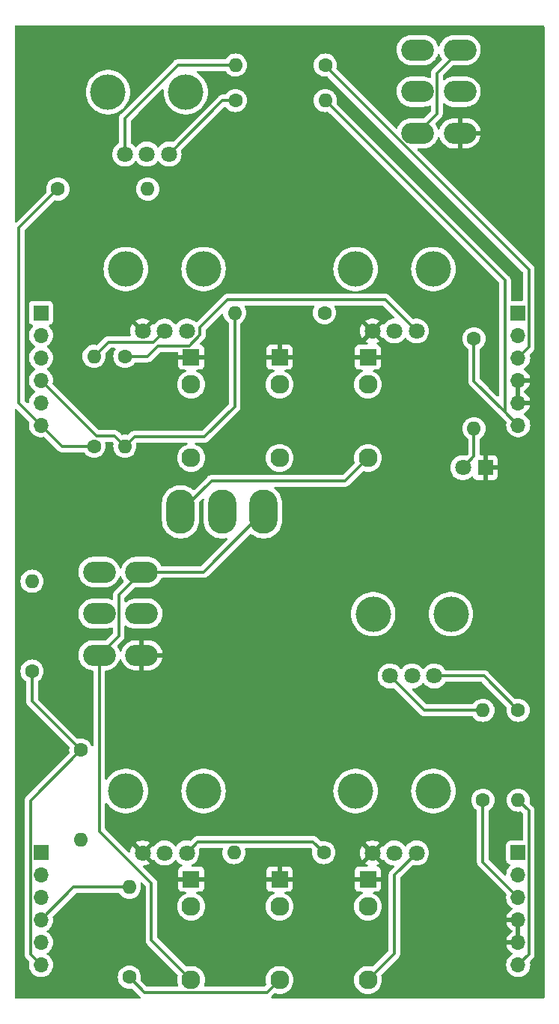
<source format=gtl>
G04 #@! TF.GenerationSoftware,KiCad,Pcbnew,7.0.7-7.0.7~ubuntu22.04.1*
G04 #@! TF.CreationDate,2023-09-23T22:54:01+02:00*
G04 #@! TF.ProjectId,MS20-VCF,4d533230-2d56-4434-962e-6b696361645f,rev?*
G04 #@! TF.SameCoordinates,Original*
G04 #@! TF.FileFunction,Copper,L1,Top*
G04 #@! TF.FilePolarity,Positive*
%FSLAX46Y46*%
G04 Gerber Fmt 4.6, Leading zero omitted, Abs format (unit mm)*
G04 Created by KiCad (PCBNEW 7.0.7-7.0.7~ubuntu22.04.1) date 2023-09-23 22:54:01*
%MOMM*%
%LPD*%
G01*
G04 APERTURE LIST*
G04 #@! TA.AperFunction,WasherPad*
%ADD10C,4.000000*%
G04 #@! TD*
G04 #@! TA.AperFunction,ComponentPad*
%ADD11C,1.800000*%
G04 #@! TD*
G04 #@! TA.AperFunction,ComponentPad*
%ADD12R,1.800000X1.800000*%
G04 #@! TD*
G04 #@! TA.AperFunction,ComponentPad*
%ADD13R,1.930000X1.830000*%
G04 #@! TD*
G04 #@! TA.AperFunction,ComponentPad*
%ADD14C,2.130000*%
G04 #@! TD*
G04 #@! TA.AperFunction,ComponentPad*
%ADD15C,1.600000*%
G04 #@! TD*
G04 #@! TA.AperFunction,ComponentPad*
%ADD16O,1.600000X1.600000*%
G04 #@! TD*
G04 #@! TA.AperFunction,ComponentPad*
%ADD17O,3.700000X2.400000*%
G04 #@! TD*
G04 #@! TA.AperFunction,ComponentPad*
%ADD18O,3.200000X5.000000*%
G04 #@! TD*
G04 #@! TA.AperFunction,ComponentPad*
%ADD19R,1.700000X1.700000*%
G04 #@! TD*
G04 #@! TA.AperFunction,ComponentPad*
%ADD20O,1.700000X1.700000*%
G04 #@! TD*
G04 #@! TA.AperFunction,Conductor*
%ADD21C,0.300000*%
G04 #@! TD*
G04 APERTURE END LIST*
D10*
X107600000Y-64050000D03*
X116400000Y-64050000D03*
D11*
X114500000Y-71050000D03*
X112000000Y-71050000D03*
X109500000Y-71050000D03*
D10*
X105600000Y-44050000D03*
X114400000Y-44050000D03*
D11*
X112500000Y-51050000D03*
X110000000Y-51050000D03*
X107500000Y-51050000D03*
D12*
X148275000Y-86500000D03*
D11*
X145735000Y-86500000D03*
D13*
X115000000Y-74000000D03*
D14*
X115000000Y-85400000D03*
X115000000Y-77100000D03*
D13*
X125000000Y-74000000D03*
D14*
X125000000Y-85400000D03*
X125000000Y-77100000D03*
D13*
X135000000Y-74000000D03*
D14*
X135000000Y-85400000D03*
X135000000Y-77100000D03*
D15*
X104000000Y-84080000D03*
D16*
X104000000Y-73920000D03*
D15*
X99920000Y-55000000D03*
D16*
X110080000Y-55000000D03*
D15*
X120000000Y-45000000D03*
D16*
X130160000Y-45000000D03*
D15*
X130160000Y-41000000D03*
D16*
X120000000Y-41000000D03*
D15*
X107500000Y-73920000D03*
D16*
X107500000Y-84080000D03*
D15*
X130080000Y-69000000D03*
D16*
X119920000Y-69000000D03*
D15*
X130000000Y-130000000D03*
D16*
X119840000Y-130000000D03*
D15*
X108000000Y-144080000D03*
D16*
X108000000Y-133920000D03*
D10*
X133600000Y-64050000D03*
X142400000Y-64050000D03*
D11*
X140500000Y-71050000D03*
X138000000Y-71050000D03*
X135500000Y-71050000D03*
D17*
X140600000Y-39300000D03*
X140600000Y-44000000D03*
X140600000Y-48700000D03*
X145400000Y-39300000D03*
X145400000Y-44000000D03*
X145400000Y-48700000D03*
D18*
X113800000Y-91500000D03*
X118500000Y-91500000D03*
X123200000Y-91500000D03*
D13*
X135000000Y-133000000D03*
D14*
X135000000Y-144400000D03*
X135000000Y-136100000D03*
D13*
X115000000Y-133000000D03*
D14*
X115000000Y-144400000D03*
X115000000Y-136100000D03*
D13*
X125000000Y-133000000D03*
D14*
X125000000Y-144400000D03*
X125000000Y-136100000D03*
D15*
X147000000Y-71920000D03*
D16*
X147000000Y-82080000D03*
D15*
X97000000Y-109500000D03*
D16*
X97000000Y-99340000D03*
D15*
X148000000Y-124080000D03*
D16*
X148000000Y-113920000D03*
D15*
X152000000Y-113920000D03*
D16*
X152000000Y-124080000D03*
D15*
X102500000Y-118420000D03*
D16*
X102500000Y-128580000D03*
D17*
X104600000Y-98300000D03*
X104600000Y-103000000D03*
X104600000Y-107700000D03*
X109400000Y-98300000D03*
X109400000Y-103000000D03*
X109400000Y-107700000D03*
D10*
X133600000Y-123050000D03*
X142400000Y-123050000D03*
D11*
X140500000Y-130050000D03*
X138000000Y-130050000D03*
X135500000Y-130050000D03*
D10*
X107600000Y-123050000D03*
X116400000Y-123050000D03*
D11*
X114500000Y-130050000D03*
X112000000Y-130050000D03*
X109500000Y-130050000D03*
D10*
X135600000Y-103050000D03*
X144400000Y-103050000D03*
D11*
X142500000Y-110050000D03*
X140000000Y-110050000D03*
X137500000Y-110050000D03*
D19*
X98000000Y-69000000D03*
D20*
X98000000Y-71540000D03*
X98000000Y-74080000D03*
X98000000Y-76620000D03*
X98000000Y-79160000D03*
X98000000Y-81700000D03*
D19*
X152000000Y-69000000D03*
D20*
X152000000Y-71540000D03*
X152000000Y-74080000D03*
X152000000Y-76620000D03*
X152000000Y-79160000D03*
X152000000Y-81700000D03*
D19*
X98000000Y-130000000D03*
D20*
X98000000Y-132540000D03*
X98000000Y-135080000D03*
X98000000Y-137620000D03*
X98000000Y-140160000D03*
X98000000Y-142700000D03*
D19*
X152000000Y-130000000D03*
D20*
X152000000Y-132540000D03*
X152000000Y-135080000D03*
X152000000Y-137620000D03*
X152000000Y-140160000D03*
X152000000Y-142700000D03*
D21*
X150500000Y-65340000D02*
X150500000Y-80200000D01*
X152080000Y-81780000D02*
X152000000Y-81700000D01*
X150500000Y-80200000D02*
X152000000Y-81700000D01*
X152000000Y-124080000D02*
X153199511Y-125279511D01*
X130160000Y-45000000D02*
X150500000Y-65340000D01*
X153199511Y-125279511D02*
X153199511Y-141500489D01*
X147000000Y-71920000D02*
X147000000Y-76700000D01*
X147000000Y-76700000D02*
X150500000Y-80200000D01*
X153199511Y-141500489D02*
X152000000Y-142700000D01*
X152000000Y-74080000D02*
X153199511Y-72880489D01*
X153199511Y-72880489D02*
X153199511Y-64140863D01*
X148000000Y-124080000D02*
X148000000Y-131080000D01*
X130160000Y-41101352D02*
X130160000Y-41000000D01*
X153199511Y-64140863D02*
X130160000Y-41101352D01*
X148000000Y-131080000D02*
X152000000Y-135080000D01*
X104310489Y-82930489D02*
X98000000Y-76620000D01*
X106350489Y-82930489D02*
X104310489Y-82930489D01*
X119920000Y-69000000D02*
X119920000Y-79580000D01*
X108580000Y-83000000D02*
X107500000Y-84080000D01*
X116500000Y-83000000D02*
X108580000Y-83000000D01*
X107500000Y-84080000D02*
X106350489Y-82930489D01*
X119920000Y-79580000D02*
X116500000Y-83000000D01*
X108000000Y-133920000D02*
X101700000Y-133920000D01*
X101700000Y-133920000D02*
X98000000Y-137620000D01*
X110750489Y-72299511D02*
X105620489Y-72299511D01*
X104000000Y-73920000D02*
X105620489Y-72299511D01*
X110750489Y-72299511D02*
X112000000Y-71050000D01*
X138000000Y-132550000D02*
X140500000Y-130050000D01*
X135000000Y-144400000D02*
X138000000Y-141400000D01*
X138000000Y-141400000D02*
X138000000Y-132550000D01*
X120000000Y-45000000D02*
X118550000Y-45000000D01*
X118550000Y-45000000D02*
X112500000Y-51050000D01*
X110000000Y-54920000D02*
X110080000Y-55000000D01*
X120000000Y-41000000D02*
X113500000Y-41000000D01*
X107500000Y-47000000D02*
X107500000Y-51050000D01*
X113500000Y-41000000D02*
X107500000Y-47000000D01*
X142500000Y-110050000D02*
X148130000Y-110050000D01*
X148130000Y-110050000D02*
X152000000Y-113920000D01*
X148000000Y-113920000D02*
X141370000Y-113920000D01*
X141370000Y-113920000D02*
X137500000Y-110050000D01*
X147000000Y-82080000D02*
X147000000Y-85235000D01*
X147000000Y-85235000D02*
X145735000Y-86500000D01*
X104000000Y-84080000D02*
X100380000Y-84080000D01*
X95500000Y-79200000D02*
X98000000Y-81700000D01*
X95500000Y-59420000D02*
X95500000Y-79200000D01*
X100380000Y-84080000D02*
X98000000Y-81700000D01*
X99920000Y-55000000D02*
X95500000Y-59420000D01*
X145400000Y-39300000D02*
X142799520Y-41900480D01*
X142799520Y-41900480D02*
X142799520Y-46500480D01*
X142799520Y-46500480D02*
X140600000Y-48700000D01*
X135000000Y-85400000D02*
X132400000Y-88000000D01*
X117300000Y-88000000D02*
X113800000Y-91500000D01*
X132400000Y-88000000D02*
X117300000Y-88000000D01*
X109734511Y-145814511D02*
X108000000Y-144080000D01*
X125000000Y-144400000D02*
X123585489Y-145814511D01*
X123585489Y-145814511D02*
X109734511Y-145814511D01*
X96800489Y-124119511D02*
X102500000Y-118420000D01*
X98000000Y-142700000D02*
X96800489Y-141500489D01*
X97000000Y-112920000D02*
X102500000Y-118420000D01*
X96800489Y-141500489D02*
X96800489Y-124119511D01*
X97000000Y-109500000D02*
X97000000Y-112920000D01*
X116400000Y-98300000D02*
X109400000Y-98300000D01*
X104600000Y-107700000D02*
X104600000Y-127600000D01*
X109400000Y-98300000D02*
X106799520Y-100900480D01*
X110500000Y-133500000D02*
X110500000Y-139900000D01*
X104600000Y-127600000D02*
X110500000Y-133500000D01*
X106799520Y-105500480D02*
X104600000Y-107700000D01*
X123200000Y-91500000D02*
X116400000Y-98300000D01*
X110500000Y-139900000D02*
X115000000Y-144400000D01*
X106799520Y-100900480D02*
X106799520Y-105500480D01*
X111265000Y-72735000D02*
X110080000Y-73920000D01*
X119100688Y-67500000D02*
X116000000Y-70600688D01*
X116000000Y-71500000D02*
X114765000Y-72735000D01*
X116000000Y-70600688D02*
X116000000Y-71500000D01*
X110080000Y-73920000D02*
X107500000Y-73920000D01*
X140500000Y-71050000D02*
X136950000Y-67500000D01*
X136950000Y-67500000D02*
X119100688Y-67500000D01*
X114765000Y-72735000D02*
X111265000Y-72735000D01*
X128800489Y-128800489D02*
X115749511Y-128800489D01*
X115749511Y-128800489D02*
X114500000Y-130050000D01*
X130000000Y-130000000D02*
X128800489Y-128800489D01*
G04 #@! TA.AperFunction,Conductor*
G36*
X154911500Y-36542381D02*
G01*
X154957619Y-36588500D01*
X154974500Y-36651500D01*
X154974500Y-146348500D01*
X154957619Y-146411500D01*
X154911500Y-146457619D01*
X154848500Y-146474500D01*
X124161887Y-146474500D01*
X124094377Y-146454888D01*
X124047883Y-146402157D01*
X124036879Y-146332723D01*
X124064790Y-146268200D01*
X124069279Y-146262772D01*
X124077270Y-146253988D01*
X124396147Y-145935111D01*
X124451039Y-145902939D01*
X124514653Y-145901690D01*
X124638323Y-145931380D01*
X124753083Y-145958933D01*
X124753085Y-145958933D01*
X124753089Y-145958934D01*
X125000000Y-145978366D01*
X125246911Y-145958934D01*
X125487742Y-145901115D01*
X125716563Y-145806334D01*
X125927740Y-145676925D01*
X126116073Y-145516073D01*
X126276925Y-145327740D01*
X126406334Y-145116563D01*
X126501115Y-144887742D01*
X126558934Y-144646911D01*
X126578366Y-144400000D01*
X133421634Y-144400000D01*
X133441065Y-144646910D01*
X133441066Y-144646911D01*
X133498885Y-144887743D01*
X133514029Y-144924303D01*
X133593666Y-145116563D01*
X133723075Y-145327740D01*
X133723076Y-145327742D01*
X133723078Y-145327744D01*
X133883926Y-145516073D01*
X134072255Y-145676921D01*
X134072260Y-145676925D01*
X134283437Y-145806334D01*
X134512258Y-145901115D01*
X134753089Y-145958934D01*
X135000000Y-145978366D01*
X135246911Y-145958934D01*
X135487742Y-145901115D01*
X135716563Y-145806334D01*
X135927740Y-145676925D01*
X136116073Y-145516073D01*
X136276925Y-145327740D01*
X136406334Y-145116563D01*
X136501115Y-144887742D01*
X136558934Y-144646911D01*
X136578366Y-144400000D01*
X136558934Y-144153089D01*
X136541386Y-144079999D01*
X136531380Y-144038323D01*
X136501690Y-143914653D01*
X136502939Y-143851039D01*
X136535111Y-143796147D01*
X138404387Y-141926871D01*
X138421251Y-141913362D01*
X138423076Y-141911418D01*
X138423080Y-141911416D01*
X138471606Y-141859739D01*
X138474328Y-141856930D01*
X138494927Y-141836333D01*
X138497648Y-141832823D01*
X138505346Y-141823809D01*
X138536972Y-141790133D01*
X138547303Y-141771339D01*
X138558159Y-141754814D01*
X138565904Y-141744829D01*
X138571304Y-141737868D01*
X138589652Y-141695465D01*
X138594877Y-141684803D01*
X138617122Y-141644340D01*
X138617124Y-141644337D01*
X138622458Y-141623558D01*
X138628856Y-141604869D01*
X138637380Y-141585176D01*
X138644609Y-141539521D01*
X138647010Y-141527932D01*
X138658500Y-141483188D01*
X138658500Y-141461741D01*
X138660051Y-141442030D01*
X138661956Y-141430000D01*
X138663406Y-141420848D01*
X138659058Y-141374859D01*
X138658500Y-141363004D01*
X138658500Y-137874000D01*
X150663455Y-137874000D01*
X150711177Y-138062451D01*
X150801580Y-138268548D01*
X150924678Y-138456962D01*
X151077096Y-138622533D01*
X151254697Y-138760766D01*
X151288734Y-138779186D01*
X151337005Y-138825503D01*
X151354764Y-138890000D01*
X151337005Y-138954497D01*
X151288734Y-139000814D01*
X151254697Y-139019233D01*
X151077096Y-139157466D01*
X150924678Y-139323037D01*
X150801580Y-139511451D01*
X150711177Y-139717548D01*
X150663455Y-139905999D01*
X150663456Y-139906000D01*
X151746000Y-139906000D01*
X151746000Y-137874000D01*
X150663455Y-137874000D01*
X138658500Y-137874000D01*
X138658500Y-132874950D01*
X138668091Y-132826732D01*
X138695402Y-132785857D01*
X140029044Y-131452214D01*
X140089741Y-131418553D01*
X140142265Y-131421272D01*
X140142751Y-131418361D01*
X140153045Y-131420078D01*
X140153049Y-131420080D01*
X140383288Y-131458500D01*
X140616709Y-131458500D01*
X140616712Y-131458500D01*
X140846951Y-131420080D01*
X141067727Y-131344287D01*
X141273017Y-131233190D01*
X141457220Y-131089818D01*
X141615314Y-130918083D01*
X141742984Y-130722669D01*
X141836749Y-130508907D01*
X141894051Y-130282626D01*
X141913327Y-130050000D01*
X141894051Y-129817374D01*
X141836749Y-129591093D01*
X141742984Y-129377331D01*
X141615314Y-129181917D01*
X141457220Y-129010182D01*
X141273017Y-128866810D01*
X141164506Y-128808087D01*
X141067726Y-128755712D01*
X140902852Y-128699111D01*
X140846951Y-128679920D01*
X140616712Y-128641500D01*
X140383288Y-128641500D01*
X140153049Y-128679920D01*
X140153046Y-128679920D01*
X140153046Y-128679921D01*
X139932273Y-128755712D01*
X139726984Y-128866809D01*
X139542779Y-129010182D01*
X139384683Y-129181920D01*
X139355482Y-129226616D01*
X139309969Y-129268514D01*
X139250000Y-129283700D01*
X139190031Y-129268514D01*
X139144518Y-129226616D01*
X139115316Y-129181920D01*
X139115315Y-129181919D01*
X139115314Y-129181917D01*
X138957220Y-129010182D01*
X138773017Y-128866810D01*
X138664506Y-128808087D01*
X138567726Y-128755712D01*
X138402852Y-128699111D01*
X138346951Y-128679920D01*
X138116712Y-128641500D01*
X137883288Y-128641500D01*
X137653049Y-128679920D01*
X137653046Y-128679920D01*
X137653046Y-128679921D01*
X137432273Y-128755712D01*
X137226984Y-128866809D01*
X137042779Y-129010182D01*
X136884685Y-129181918D01*
X136855183Y-129227074D01*
X136809669Y-129268972D01*
X136749699Y-129284157D01*
X136689730Y-129268970D01*
X136670392Y-129251167D01*
X136659202Y-129250007D01*
X135859210Y-130049999D01*
X135859210Y-130050000D01*
X136659203Y-130849991D01*
X136670392Y-130848831D01*
X136689730Y-130831029D01*
X136749699Y-130815842D01*
X136809669Y-130831028D01*
X136855182Y-130872924D01*
X136884686Y-130918083D01*
X137042780Y-131089818D01*
X137226983Y-131233190D01*
X137432273Y-131344287D01*
X137653049Y-131420080D01*
X137879193Y-131457816D01*
X137940874Y-131486795D01*
X137978444Y-131543656D01*
X137980909Y-131611764D01*
X137947546Y-131671192D01*
X137595611Y-132023127D01*
X137578742Y-132036643D01*
X137528394Y-132090257D01*
X137525644Y-132093095D01*
X137505070Y-132113670D01*
X137502343Y-132117185D01*
X137494650Y-132126191D01*
X137463027Y-132159868D01*
X137452690Y-132178668D01*
X137441844Y-132195179D01*
X137428695Y-132212131D01*
X137410350Y-132254524D01*
X137405130Y-132265179D01*
X137382876Y-132305660D01*
X137377542Y-132326435D01*
X137371139Y-132345135D01*
X137362620Y-132364820D01*
X137355393Y-132410452D01*
X137352986Y-132422073D01*
X137341500Y-132466811D01*
X137341500Y-132488259D01*
X137339949Y-132507970D01*
X137336594Y-132529152D01*
X137340941Y-132575138D01*
X137341500Y-132586996D01*
X137341500Y-141075050D01*
X137331909Y-141123268D01*
X137304597Y-141164142D01*
X135993112Y-142475627D01*
X135603853Y-142864886D01*
X135548959Y-142897059D01*
X135485344Y-142898309D01*
X135246911Y-142841066D01*
X135000000Y-142821634D01*
X134753088Y-142841066D01*
X134512256Y-142898885D01*
X134283438Y-142993665D01*
X134072255Y-143123078D01*
X133883926Y-143283926D01*
X133723078Y-143472255D01*
X133593665Y-143683438D01*
X133498885Y-143912256D01*
X133441066Y-144153088D01*
X133428867Y-144308088D01*
X133421634Y-144400000D01*
X126578366Y-144400000D01*
X126558934Y-144153089D01*
X126501115Y-143912258D01*
X126406334Y-143683437D01*
X126276925Y-143472260D01*
X126276921Y-143472255D01*
X126116073Y-143283926D01*
X125927744Y-143123078D01*
X125927742Y-143123076D01*
X125927740Y-143123075D01*
X125716563Y-142993666D01*
X125716561Y-142993665D01*
X125487743Y-142898885D01*
X125246911Y-142841066D01*
X125000000Y-142821634D01*
X124753088Y-142841066D01*
X124512256Y-142898885D01*
X124283438Y-142993665D01*
X124072255Y-143123078D01*
X123883926Y-143283926D01*
X123723078Y-143472255D01*
X123593665Y-143683438D01*
X123498885Y-143912256D01*
X123441066Y-144153088D01*
X123428867Y-144308088D01*
X123421634Y-144400000D01*
X123441065Y-144646910D01*
X123441066Y-144646911D01*
X123498309Y-144885344D01*
X123497059Y-144948959D01*
X123464886Y-145003853D01*
X123349634Y-145119106D01*
X123308756Y-145146420D01*
X123260538Y-145156011D01*
X116578567Y-145156011D01*
X116519171Y-145141133D01*
X116473802Y-145100013D01*
X116453174Y-145042361D01*
X116462158Y-144981793D01*
X116485972Y-144924300D01*
X116501115Y-144887742D01*
X116558934Y-144646911D01*
X116578366Y-144400000D01*
X116558934Y-144153089D01*
X116501115Y-143912258D01*
X116406334Y-143683437D01*
X116276925Y-143472260D01*
X116276921Y-143472255D01*
X116116073Y-143283926D01*
X115927744Y-143123078D01*
X115927742Y-143123076D01*
X115927740Y-143123075D01*
X115716563Y-142993666D01*
X115716561Y-142993665D01*
X115487743Y-142898885D01*
X115246911Y-142841066D01*
X115000000Y-142821634D01*
X114753088Y-142841066D01*
X114514654Y-142898309D01*
X114451038Y-142897059D01*
X114396145Y-142864885D01*
X111195405Y-139664145D01*
X111168091Y-139623268D01*
X111158500Y-139575050D01*
X111158500Y-136100000D01*
X113421634Y-136100000D01*
X113441066Y-136346911D01*
X113498885Y-136587742D01*
X113593666Y-136816563D01*
X113723075Y-137027740D01*
X113723076Y-137027742D01*
X113723078Y-137027744D01*
X113883926Y-137216073D01*
X114072255Y-137376921D01*
X114072260Y-137376925D01*
X114283437Y-137506334D01*
X114512258Y-137601115D01*
X114753089Y-137658934D01*
X115000000Y-137678366D01*
X115246911Y-137658934D01*
X115487742Y-137601115D01*
X115716563Y-137506334D01*
X115927740Y-137376925D01*
X116116073Y-137216073D01*
X116276925Y-137027740D01*
X116406334Y-136816563D01*
X116501115Y-136587742D01*
X116558934Y-136346911D01*
X116578366Y-136100000D01*
X123421634Y-136100000D01*
X123441066Y-136346911D01*
X123498885Y-136587742D01*
X123593666Y-136816563D01*
X123723075Y-137027740D01*
X123723076Y-137027742D01*
X123723078Y-137027744D01*
X123883926Y-137216073D01*
X124072255Y-137376921D01*
X124072260Y-137376925D01*
X124283437Y-137506334D01*
X124512258Y-137601115D01*
X124753089Y-137658934D01*
X125000000Y-137678366D01*
X125246911Y-137658934D01*
X125487742Y-137601115D01*
X125716563Y-137506334D01*
X125927740Y-137376925D01*
X126116073Y-137216073D01*
X126276925Y-137027740D01*
X126406334Y-136816563D01*
X126501115Y-136587742D01*
X126558934Y-136346911D01*
X126578366Y-136100000D01*
X133421634Y-136100000D01*
X133441066Y-136346911D01*
X133498885Y-136587742D01*
X133593666Y-136816563D01*
X133723075Y-137027740D01*
X133723076Y-137027742D01*
X133723078Y-137027744D01*
X133883926Y-137216073D01*
X134072255Y-137376921D01*
X134072260Y-137376925D01*
X134283437Y-137506334D01*
X134512258Y-137601115D01*
X134753089Y-137658934D01*
X135000000Y-137678366D01*
X135246911Y-137658934D01*
X135487742Y-137601115D01*
X135716563Y-137506334D01*
X135927740Y-137376925D01*
X136116073Y-137216073D01*
X136276925Y-137027740D01*
X136406334Y-136816563D01*
X136501115Y-136587742D01*
X136558934Y-136346911D01*
X136578366Y-136100000D01*
X136558934Y-135853089D01*
X136501115Y-135612258D01*
X136406334Y-135383437D01*
X136276925Y-135172260D01*
X136261572Y-135154284D01*
X136116073Y-134983926D01*
X135927744Y-134823078D01*
X135927742Y-134823076D01*
X135927740Y-134823075D01*
X135716563Y-134693666D01*
X135648345Y-134665409D01*
X135594627Y-134623061D01*
X135570951Y-134558886D01*
X135584296Y-134491797D01*
X135630728Y-134441567D01*
X135696563Y-134423000D01*
X136013589Y-134423000D01*
X136074093Y-134416494D01*
X136210962Y-134365445D01*
X136327904Y-134277904D01*
X136415445Y-134160962D01*
X136466494Y-134024093D01*
X136473000Y-133963589D01*
X136473000Y-133254000D01*
X133527000Y-133254000D01*
X133527000Y-133963589D01*
X133533505Y-134024093D01*
X133584554Y-134160962D01*
X133672095Y-134277904D01*
X133789037Y-134365445D01*
X133925906Y-134416494D01*
X133986411Y-134423000D01*
X134303437Y-134423000D01*
X134369272Y-134441567D01*
X134415704Y-134491797D01*
X134429049Y-134558886D01*
X134405373Y-134623061D01*
X134351655Y-134665409D01*
X134283438Y-134693665D01*
X134072255Y-134823078D01*
X133883926Y-134983926D01*
X133723078Y-135172255D01*
X133593665Y-135383438D01*
X133498885Y-135612256D01*
X133441066Y-135853088D01*
X133441066Y-135853089D01*
X133421634Y-136100000D01*
X126578366Y-136100000D01*
X126558934Y-135853089D01*
X126501115Y-135612258D01*
X126406334Y-135383437D01*
X126276925Y-135172260D01*
X126261572Y-135154284D01*
X126116073Y-134983926D01*
X125927744Y-134823078D01*
X125927742Y-134823076D01*
X125927740Y-134823075D01*
X125716563Y-134693666D01*
X125648345Y-134665409D01*
X125594627Y-134623061D01*
X125570951Y-134558886D01*
X125584296Y-134491797D01*
X125630728Y-134441567D01*
X125696563Y-134423000D01*
X126013589Y-134423000D01*
X126074093Y-134416494D01*
X126210962Y-134365445D01*
X126327904Y-134277904D01*
X126415445Y-134160962D01*
X126466494Y-134024093D01*
X126473000Y-133963589D01*
X126473000Y-133254000D01*
X123527000Y-133254000D01*
X123527000Y-133963589D01*
X123533505Y-134024093D01*
X123584554Y-134160962D01*
X123672095Y-134277904D01*
X123789037Y-134365445D01*
X123925906Y-134416494D01*
X123986411Y-134423000D01*
X124303437Y-134423000D01*
X124369272Y-134441567D01*
X124415704Y-134491797D01*
X124429049Y-134558886D01*
X124405373Y-134623061D01*
X124351655Y-134665409D01*
X124283438Y-134693665D01*
X124072255Y-134823078D01*
X123883926Y-134983926D01*
X123723078Y-135172255D01*
X123593665Y-135383438D01*
X123498885Y-135612256D01*
X123441066Y-135853088D01*
X123441066Y-135853089D01*
X123421634Y-136100000D01*
X116578366Y-136100000D01*
X116558934Y-135853089D01*
X116501115Y-135612258D01*
X116406334Y-135383437D01*
X116276925Y-135172260D01*
X116261572Y-135154284D01*
X116116073Y-134983926D01*
X115927744Y-134823078D01*
X115927742Y-134823076D01*
X115927740Y-134823075D01*
X115716563Y-134693666D01*
X115648345Y-134665409D01*
X115594627Y-134623061D01*
X115570951Y-134558886D01*
X115584296Y-134491797D01*
X115630728Y-134441567D01*
X115696563Y-134423000D01*
X116013589Y-134423000D01*
X116074093Y-134416494D01*
X116210962Y-134365445D01*
X116327904Y-134277904D01*
X116415445Y-134160962D01*
X116466494Y-134024093D01*
X116473000Y-133963589D01*
X116473000Y-133254000D01*
X113527000Y-133254000D01*
X113527000Y-133963589D01*
X113533505Y-134024093D01*
X113584554Y-134160962D01*
X113672095Y-134277904D01*
X113789037Y-134365445D01*
X113925906Y-134416494D01*
X113986411Y-134423000D01*
X114303437Y-134423000D01*
X114369272Y-134441567D01*
X114415704Y-134491797D01*
X114429049Y-134558886D01*
X114405373Y-134623061D01*
X114351655Y-134665409D01*
X114283438Y-134693665D01*
X114072255Y-134823078D01*
X113883926Y-134983926D01*
X113723078Y-135172255D01*
X113593665Y-135383438D01*
X113498885Y-135612256D01*
X113441066Y-135853088D01*
X113441066Y-135853089D01*
X113421634Y-136100000D01*
X111158500Y-136100000D01*
X111158500Y-133586611D01*
X111160871Y-133565125D01*
X111160787Y-133562465D01*
X111160788Y-133562463D01*
X111158561Y-133491630D01*
X111158500Y-133487673D01*
X111158500Y-133458572D01*
X111158500Y-133458568D01*
X111157943Y-133454161D01*
X111157012Y-133442330D01*
X111156422Y-133423546D01*
X111155562Y-133396169D01*
X111149578Y-133375574D01*
X111145570Y-133356217D01*
X111145255Y-133353724D01*
X111142882Y-133334936D01*
X111125874Y-133291978D01*
X111122030Y-133280751D01*
X111109145Y-133236400D01*
X111098224Y-133217935D01*
X111089531Y-133200189D01*
X111081635Y-133180244D01*
X111054473Y-133142860D01*
X111047964Y-133132950D01*
X111024453Y-133093193D01*
X111009288Y-133078028D01*
X110996447Y-133062994D01*
X110983840Y-133045642D01*
X110948246Y-133016196D01*
X110939467Y-133008207D01*
X109594868Y-131663608D01*
X109561505Y-131604180D01*
X109563970Y-131536072D01*
X109601540Y-131479211D01*
X109663224Y-131450231D01*
X109846830Y-131419592D01*
X110067525Y-131343828D01*
X110272744Y-131232770D01*
X110301317Y-131210529D01*
X110301317Y-131210528D01*
X109500000Y-130409210D01*
X109140790Y-130050000D01*
X109859210Y-130050000D01*
X110659203Y-130849991D01*
X110670392Y-130848831D01*
X110689730Y-130831029D01*
X110749699Y-130815842D01*
X110809669Y-130831028D01*
X110855182Y-130872924D01*
X110884686Y-130918083D01*
X111042780Y-131089818D01*
X111226983Y-131233190D01*
X111432273Y-131344287D01*
X111653049Y-131420080D01*
X111883288Y-131458500D01*
X112116709Y-131458500D01*
X112116712Y-131458500D01*
X112346951Y-131420080D01*
X112567727Y-131344287D01*
X112773017Y-131233190D01*
X112957220Y-131089818D01*
X113115314Y-130918083D01*
X113144517Y-130873383D01*
X113190031Y-130831485D01*
X113250000Y-130816299D01*
X113309969Y-130831485D01*
X113355482Y-130873383D01*
X113384686Y-130918083D01*
X113542780Y-131089818D01*
X113726983Y-131233190D01*
X113875378Y-131313497D01*
X113941455Y-131349256D01*
X113940791Y-131350482D01*
X113981445Y-131376888D01*
X114011009Y-131430498D01*
X114011816Y-131491713D01*
X113983676Y-131546084D01*
X113933231Y-131580773D01*
X113789036Y-131634554D01*
X113672095Y-131722095D01*
X113584554Y-131839037D01*
X113533505Y-131975906D01*
X113527000Y-132036411D01*
X113527000Y-132746000D01*
X116473000Y-132746000D01*
X123527000Y-132746000D01*
X124746000Y-132746000D01*
X124746000Y-131577000D01*
X125254000Y-131577000D01*
X125254000Y-132746000D01*
X126473000Y-132746000D01*
X133527000Y-132746000D01*
X136473000Y-132746000D01*
X136473000Y-132036411D01*
X136466494Y-131975906D01*
X136415445Y-131839037D01*
X136327904Y-131722095D01*
X136210962Y-131634554D01*
X136066032Y-131580498D01*
X136015586Y-131545808D01*
X135987446Y-131491437D01*
X135988254Y-131430220D01*
X136017820Y-131376611D01*
X136058942Y-131349902D01*
X136058344Y-131348797D01*
X136272744Y-131232770D01*
X136301317Y-131210529D01*
X136301317Y-131210528D01*
X135500000Y-130409210D01*
X135499999Y-130409210D01*
X134698680Y-131210528D01*
X134698681Y-131210529D01*
X134727254Y-131232769D01*
X134925744Y-131340186D01*
X134973479Y-131385610D01*
X134991758Y-131448917D01*
X134975582Y-131512793D01*
X134929375Y-131559770D01*
X134865775Y-131577000D01*
X133986411Y-131577000D01*
X133925906Y-131583505D01*
X133789037Y-131634554D01*
X133672095Y-131722095D01*
X133584554Y-131839037D01*
X133533505Y-131975906D01*
X133527000Y-132036411D01*
X133527000Y-132746000D01*
X126473000Y-132746000D01*
X126473000Y-132036411D01*
X126466494Y-131975906D01*
X126415445Y-131839037D01*
X126327904Y-131722095D01*
X126210962Y-131634554D01*
X126074093Y-131583505D01*
X126013589Y-131577000D01*
X125254000Y-131577000D01*
X124746000Y-131577000D01*
X123986411Y-131577000D01*
X123925906Y-131583505D01*
X123789037Y-131634554D01*
X123672095Y-131722095D01*
X123584554Y-131839037D01*
X123533505Y-131975906D01*
X123527000Y-132036411D01*
X123527000Y-132746000D01*
X116473000Y-132746000D01*
X116473000Y-132036411D01*
X116466494Y-131975906D01*
X116415445Y-131839037D01*
X116327904Y-131722095D01*
X116210962Y-131634554D01*
X116074093Y-131583505D01*
X116013589Y-131577000D01*
X115135274Y-131577000D01*
X115071674Y-131559770D01*
X115025467Y-131512793D01*
X115009291Y-131448917D01*
X115027570Y-131385610D01*
X115075305Y-131340186D01*
X115124622Y-131313497D01*
X115273017Y-131233190D01*
X115457220Y-131089818D01*
X115615314Y-130918083D01*
X115742984Y-130722669D01*
X115836749Y-130508907D01*
X115894051Y-130282626D01*
X115913327Y-130050000D01*
X115894051Y-129817374D01*
X115865117Y-129703117D01*
X115865782Y-129638738D01*
X115898167Y-129583091D01*
X115985367Y-129495893D01*
X116026244Y-129468580D01*
X116074461Y-129458989D01*
X118466098Y-129458989D01*
X118521826Y-129471983D01*
X118566060Y-129508285D01*
X118589677Y-129560408D01*
X118587805Y-129617600D01*
X118546457Y-129771912D01*
X118526502Y-129999999D01*
X118546457Y-130228087D01*
X118605715Y-130449243D01*
X118702477Y-130656750D01*
X118833804Y-130844303D01*
X118995696Y-131006195D01*
X118995699Y-131006197D01*
X118995700Y-131006198D01*
X119008091Y-131014874D01*
X119183249Y-131137522D01*
X119390756Y-131234284D01*
X119430977Y-131245061D01*
X119611913Y-131293543D01*
X119840000Y-131313498D01*
X120068087Y-131293543D01*
X120289243Y-131234284D01*
X120496749Y-131137523D01*
X120684300Y-131006198D01*
X120846198Y-130844300D01*
X120977523Y-130656749D01*
X121074284Y-130449243D01*
X121133543Y-130228087D01*
X121153498Y-130000000D01*
X121133543Y-129771913D01*
X121092195Y-129617600D01*
X121090323Y-129560408D01*
X121113940Y-129508285D01*
X121158174Y-129471983D01*
X121213902Y-129458989D01*
X128475539Y-129458989D01*
X128523757Y-129468580D01*
X128564634Y-129495894D01*
X128683376Y-129614636D01*
X128715988Y-129671119D01*
X128715988Y-129736341D01*
X128706457Y-129771910D01*
X128686502Y-130000000D01*
X128706457Y-130228087D01*
X128765715Y-130449243D01*
X128862477Y-130656750D01*
X128993804Y-130844303D01*
X129155696Y-131006195D01*
X129155699Y-131006197D01*
X129155700Y-131006198D01*
X129168091Y-131014874D01*
X129343249Y-131137522D01*
X129550756Y-131234284D01*
X129590977Y-131245061D01*
X129771913Y-131293543D01*
X130000000Y-131313498D01*
X130228087Y-131293543D01*
X130449243Y-131234284D01*
X130656749Y-131137523D01*
X130844300Y-131006198D01*
X131006198Y-130844300D01*
X131137523Y-130656749D01*
X131234284Y-130449243D01*
X131293543Y-130228087D01*
X131309124Y-130049999D01*
X134087174Y-130049999D01*
X134106444Y-130282548D01*
X134163723Y-130508739D01*
X134257458Y-130722434D01*
X134340795Y-130849991D01*
X134340796Y-130849991D01*
X135140789Y-130050000D01*
X135140789Y-130049999D01*
X134340796Y-129250006D01*
X134257456Y-129377571D01*
X134163723Y-129591260D01*
X134106444Y-129817451D01*
X134087174Y-130049999D01*
X131309124Y-130049999D01*
X131313498Y-130000000D01*
X131293543Y-129771913D01*
X131245092Y-129591093D01*
X131234284Y-129550756D01*
X131137522Y-129343249D01*
X131006195Y-129155696D01*
X130844303Y-128993804D01*
X130695300Y-128889470D01*
X134698680Y-128889470D01*
X135499999Y-129690789D01*
X135500000Y-129690789D01*
X136301318Y-128889470D01*
X136301317Y-128889469D01*
X136272745Y-128867230D01*
X136067525Y-128756171D01*
X135846830Y-128680407D01*
X135616668Y-128642000D01*
X135383332Y-128642000D01*
X135153169Y-128680407D01*
X134932474Y-128756171D01*
X134727255Y-128867230D01*
X134698681Y-128889469D01*
X134698680Y-128889470D01*
X130695300Y-128889470D01*
X130656750Y-128862477D01*
X130449243Y-128765715D01*
X130228087Y-128706457D01*
X130000000Y-128686502D01*
X129771910Y-128706457D01*
X129736341Y-128715988D01*
X129671119Y-128715988D01*
X129614636Y-128683376D01*
X129327363Y-128396103D01*
X129313845Y-128379231D01*
X129260231Y-128328884D01*
X129257419Y-128326159D01*
X129236822Y-128305562D01*
X129233317Y-128302843D01*
X129224292Y-128295135D01*
X129190620Y-128263515D01*
X129171827Y-128253183D01*
X129155306Y-128242331D01*
X129138359Y-128229186D01*
X129096240Y-128210959D01*
X129095948Y-128210832D01*
X129085307Y-128205619D01*
X129044826Y-128183365D01*
X129044823Y-128183364D01*
X129024057Y-128178032D01*
X129005353Y-128171628D01*
X128985667Y-128163109D01*
X128940041Y-128155883D01*
X128928417Y-128153476D01*
X128911669Y-128149176D01*
X128883677Y-128141989D01*
X128883676Y-128141989D01*
X128862230Y-128141989D01*
X128842521Y-128140438D01*
X128821337Y-128137083D01*
X128821336Y-128137083D01*
X128801259Y-128138980D01*
X128775348Y-128141430D01*
X128763493Y-128141989D01*
X115836122Y-128141989D01*
X115814636Y-128139617D01*
X115741142Y-128141927D01*
X115737184Y-128141989D01*
X115708079Y-128141989D01*
X115703671Y-128142545D01*
X115691855Y-128143475D01*
X115645677Y-128144926D01*
X115625084Y-128150909D01*
X115605733Y-128154917D01*
X115584444Y-128157607D01*
X115541494Y-128174612D01*
X115530267Y-128178456D01*
X115485909Y-128191343D01*
X115467445Y-128202263D01*
X115449695Y-128210959D01*
X115429753Y-128218854D01*
X115392381Y-128246006D01*
X115382467Y-128252518D01*
X115342706Y-128276035D01*
X115327540Y-128291200D01*
X115312514Y-128304033D01*
X115295155Y-128316645D01*
X115265702Y-128352247D01*
X115257715Y-128361024D01*
X114970956Y-128647782D01*
X114910270Y-128681442D01*
X114857734Y-128678730D01*
X114857249Y-128681639D01*
X114846954Y-128679921D01*
X114846951Y-128679920D01*
X114616712Y-128641500D01*
X114383288Y-128641500D01*
X114153049Y-128679920D01*
X114153046Y-128679920D01*
X114153046Y-128679921D01*
X113932273Y-128755712D01*
X113726984Y-128866809D01*
X113542779Y-129010182D01*
X113384683Y-129181920D01*
X113355482Y-129226616D01*
X113309969Y-129268514D01*
X113250000Y-129283700D01*
X113190031Y-129268514D01*
X113144518Y-129226616D01*
X113115316Y-129181920D01*
X113115315Y-129181919D01*
X113115314Y-129181917D01*
X112957220Y-129010182D01*
X112773017Y-128866810D01*
X112664506Y-128808087D01*
X112567726Y-128755712D01*
X112402852Y-128699111D01*
X112346951Y-128679920D01*
X112116712Y-128641500D01*
X111883288Y-128641500D01*
X111653049Y-128679920D01*
X111653046Y-128679920D01*
X111653046Y-128679921D01*
X111432273Y-128755712D01*
X111226984Y-128866809D01*
X111042779Y-129010182D01*
X110884685Y-129181918D01*
X110855183Y-129227074D01*
X110809669Y-129268972D01*
X110749699Y-129284157D01*
X110689730Y-129268970D01*
X110670392Y-129251167D01*
X110659202Y-129250007D01*
X109859210Y-130049999D01*
X109859210Y-130050000D01*
X109140790Y-130050000D01*
X108340796Y-129250006D01*
X108257456Y-129377571D01*
X108163723Y-129591260D01*
X108106444Y-129817451D01*
X108101517Y-129876904D01*
X108076172Y-129942857D01*
X108019313Y-129984799D01*
X107948816Y-129989541D01*
X107886852Y-129955592D01*
X106820730Y-128889470D01*
X108698680Y-128889470D01*
X109499999Y-129690789D01*
X109500000Y-129690789D01*
X110301318Y-128889470D01*
X110301317Y-128889469D01*
X110272745Y-128867230D01*
X110067525Y-128756171D01*
X109846830Y-128680407D01*
X109616668Y-128642000D01*
X109383332Y-128642000D01*
X109153169Y-128680407D01*
X108932474Y-128756171D01*
X108727255Y-128867230D01*
X108698681Y-128889469D01*
X108698680Y-128889470D01*
X106820730Y-128889470D01*
X105295405Y-127364145D01*
X105268091Y-127323268D01*
X105258500Y-127275050D01*
X105258500Y-124475633D01*
X105274857Y-124413549D01*
X105319681Y-124367585D01*
X105381333Y-124349673D01*
X105443809Y-124364464D01*
X105490885Y-124408119D01*
X105566565Y-124527372D01*
X105767766Y-124770582D01*
X105997860Y-124986654D01*
X106173752Y-125114447D01*
X106253221Y-125172184D01*
X106529821Y-125324247D01*
X106823298Y-125440443D01*
X106983804Y-125481653D01*
X107129024Y-125518940D01*
X107442176Y-125558500D01*
X107442179Y-125558500D01*
X107757821Y-125558500D01*
X107757824Y-125558500D01*
X108070975Y-125518940D01*
X108084895Y-125515366D01*
X108376702Y-125440443D01*
X108670179Y-125324247D01*
X108946779Y-125172184D01*
X109202140Y-124986654D01*
X109432233Y-124770582D01*
X109633432Y-124527375D01*
X109802562Y-124260869D01*
X109936956Y-123975266D01*
X110034495Y-123675072D01*
X110093641Y-123365020D01*
X110113460Y-123050000D01*
X113886539Y-123050000D01*
X113906358Y-123365018D01*
X113965504Y-123675071D01*
X114063044Y-123975266D01*
X114197438Y-124260869D01*
X114366565Y-124527372D01*
X114567766Y-124770582D01*
X114797860Y-124986654D01*
X114973752Y-125114447D01*
X115053221Y-125172184D01*
X115329821Y-125324247D01*
X115623298Y-125440443D01*
X115783804Y-125481653D01*
X115929024Y-125518940D01*
X116242176Y-125558500D01*
X116242179Y-125558500D01*
X116557821Y-125558500D01*
X116557824Y-125558500D01*
X116870975Y-125518940D01*
X116884895Y-125515366D01*
X117176702Y-125440443D01*
X117470179Y-125324247D01*
X117746779Y-125172184D01*
X118002140Y-124986654D01*
X118232233Y-124770582D01*
X118433432Y-124527375D01*
X118602562Y-124260869D01*
X118736956Y-123975266D01*
X118834495Y-123675072D01*
X118893641Y-123365020D01*
X118913460Y-123050000D01*
X131086539Y-123050000D01*
X131106358Y-123365018D01*
X131165504Y-123675071D01*
X131263044Y-123975266D01*
X131397438Y-124260869D01*
X131566565Y-124527372D01*
X131767766Y-124770582D01*
X131997860Y-124986654D01*
X132173752Y-125114447D01*
X132253221Y-125172184D01*
X132529821Y-125324247D01*
X132823298Y-125440443D01*
X132983804Y-125481653D01*
X133129024Y-125518940D01*
X133442176Y-125558500D01*
X133442179Y-125558500D01*
X133757821Y-125558500D01*
X133757824Y-125558500D01*
X134070975Y-125518940D01*
X134084895Y-125515366D01*
X134376702Y-125440443D01*
X134670179Y-125324247D01*
X134946779Y-125172184D01*
X135202140Y-124986654D01*
X135432233Y-124770582D01*
X135633432Y-124527375D01*
X135802562Y-124260869D01*
X135936956Y-123975266D01*
X136034495Y-123675072D01*
X136093641Y-123365020D01*
X136113460Y-123050000D01*
X139886539Y-123050000D01*
X139906358Y-123365018D01*
X139965504Y-123675071D01*
X140063044Y-123975266D01*
X140197438Y-124260869D01*
X140366565Y-124527372D01*
X140567766Y-124770582D01*
X140797860Y-124986654D01*
X140973752Y-125114447D01*
X141053221Y-125172184D01*
X141329821Y-125324247D01*
X141623298Y-125440443D01*
X141783804Y-125481653D01*
X141929024Y-125518940D01*
X142242176Y-125558500D01*
X142242179Y-125558500D01*
X142557821Y-125558500D01*
X142557824Y-125558500D01*
X142870975Y-125518940D01*
X142884895Y-125515366D01*
X143176702Y-125440443D01*
X143470179Y-125324247D01*
X143746779Y-125172184D01*
X144002140Y-124986654D01*
X144232233Y-124770582D01*
X144433432Y-124527375D01*
X144602562Y-124260869D01*
X144687672Y-124080000D01*
X146686502Y-124080000D01*
X146702326Y-124260869D01*
X146706457Y-124308087D01*
X146765715Y-124529243D01*
X146862477Y-124736750D01*
X146993804Y-124924303D01*
X147155696Y-125086195D01*
X147155699Y-125086197D01*
X147155700Y-125086198D01*
X147287771Y-125178676D01*
X147327263Y-125223708D01*
X147341500Y-125281888D01*
X147341500Y-130993389D01*
X147339128Y-131014874D01*
X147341438Y-131088369D01*
X147341500Y-131092327D01*
X147341500Y-131121436D01*
X147342055Y-131125832D01*
X147342986Y-131137656D01*
X147344437Y-131183831D01*
X147350421Y-131204427D01*
X147354429Y-131223782D01*
X147357117Y-131245061D01*
X147374124Y-131288017D01*
X147377967Y-131299244D01*
X147390854Y-131343600D01*
X147401770Y-131362058D01*
X147410467Y-131379810D01*
X147418364Y-131399756D01*
X147445514Y-131437123D01*
X147452030Y-131447042D01*
X147458807Y-131458500D01*
X147475549Y-131486810D01*
X147490710Y-131501971D01*
X147503550Y-131517004D01*
X147516157Y-131534355D01*
X147516158Y-131534356D01*
X147516159Y-131534357D01*
X147527400Y-131543656D01*
X147551752Y-131563802D01*
X147560532Y-131571792D01*
X149121690Y-133132950D01*
X150642988Y-134654247D01*
X150675372Y-134709892D01*
X150676038Y-134774271D01*
X150659213Y-134840712D01*
X150655436Y-134855632D01*
X150636844Y-135080000D01*
X150655436Y-135304368D01*
X150655436Y-135304371D01*
X150655437Y-135304372D01*
X150710702Y-135522611D01*
X150801139Y-135728790D01*
X150924278Y-135917268D01*
X151076762Y-136082908D01*
X151254422Y-136221188D01*
X151254424Y-136221189D01*
X151288205Y-136239470D01*
X151336477Y-136285785D01*
X151354237Y-136350282D01*
X151336479Y-136414779D01*
X151288209Y-136461096D01*
X151254702Y-136479229D01*
X151077096Y-136617466D01*
X150924678Y-136783037D01*
X150801580Y-136971451D01*
X150711177Y-137177548D01*
X150663455Y-137365999D01*
X150663456Y-137366000D01*
X152128000Y-137366000D01*
X152191000Y-137382881D01*
X152237119Y-137429000D01*
X152254000Y-137492000D01*
X152254000Y-140288000D01*
X152237119Y-140351000D01*
X152191000Y-140397119D01*
X152128000Y-140414000D01*
X150663455Y-140414000D01*
X150711177Y-140602451D01*
X150801580Y-140808548D01*
X150924678Y-140996962D01*
X151077096Y-141162533D01*
X151254702Y-141300769D01*
X151288207Y-141318902D01*
X151336478Y-141365218D01*
X151354237Y-141429715D01*
X151336478Y-141494212D01*
X151288207Y-141540528D01*
X151254423Y-141558811D01*
X151076762Y-141697091D01*
X150924278Y-141862731D01*
X150801139Y-142051209D01*
X150710702Y-142257388D01*
X150676039Y-142394272D01*
X150655436Y-142475632D01*
X150636844Y-142700000D01*
X150655436Y-142924368D01*
X150655436Y-142924371D01*
X150655437Y-142924372D01*
X150710702Y-143142611D01*
X150801139Y-143348790D01*
X150924278Y-143537268D01*
X151076762Y-143702908D01*
X151196552Y-143796145D01*
X151254424Y-143841189D01*
X151452426Y-143948342D01*
X151665365Y-144021444D01*
X151887431Y-144058500D01*
X152112566Y-144058500D01*
X152112569Y-144058500D01*
X152334635Y-144021444D01*
X152547574Y-143948342D01*
X152745576Y-143841189D01*
X152923240Y-143702906D01*
X153075722Y-143537268D01*
X153198860Y-143348791D01*
X153289296Y-143142616D01*
X153344564Y-142924368D01*
X153363156Y-142700000D01*
X153344564Y-142475632D01*
X153323961Y-142394272D01*
X153324626Y-142329894D01*
X153357008Y-142274250D01*
X153603898Y-142027360D01*
X153620762Y-142013851D01*
X153622587Y-142011907D01*
X153622591Y-142011905D01*
X153671117Y-141960228D01*
X153673839Y-141957419D01*
X153694438Y-141936822D01*
X153697159Y-141933312D01*
X153704857Y-141924298D01*
X153736483Y-141890622D01*
X153746814Y-141871828D01*
X153757670Y-141855303D01*
X153770815Y-141838357D01*
X153789163Y-141795954D01*
X153794388Y-141785292D01*
X153816633Y-141744829D01*
X153816635Y-141744826D01*
X153821969Y-141724047D01*
X153828367Y-141705358D01*
X153836891Y-141685665D01*
X153844120Y-141640010D01*
X153846521Y-141628421D01*
X153858011Y-141583677D01*
X153858011Y-141562230D01*
X153859562Y-141542519D01*
X153859832Y-141540814D01*
X153862917Y-141521337D01*
X153858569Y-141475348D01*
X153858011Y-141463493D01*
X153858011Y-125366125D01*
X153860383Y-125344636D01*
X153860299Y-125341976D01*
X153860300Y-125341974D01*
X153858073Y-125271123D01*
X153858011Y-125267165D01*
X153858011Y-125238086D01*
X153858011Y-125238079D01*
X153857454Y-125233673D01*
X153856523Y-125221846D01*
X153855073Y-125175680D01*
X153849089Y-125155085D01*
X153845081Y-125135728D01*
X153842393Y-125114447D01*
X153825385Y-125071489D01*
X153821541Y-125060262D01*
X153808656Y-125015911D01*
X153797735Y-124997446D01*
X153789042Y-124979700D01*
X153781146Y-124959755D01*
X153753984Y-124922371D01*
X153747475Y-124912461D01*
X153723964Y-124872704D01*
X153708799Y-124857539D01*
X153695958Y-124842505D01*
X153683351Y-124825153D01*
X153647757Y-124795707D01*
X153638978Y-124787718D01*
X153316623Y-124465363D01*
X153284011Y-124408878D01*
X153284012Y-124343654D01*
X153293543Y-124308087D01*
X153313498Y-124080000D01*
X153293543Y-123851913D01*
X153234284Y-123630757D01*
X153137523Y-123423251D01*
X153006198Y-123235700D01*
X153006197Y-123235699D01*
X153006195Y-123235696D01*
X152844303Y-123073804D01*
X152656750Y-122942477D01*
X152449243Y-122845715D01*
X152228087Y-122786457D01*
X152000000Y-122766502D01*
X151771912Y-122786457D01*
X151550756Y-122845715D01*
X151343249Y-122942477D01*
X151155696Y-123073804D01*
X150993804Y-123235696D01*
X150862477Y-123423249D01*
X150765715Y-123630756D01*
X150706457Y-123851912D01*
X150696888Y-123961281D01*
X150686502Y-124080000D01*
X150702326Y-124260869D01*
X150706457Y-124308087D01*
X150765715Y-124529243D01*
X150862477Y-124736750D01*
X150993804Y-124924303D01*
X151155696Y-125086195D01*
X151343249Y-125217522D01*
X151550756Y-125314284D01*
X151587939Y-125324247D01*
X151771913Y-125373543D01*
X152000000Y-125393498D01*
X152228087Y-125373543D01*
X152263655Y-125364011D01*
X152328878Y-125364011D01*
X152385363Y-125396623D01*
X152504106Y-125515366D01*
X152531420Y-125556243D01*
X152541011Y-125604461D01*
X152541011Y-128515500D01*
X152524130Y-128578500D01*
X152478011Y-128624619D01*
X152415011Y-128641500D01*
X151101362Y-128641500D01*
X151040799Y-128648011D01*
X150903794Y-128699111D01*
X150786738Y-128786738D01*
X150699111Y-128903794D01*
X150665540Y-128993802D01*
X150648011Y-129040799D01*
X150641500Y-129101362D01*
X150641500Y-130898638D01*
X150643590Y-130918083D01*
X150648011Y-130959200D01*
X150699111Y-131096205D01*
X150786738Y-131213261D01*
X150903794Y-131300888D01*
X150903795Y-131300888D01*
X150903796Y-131300889D01*
X151018809Y-131343787D01*
X151069140Y-131378348D01*
X151097315Y-131432519D01*
X151096712Y-131493574D01*
X151067475Y-131547178D01*
X150924281Y-131702728D01*
X150801139Y-131891209D01*
X150710702Y-132097388D01*
X150668212Y-132265179D01*
X150655436Y-132315632D01*
X150651360Y-132364820D01*
X150640499Y-132495885D01*
X150615155Y-132561839D01*
X150558295Y-132603781D01*
X150487799Y-132608523D01*
X150425834Y-132574574D01*
X148695405Y-130844145D01*
X148668091Y-130803268D01*
X148658500Y-130755050D01*
X148658500Y-125281888D01*
X148672737Y-125223708D01*
X148712228Y-125178676D01*
X148844300Y-125086198D01*
X149006198Y-124924300D01*
X149137523Y-124736749D01*
X149234284Y-124529243D01*
X149293543Y-124308087D01*
X149313498Y-124080000D01*
X149293543Y-123851913D01*
X149234284Y-123630757D01*
X149137523Y-123423251D01*
X149006198Y-123235700D01*
X149006197Y-123235699D01*
X149006195Y-123235696D01*
X148844303Y-123073804D01*
X148656750Y-122942477D01*
X148449243Y-122845715D01*
X148228087Y-122786457D01*
X148000000Y-122766502D01*
X147771912Y-122786457D01*
X147550756Y-122845715D01*
X147343249Y-122942477D01*
X147155696Y-123073804D01*
X146993804Y-123235696D01*
X146862477Y-123423249D01*
X146765715Y-123630756D01*
X146706457Y-123851912D01*
X146696888Y-123961281D01*
X146686502Y-124080000D01*
X144687672Y-124080000D01*
X144736956Y-123975266D01*
X144834495Y-123675072D01*
X144893641Y-123365020D01*
X144913460Y-123050000D01*
X144893641Y-122734980D01*
X144834495Y-122424928D01*
X144736956Y-122124734D01*
X144602562Y-121839131D01*
X144509114Y-121691881D01*
X144433434Y-121572627D01*
X144232233Y-121329417D01*
X144002139Y-121113345D01*
X143746781Y-120927817D01*
X143470178Y-120775752D01*
X143289210Y-120704102D01*
X143176702Y-120659557D01*
X143176699Y-120659556D01*
X143176696Y-120659555D01*
X142870975Y-120581059D01*
X142557824Y-120541500D01*
X142557821Y-120541500D01*
X142242179Y-120541500D01*
X142242176Y-120541500D01*
X141929024Y-120581059D01*
X141623303Y-120659555D01*
X141329821Y-120775752D01*
X141053218Y-120927817D01*
X140797860Y-121113345D01*
X140567766Y-121329417D01*
X140366565Y-121572627D01*
X140197438Y-121839130D01*
X140063044Y-122124733D01*
X139965504Y-122424928D01*
X139906358Y-122734981D01*
X139886539Y-123050000D01*
X136113460Y-123050000D01*
X136093641Y-122734980D01*
X136034495Y-122424928D01*
X135936956Y-122124734D01*
X135802562Y-121839131D01*
X135709114Y-121691881D01*
X135633434Y-121572627D01*
X135432233Y-121329417D01*
X135202139Y-121113345D01*
X134946781Y-120927817D01*
X134670178Y-120775752D01*
X134489210Y-120704102D01*
X134376702Y-120659557D01*
X134376699Y-120659556D01*
X134376696Y-120659555D01*
X134070975Y-120581059D01*
X133757824Y-120541500D01*
X133757821Y-120541500D01*
X133442179Y-120541500D01*
X133442176Y-120541500D01*
X133129024Y-120581059D01*
X132823303Y-120659555D01*
X132529821Y-120775752D01*
X132253218Y-120927817D01*
X131997860Y-121113345D01*
X131767766Y-121329417D01*
X131566565Y-121572627D01*
X131397438Y-121839130D01*
X131263044Y-122124733D01*
X131165504Y-122424928D01*
X131106358Y-122734981D01*
X131086539Y-123050000D01*
X118913460Y-123050000D01*
X118893641Y-122734980D01*
X118834495Y-122424928D01*
X118736956Y-122124734D01*
X118602562Y-121839131D01*
X118509114Y-121691881D01*
X118433434Y-121572627D01*
X118232233Y-121329417D01*
X118002139Y-121113345D01*
X117746781Y-120927817D01*
X117470178Y-120775752D01*
X117289210Y-120704102D01*
X117176702Y-120659557D01*
X117176699Y-120659556D01*
X117176696Y-120659555D01*
X116870975Y-120581059D01*
X116557824Y-120541500D01*
X116557821Y-120541500D01*
X116242179Y-120541500D01*
X116242176Y-120541500D01*
X115929024Y-120581059D01*
X115623303Y-120659555D01*
X115329821Y-120775752D01*
X115053218Y-120927817D01*
X114797860Y-121113345D01*
X114567766Y-121329417D01*
X114366565Y-121572627D01*
X114197438Y-121839130D01*
X114063044Y-122124733D01*
X113965504Y-122424928D01*
X113906358Y-122734981D01*
X113886539Y-123050000D01*
X110113460Y-123050000D01*
X110093641Y-122734980D01*
X110034495Y-122424928D01*
X109936956Y-122124734D01*
X109802562Y-121839131D01*
X109709114Y-121691881D01*
X109633434Y-121572627D01*
X109432233Y-121329417D01*
X109202139Y-121113345D01*
X108946781Y-120927817D01*
X108670178Y-120775752D01*
X108489210Y-120704102D01*
X108376702Y-120659557D01*
X108376699Y-120659556D01*
X108376696Y-120659555D01*
X108070975Y-120581059D01*
X107757824Y-120541500D01*
X107757821Y-120541500D01*
X107442179Y-120541500D01*
X107442176Y-120541500D01*
X107129024Y-120581059D01*
X106823303Y-120659555D01*
X106529821Y-120775752D01*
X106253218Y-120927817D01*
X105997860Y-121113345D01*
X105767766Y-121329417D01*
X105566565Y-121572627D01*
X105490885Y-121691881D01*
X105443809Y-121735536D01*
X105381333Y-121750327D01*
X105319681Y-121732415D01*
X105274857Y-121686451D01*
X105258500Y-121624367D01*
X105258500Y-110050000D01*
X136086673Y-110050000D01*
X136105949Y-110282626D01*
X136163251Y-110508907D01*
X136257016Y-110722669D01*
X136384686Y-110918083D01*
X136542780Y-111089818D01*
X136726983Y-111233190D01*
X136932273Y-111344287D01*
X137153049Y-111420080D01*
X137383288Y-111458500D01*
X137616709Y-111458500D01*
X137616712Y-111458500D01*
X137846951Y-111420080D01*
X137846953Y-111420079D01*
X137857250Y-111418361D01*
X137857735Y-111421272D01*
X137910262Y-111418555D01*
X137970958Y-111452218D01*
X140843123Y-114324382D01*
X140856645Y-114341259D01*
X140910272Y-114391618D01*
X140913083Y-114394342D01*
X140933667Y-114414926D01*
X140937170Y-114417643D01*
X140946186Y-114425343D01*
X140979867Y-114456972D01*
X140998660Y-114467303D01*
X141015176Y-114478152D01*
X141032131Y-114491304D01*
X141074531Y-114509652D01*
X141085180Y-114514868D01*
X141125663Y-114537124D01*
X141146440Y-114542458D01*
X141165135Y-114548859D01*
X141184823Y-114557379D01*
X141230454Y-114564606D01*
X141242054Y-114567008D01*
X141286812Y-114578500D01*
X141308258Y-114578500D01*
X141327968Y-114580050D01*
X141349151Y-114583406D01*
X141395135Y-114579059D01*
X141406994Y-114578500D01*
X146798112Y-114578500D01*
X146856292Y-114592737D01*
X146901325Y-114632229D01*
X146993804Y-114764303D01*
X147155696Y-114926195D01*
X147343249Y-115057522D01*
X147550756Y-115154284D01*
X147610015Y-115170162D01*
X147771913Y-115213543D01*
X148000000Y-115233498D01*
X148228087Y-115213543D01*
X148449243Y-115154284D01*
X148656749Y-115057523D01*
X148844300Y-114926198D01*
X149006198Y-114764300D01*
X149137523Y-114576749D01*
X149234284Y-114369243D01*
X149293543Y-114148087D01*
X149313498Y-113920000D01*
X149293543Y-113691913D01*
X149234284Y-113470757D01*
X149189331Y-113374355D01*
X149148619Y-113287046D01*
X149137523Y-113263251D01*
X149129581Y-113251909D01*
X149012755Y-113085064D01*
X149006198Y-113075700D01*
X149006197Y-113075699D01*
X149006195Y-113075696D01*
X148844303Y-112913804D01*
X148656750Y-112782477D01*
X148449243Y-112685715D01*
X148228087Y-112626457D01*
X148000000Y-112606502D01*
X147771912Y-112626457D01*
X147550756Y-112685715D01*
X147343249Y-112782477D01*
X147155696Y-112913804D01*
X146993804Y-113075696D01*
X146987247Y-113085061D01*
X146918250Y-113183600D01*
X146901325Y-113207771D01*
X146856292Y-113247263D01*
X146798112Y-113261500D01*
X141694949Y-113261500D01*
X141646731Y-113251909D01*
X141605854Y-113224595D01*
X140052452Y-111671192D01*
X140019089Y-111611764D01*
X140021554Y-111543656D01*
X140059124Y-111486795D01*
X140120804Y-111457817D01*
X140346951Y-111420080D01*
X140567727Y-111344287D01*
X140773017Y-111233190D01*
X140957220Y-111089818D01*
X141115314Y-110918083D01*
X141144517Y-110873383D01*
X141190031Y-110831485D01*
X141250000Y-110816299D01*
X141309969Y-110831485D01*
X141355482Y-110873383D01*
X141384686Y-110918083D01*
X141542780Y-111089818D01*
X141726983Y-111233190D01*
X141932273Y-111344287D01*
X142153049Y-111420080D01*
X142383288Y-111458500D01*
X142616709Y-111458500D01*
X142616712Y-111458500D01*
X142846951Y-111420080D01*
X143067727Y-111344287D01*
X143273017Y-111233190D01*
X143457220Y-111089818D01*
X143615314Y-110918083D01*
X143714946Y-110765583D01*
X143760460Y-110723686D01*
X143820429Y-110708500D01*
X147805050Y-110708500D01*
X147853268Y-110718091D01*
X147894145Y-110745405D01*
X150683376Y-113534635D01*
X150715987Y-113591118D01*
X150715988Y-113656340D01*
X150706457Y-113691910D01*
X150686502Y-113919999D01*
X150706457Y-114148087D01*
X150765715Y-114369243D01*
X150862477Y-114576750D01*
X150993804Y-114764303D01*
X151155696Y-114926195D01*
X151343249Y-115057522D01*
X151550756Y-115154284D01*
X151610015Y-115170162D01*
X151771913Y-115213543D01*
X152000000Y-115233498D01*
X152228087Y-115213543D01*
X152449243Y-115154284D01*
X152656749Y-115057523D01*
X152844300Y-114926198D01*
X153006198Y-114764300D01*
X153137523Y-114576749D01*
X153234284Y-114369243D01*
X153293543Y-114148087D01*
X153313498Y-113920000D01*
X153293543Y-113691913D01*
X153234284Y-113470757D01*
X153189331Y-113374355D01*
X153148619Y-113287046D01*
X153137523Y-113263251D01*
X153129581Y-113251909D01*
X153012755Y-113085064D01*
X153006198Y-113075700D01*
X153006197Y-113075699D01*
X153006195Y-113075696D01*
X152844303Y-112913804D01*
X152656750Y-112782477D01*
X152449243Y-112685715D01*
X152228087Y-112626457D01*
X152000000Y-112606502D01*
X151771910Y-112626457D01*
X151736340Y-112635988D01*
X151671118Y-112635987D01*
X151614635Y-112603376D01*
X148656874Y-109645614D01*
X148643356Y-109628742D01*
X148589742Y-109578395D01*
X148586930Y-109575670D01*
X148566333Y-109555073D01*
X148562828Y-109552354D01*
X148553803Y-109544646D01*
X148520131Y-109513026D01*
X148501338Y-109502694D01*
X148484817Y-109491842D01*
X148467870Y-109478697D01*
X148446340Y-109469380D01*
X148425459Y-109460343D01*
X148414818Y-109455130D01*
X148374337Y-109432876D01*
X148374334Y-109432875D01*
X148353568Y-109427543D01*
X148334864Y-109421139D01*
X148315178Y-109412620D01*
X148269552Y-109405394D01*
X148257928Y-109402987D01*
X148220767Y-109393446D01*
X148213188Y-109391500D01*
X148213187Y-109391500D01*
X148191741Y-109391500D01*
X148172032Y-109389949D01*
X148150848Y-109386594D01*
X148150847Y-109386594D01*
X148130770Y-109388491D01*
X148104859Y-109390941D01*
X148093004Y-109391500D01*
X143820429Y-109391500D01*
X143760460Y-109376314D01*
X143714946Y-109334416D01*
X143615314Y-109181917D01*
X143457220Y-109010182D01*
X143273017Y-108866810D01*
X143222959Y-108839720D01*
X143067726Y-108755712D01*
X142918275Y-108704405D01*
X142846951Y-108679920D01*
X142616712Y-108641500D01*
X142383288Y-108641500D01*
X142153049Y-108679920D01*
X142153046Y-108679920D01*
X142153046Y-108679921D01*
X141932273Y-108755712D01*
X141726984Y-108866809D01*
X141542779Y-109010182D01*
X141384683Y-109181920D01*
X141355482Y-109226616D01*
X141309969Y-109268514D01*
X141250000Y-109283700D01*
X141190031Y-109268514D01*
X141144518Y-109226616D01*
X141115316Y-109181920D01*
X141115315Y-109181919D01*
X141115314Y-109181917D01*
X140957220Y-109010182D01*
X140773017Y-108866810D01*
X140722959Y-108839720D01*
X140567726Y-108755712D01*
X140418275Y-108704405D01*
X140346951Y-108679920D01*
X140116712Y-108641500D01*
X139883288Y-108641500D01*
X139653049Y-108679920D01*
X139653046Y-108679920D01*
X139653046Y-108679921D01*
X139432273Y-108755712D01*
X139226984Y-108866809D01*
X139042779Y-109010182D01*
X138884683Y-109181920D01*
X138855482Y-109226616D01*
X138809969Y-109268514D01*
X138750000Y-109283700D01*
X138690031Y-109268514D01*
X138644518Y-109226616D01*
X138615316Y-109181920D01*
X138615315Y-109181919D01*
X138615314Y-109181917D01*
X138457220Y-109010182D01*
X138273017Y-108866810D01*
X138222959Y-108839720D01*
X138067726Y-108755712D01*
X137918275Y-108704405D01*
X137846951Y-108679920D01*
X137616712Y-108641500D01*
X137383288Y-108641500D01*
X137153049Y-108679920D01*
X137153046Y-108679920D01*
X137153046Y-108679921D01*
X136932273Y-108755712D01*
X136726984Y-108866809D01*
X136542779Y-109010182D01*
X136384684Y-109181919D01*
X136257016Y-109377330D01*
X136163250Y-109591094D01*
X136149444Y-109645614D01*
X136105949Y-109817374D01*
X136086673Y-110050000D01*
X105258500Y-110050000D01*
X105258500Y-109529573D01*
X105273807Y-109469380D01*
X105316010Y-109423813D01*
X105374854Y-109403943D01*
X105456431Y-109397679D01*
X105511569Y-109393446D01*
X105767007Y-109333671D01*
X106010326Y-109235605D01*
X106235825Y-109101545D01*
X106438216Y-108934634D01*
X106612757Y-108738784D01*
X106755355Y-108518586D01*
X106862670Y-108279201D01*
X106878773Y-108220602D01*
X106910154Y-108165924D01*
X106964097Y-108133293D01*
X107027094Y-108130878D01*
X107083376Y-108159283D01*
X107118853Y-108211399D01*
X107186857Y-108400742D01*
X107312148Y-108631148D01*
X107471134Y-108839720D01*
X107660100Y-109021581D01*
X107874609Y-109172463D01*
X108109642Y-109288836D01*
X108359683Y-109367967D01*
X108618867Y-109408000D01*
X109146000Y-109408000D01*
X109146000Y-107954000D01*
X109654000Y-107954000D01*
X109654000Y-109408000D01*
X110115468Y-109408000D01*
X110311486Y-109392950D01*
X110566859Y-109333190D01*
X110810102Y-109235155D01*
X111035537Y-109101133D01*
X111237867Y-108934273D01*
X111412359Y-108738477D01*
X111554913Y-108518346D01*
X111662196Y-108279034D01*
X111731691Y-108026146D01*
X111740021Y-107954000D01*
X109654000Y-107954000D01*
X109146000Y-107954000D01*
X109146000Y-105992000D01*
X109654000Y-105992000D01*
X109654000Y-107446000D01*
X111740563Y-107446000D01*
X111701791Y-107246082D01*
X111613142Y-106999256D01*
X111487851Y-106768851D01*
X111328865Y-106560279D01*
X111139899Y-106378418D01*
X110925390Y-106227536D01*
X110690357Y-106111163D01*
X110440316Y-106032032D01*
X110181133Y-105992000D01*
X109654000Y-105992000D01*
X109146000Y-105992000D01*
X108684532Y-105992000D01*
X108488513Y-106007049D01*
X108233140Y-106066809D01*
X107989897Y-106164844D01*
X107764462Y-106298866D01*
X107562132Y-106465726D01*
X107387640Y-106661522D01*
X107245086Y-106881653D01*
X107137803Y-107120965D01*
X107121751Y-107179379D01*
X107090369Y-107234057D01*
X107036426Y-107266687D01*
X106973429Y-107269102D01*
X106917147Y-107240696D01*
X106881672Y-107188582D01*
X106813600Y-106999049D01*
X106688276Y-106768582D01*
X106657462Y-106728159D01*
X106633539Y-106673393D01*
X106637543Y-106613760D01*
X106668574Y-106562684D01*
X107203907Y-106027351D01*
X107220771Y-106013842D01*
X107222596Y-106011898D01*
X107222600Y-106011896D01*
X107271126Y-105960219D01*
X107273848Y-105957410D01*
X107294447Y-105936813D01*
X107297168Y-105933303D01*
X107304866Y-105924289D01*
X107336492Y-105890613D01*
X107346823Y-105871819D01*
X107357679Y-105855294D01*
X107370824Y-105838348D01*
X107389172Y-105795945D01*
X107394397Y-105785283D01*
X107416642Y-105744820D01*
X107416644Y-105744817D01*
X107421978Y-105724038D01*
X107428376Y-105705349D01*
X107436900Y-105685656D01*
X107444129Y-105640001D01*
X107446530Y-105628412D01*
X107458020Y-105583668D01*
X107458020Y-105562221D01*
X107459571Y-105542510D01*
X107462926Y-105521328D01*
X107458578Y-105475339D01*
X107458020Y-105463484D01*
X107458020Y-104422727D01*
X107476336Y-104357304D01*
X107525959Y-104310902D01*
X107592462Y-104297010D01*
X107656510Y-104319668D01*
X107874354Y-104472897D01*
X108060642Y-104565133D01*
X108109454Y-104589301D01*
X108234510Y-104628877D01*
X108359569Y-104668455D01*
X108618829Y-104708500D01*
X108618831Y-104708500D01*
X110115490Y-104708500D01*
X110115494Y-104708500D01*
X110193921Y-104702478D01*
X110311569Y-104693446D01*
X110567007Y-104633671D01*
X110810326Y-104535605D01*
X111035825Y-104401545D01*
X111238216Y-104234634D01*
X111412757Y-104038784D01*
X111555355Y-103818586D01*
X111662670Y-103579201D01*
X111732185Y-103326240D01*
X111762271Y-103065633D01*
X111761672Y-103049999D01*
X133086539Y-103049999D01*
X133106358Y-103365018D01*
X133165504Y-103675071D01*
X133263044Y-103975266D01*
X133397438Y-104260869D01*
X133566565Y-104527372D01*
X133767766Y-104770582D01*
X133997860Y-104986654D01*
X134253221Y-105172184D01*
X134529821Y-105324247D01*
X134823298Y-105440443D01*
X134936184Y-105469427D01*
X135129024Y-105518940D01*
X135442176Y-105558500D01*
X135442179Y-105558500D01*
X135757821Y-105558500D01*
X135757824Y-105558500D01*
X136070975Y-105518940D01*
X136070975Y-105518939D01*
X136376702Y-105440443D01*
X136670179Y-105324247D01*
X136946779Y-105172184D01*
X137202140Y-104986654D01*
X137432233Y-104770582D01*
X137633432Y-104527375D01*
X137802562Y-104260869D01*
X137936956Y-103975266D01*
X138034495Y-103675072D01*
X138093641Y-103365020D01*
X138113460Y-103050000D01*
X141886539Y-103050000D01*
X141906358Y-103365018D01*
X141965504Y-103675071D01*
X142063044Y-103975266D01*
X142197438Y-104260869D01*
X142366565Y-104527372D01*
X142567766Y-104770582D01*
X142797860Y-104986654D01*
X143053221Y-105172184D01*
X143329821Y-105324247D01*
X143623298Y-105440443D01*
X143736184Y-105469427D01*
X143929024Y-105518940D01*
X144242176Y-105558500D01*
X144242179Y-105558500D01*
X144557821Y-105558500D01*
X144557824Y-105558500D01*
X144870975Y-105518940D01*
X144870975Y-105518939D01*
X145176702Y-105440443D01*
X145470179Y-105324247D01*
X145746779Y-105172184D01*
X146002140Y-104986654D01*
X146232233Y-104770582D01*
X146433432Y-104527375D01*
X146602562Y-104260869D01*
X146736956Y-103975266D01*
X146834495Y-103675072D01*
X146893641Y-103365020D01*
X146913460Y-103050000D01*
X146893641Y-102734980D01*
X146834495Y-102424928D01*
X146736956Y-102124734D01*
X146602562Y-101839131D01*
X146502156Y-101680916D01*
X146433434Y-101572627D01*
X146232233Y-101329417D01*
X146002139Y-101113345D01*
X145746781Y-100927817D01*
X145470178Y-100775752D01*
X145220543Y-100676915D01*
X145176702Y-100659557D01*
X145176699Y-100659556D01*
X145176696Y-100659555D01*
X144870975Y-100581059D01*
X144557824Y-100541500D01*
X144557821Y-100541500D01*
X144242179Y-100541500D01*
X144242176Y-100541500D01*
X143929024Y-100581059D01*
X143623303Y-100659555D01*
X143329821Y-100775752D01*
X143053218Y-100927817D01*
X142797860Y-101113345D01*
X142567766Y-101329417D01*
X142366565Y-101572627D01*
X142197438Y-101839130D01*
X142063044Y-102124733D01*
X141965504Y-102424928D01*
X141906358Y-102734981D01*
X141886539Y-103050000D01*
X138113460Y-103050000D01*
X138093641Y-102734980D01*
X138034495Y-102424928D01*
X137936956Y-102124734D01*
X137802562Y-101839131D01*
X137702156Y-101680916D01*
X137633434Y-101572627D01*
X137432233Y-101329417D01*
X137202139Y-101113345D01*
X136946781Y-100927817D01*
X136670178Y-100775752D01*
X136420543Y-100676915D01*
X136376702Y-100659557D01*
X136376699Y-100659556D01*
X136376696Y-100659555D01*
X136070975Y-100581059D01*
X135757824Y-100541500D01*
X135757821Y-100541500D01*
X135442179Y-100541500D01*
X135442176Y-100541500D01*
X135129024Y-100581059D01*
X134823303Y-100659555D01*
X134529821Y-100775752D01*
X134253218Y-100927817D01*
X133997860Y-101113345D01*
X133767766Y-101329417D01*
X133566565Y-101572627D01*
X133397438Y-101839130D01*
X133263044Y-102124733D01*
X133165504Y-102424928D01*
X133106358Y-102734981D01*
X133086539Y-103049999D01*
X111761672Y-103049999D01*
X111752222Y-102803487D01*
X111702275Y-102545947D01*
X111613600Y-102299049D01*
X111518810Y-102124734D01*
X111488276Y-102068582D01*
X111329240Y-101859945D01*
X111140219Y-101678031D01*
X110925645Y-101527102D01*
X110690547Y-101410699D01*
X110440430Y-101331544D01*
X110181171Y-101291500D01*
X110181169Y-101291500D01*
X108684510Y-101291500D01*
X108684506Y-101291500D01*
X108488436Y-101306553D01*
X108488432Y-101306553D01*
X108488431Y-101306554D01*
X108360711Y-101336441D01*
X108232988Y-101366330D01*
X107989675Y-101464394D01*
X107764178Y-101598453D01*
X107764175Y-101598455D01*
X107664183Y-101680917D01*
X107599668Y-101708733D01*
X107530284Y-101697675D01*
X107477609Y-101651181D01*
X107458020Y-101583708D01*
X107458020Y-101225430D01*
X107467611Y-101177212D01*
X107494925Y-101136335D01*
X108585855Y-100045405D01*
X108626732Y-100018091D01*
X108674950Y-100008500D01*
X110115494Y-100008500D01*
X110193921Y-100002478D01*
X110311569Y-99993446D01*
X110567007Y-99933671D01*
X110810326Y-99835605D01*
X111035825Y-99701545D01*
X111238216Y-99534634D01*
X111412757Y-99338784D01*
X111555355Y-99118586D01*
X111593742Y-99032956D01*
X111621345Y-98993714D01*
X111661616Y-98967635D01*
X111708717Y-98958500D01*
X116313389Y-98958500D01*
X116334874Y-98960871D01*
X116337534Y-98960787D01*
X116337537Y-98960788D01*
X116408369Y-98958561D01*
X116412327Y-98958500D01*
X116441434Y-98958500D01*
X116445825Y-98957945D01*
X116457662Y-98957012D01*
X116503831Y-98955562D01*
X116515412Y-98952196D01*
X116524418Y-98949581D01*
X116543780Y-98945570D01*
X116565064Y-98942882D01*
X116608032Y-98925869D01*
X116619231Y-98922035D01*
X116663600Y-98909145D01*
X116682064Y-98898224D01*
X116699807Y-98889532D01*
X116719756Y-98881635D01*
X116757148Y-98854466D01*
X116767025Y-98847978D01*
X116806807Y-98824453D01*
X116821974Y-98809285D01*
X116837006Y-98796447D01*
X116854354Y-98783843D01*
X116854353Y-98783843D01*
X116854357Y-98783841D01*
X116883812Y-98748233D01*
X116891781Y-98739477D01*
X121638040Y-93993218D01*
X121690386Y-93961793D01*
X121751363Y-93958667D01*
X121806649Y-93984575D01*
X121891499Y-94053606D01*
X121981226Y-94126605D01*
X121981229Y-94126606D01*
X121981228Y-94126606D01*
X122227686Y-94276481D01*
X122492256Y-94391400D01*
X122770011Y-94469223D01*
X122770013Y-94469223D01*
X122770016Y-94469224D01*
X123055771Y-94508500D01*
X123055775Y-94508500D01*
X123344225Y-94508500D01*
X123344229Y-94508500D01*
X123629983Y-94469224D01*
X123629984Y-94469223D01*
X123629989Y-94469223D01*
X123907744Y-94391400D01*
X124172314Y-94276481D01*
X124418772Y-94126606D01*
X124642526Y-93944568D01*
X124839409Y-93733758D01*
X125005753Y-93498103D01*
X125043515Y-93425225D01*
X125138457Y-93241997D01*
X125138459Y-93241992D01*
X125235055Y-92970196D01*
X125293742Y-92687778D01*
X125308500Y-92472029D01*
X125308500Y-90527971D01*
X125293742Y-90312222D01*
X125235055Y-90029804D01*
X125138459Y-89758008D01*
X125138457Y-89758002D01*
X125005755Y-89501900D01*
X124839408Y-89266241D01*
X124642523Y-89055429D01*
X124429645Y-88882239D01*
X124392918Y-88833115D01*
X124383738Y-88772471D01*
X124404278Y-88714677D01*
X124449671Y-88673429D01*
X124509162Y-88658500D01*
X132313389Y-88658500D01*
X132334874Y-88660871D01*
X132337534Y-88660787D01*
X132337537Y-88660788D01*
X132408369Y-88658561D01*
X132412327Y-88658500D01*
X132441434Y-88658500D01*
X132445825Y-88657945D01*
X132457662Y-88657012D01*
X132503831Y-88655562D01*
X132515412Y-88652197D01*
X132524418Y-88649581D01*
X132543780Y-88645570D01*
X132565064Y-88642882D01*
X132608032Y-88625869D01*
X132619231Y-88622035D01*
X132663600Y-88609145D01*
X132682064Y-88598224D01*
X132699807Y-88589532D01*
X132719756Y-88581635D01*
X132757148Y-88554466D01*
X132767025Y-88547978D01*
X132806807Y-88524453D01*
X132821974Y-88509285D01*
X132837006Y-88496447D01*
X132840825Y-88493671D01*
X132854357Y-88483841D01*
X132883813Y-88448233D01*
X132891782Y-88439476D01*
X134396145Y-86935112D01*
X134451037Y-86902940D01*
X134514652Y-86901690D01*
X134572883Y-86915670D01*
X134753089Y-86958934D01*
X135000000Y-86978366D01*
X135246911Y-86958934D01*
X135487742Y-86901115D01*
X135716563Y-86806334D01*
X135927740Y-86676925D01*
X136116073Y-86516073D01*
X136129801Y-86500000D01*
X144321673Y-86500000D01*
X144340949Y-86732626D01*
X144340949Y-86732629D01*
X144340950Y-86732630D01*
X144398250Y-86958905D01*
X144492016Y-87172669D01*
X144602318Y-87341500D01*
X144619686Y-87368083D01*
X144777780Y-87539818D01*
X144961983Y-87683190D01*
X145167273Y-87794287D01*
X145388049Y-87870080D01*
X145618288Y-87908500D01*
X145851709Y-87908500D01*
X145851712Y-87908500D01*
X146081951Y-87870080D01*
X146302727Y-87794287D01*
X146508017Y-87683190D01*
X146692220Y-87539818D01*
X146692221Y-87539816D01*
X146700459Y-87533405D01*
X146701462Y-87534694D01*
X146743830Y-87507435D01*
X146807294Y-87503521D01*
X146864588Y-87531096D01*
X146901122Y-87583138D01*
X146924554Y-87645962D01*
X147012095Y-87762904D01*
X147129037Y-87850445D01*
X147265906Y-87901494D01*
X147326411Y-87908000D01*
X148021000Y-87908000D01*
X148021000Y-86754000D01*
X148529000Y-86754000D01*
X148529000Y-87908000D01*
X149223589Y-87908000D01*
X149284093Y-87901494D01*
X149420962Y-87850445D01*
X149537904Y-87762904D01*
X149625445Y-87645962D01*
X149676494Y-87509093D01*
X149683000Y-87448589D01*
X149683000Y-86754000D01*
X148529000Y-86754000D01*
X148021000Y-86754000D01*
X148021000Y-85092000D01*
X148529000Y-85092000D01*
X148529000Y-86246000D01*
X149683000Y-86246000D01*
X149683000Y-85551411D01*
X149676494Y-85490906D01*
X149625445Y-85354037D01*
X149537904Y-85237095D01*
X149420962Y-85149554D01*
X149284093Y-85098505D01*
X149223589Y-85092000D01*
X148529000Y-85092000D01*
X148021000Y-85092000D01*
X147784500Y-85092000D01*
X147721500Y-85075119D01*
X147675381Y-85029000D01*
X147658500Y-84966000D01*
X147658500Y-83281888D01*
X147672737Y-83223708D01*
X147712228Y-83178676D01*
X147844300Y-83086198D01*
X148006198Y-82924300D01*
X148137523Y-82736749D01*
X148234284Y-82529243D01*
X148293543Y-82308087D01*
X148313498Y-82080000D01*
X148293543Y-81851913D01*
X148234284Y-81630757D01*
X148137523Y-81423251D01*
X148006198Y-81235700D01*
X148006197Y-81235699D01*
X148006195Y-81235696D01*
X147844303Y-81073804D01*
X147656750Y-80942477D01*
X147449243Y-80845715D01*
X147228087Y-80786457D01*
X147000000Y-80766502D01*
X146771912Y-80786457D01*
X146550756Y-80845715D01*
X146343249Y-80942477D01*
X146155696Y-81073804D01*
X145993804Y-81235696D01*
X145862477Y-81423249D01*
X145765715Y-81630756D01*
X145706457Y-81851912D01*
X145686502Y-82079999D01*
X145706457Y-82308087D01*
X145765715Y-82529243D01*
X145862477Y-82736750D01*
X145993804Y-82924303D01*
X146155696Y-83086195D01*
X146155699Y-83086197D01*
X146155700Y-83086198D01*
X146287771Y-83178676D01*
X146327263Y-83223708D01*
X146341500Y-83281888D01*
X146341500Y-84910049D01*
X146331909Y-84958268D01*
X146304595Y-84999145D01*
X146205956Y-85097782D01*
X146145269Y-85131442D01*
X146092734Y-85128730D01*
X146092249Y-85131639D01*
X146081954Y-85129921D01*
X146081951Y-85129920D01*
X145851712Y-85091500D01*
X145618288Y-85091500D01*
X145388049Y-85129920D01*
X145388046Y-85129920D01*
X145388046Y-85129921D01*
X145167273Y-85205712D01*
X144961984Y-85316809D01*
X144777779Y-85460182D01*
X144619684Y-85631919D01*
X144492016Y-85827330D01*
X144398250Y-86041094D01*
X144340950Y-86267369D01*
X144340949Y-86267374D01*
X144321673Y-86500000D01*
X136129801Y-86500000D01*
X136276925Y-86327740D01*
X136406334Y-86116563D01*
X136501115Y-85887742D01*
X136558934Y-85646911D01*
X136578366Y-85400000D01*
X136558934Y-85153089D01*
X136501115Y-84912258D01*
X136406334Y-84683437D01*
X136276925Y-84472260D01*
X136136708Y-84308087D01*
X136116073Y-84283926D01*
X135927744Y-84123078D01*
X135927742Y-84123076D01*
X135927740Y-84123075D01*
X135716563Y-83993666D01*
X135716561Y-83993665D01*
X135487743Y-83898885D01*
X135246911Y-83841066D01*
X135000000Y-83821634D01*
X134753088Y-83841066D01*
X134512256Y-83898885D01*
X134283438Y-83993665D01*
X134072255Y-84123078D01*
X133883926Y-84283926D01*
X133723078Y-84472255D01*
X133593665Y-84683438D01*
X133498885Y-84912256D01*
X133441066Y-85153088D01*
X133436924Y-85205712D01*
X133421634Y-85400000D01*
X133426370Y-85460182D01*
X133441066Y-85646911D01*
X133498309Y-85885345D01*
X133497059Y-85948960D01*
X133464885Y-86003854D01*
X132164145Y-87304595D01*
X132123268Y-87331909D01*
X132075050Y-87341500D01*
X117386611Y-87341500D01*
X117365125Y-87339128D01*
X117291631Y-87341438D01*
X117287673Y-87341500D01*
X117258568Y-87341500D01*
X117254160Y-87342056D01*
X117242344Y-87342986D01*
X117196166Y-87344437D01*
X117175573Y-87350420D01*
X117156222Y-87354428D01*
X117134933Y-87357118D01*
X117091983Y-87374123D01*
X117080756Y-87377967D01*
X117036398Y-87390854D01*
X117017934Y-87401774D01*
X117000184Y-87410470D01*
X116980242Y-87418365D01*
X116942870Y-87445517D01*
X116932956Y-87452029D01*
X116893195Y-87475546D01*
X116878029Y-87490711D01*
X116863003Y-87503544D01*
X116845644Y-87516156D01*
X116816186Y-87551764D01*
X116808199Y-87560540D01*
X115361961Y-89006778D01*
X115309613Y-89038205D01*
X115248636Y-89041331D01*
X115193349Y-89015423D01*
X115018772Y-88873394D01*
X114852812Y-88772471D01*
X114772314Y-88723519D01*
X114592857Y-88645570D01*
X114507744Y-88608600D01*
X114229983Y-88530775D01*
X113944229Y-88491500D01*
X113944225Y-88491500D01*
X113655775Y-88491500D01*
X113655771Y-88491500D01*
X113370016Y-88530775D01*
X113092255Y-88608600D01*
X112827687Y-88723518D01*
X112581222Y-88873397D01*
X112357476Y-89055429D01*
X112160591Y-89266241D01*
X111994244Y-89501900D01*
X111861542Y-89758002D01*
X111764945Y-90029802D01*
X111706257Y-90312226D01*
X111691500Y-90527968D01*
X111691500Y-92472032D01*
X111706257Y-92687773D01*
X111764945Y-92970197D01*
X111861542Y-93241997D01*
X111994244Y-93498099D01*
X112160591Y-93733758D01*
X112357476Y-93944570D01*
X112581222Y-94126602D01*
X112581226Y-94126604D01*
X112581228Y-94126606D01*
X112827686Y-94276481D01*
X113092256Y-94391400D01*
X113370011Y-94469223D01*
X113370013Y-94469223D01*
X113370016Y-94469224D01*
X113655771Y-94508500D01*
X113655775Y-94508500D01*
X113944225Y-94508500D01*
X113944229Y-94508500D01*
X114229983Y-94469224D01*
X114229984Y-94469223D01*
X114229989Y-94469223D01*
X114507744Y-94391400D01*
X114772314Y-94276481D01*
X115018772Y-94126606D01*
X115242526Y-93944568D01*
X115439409Y-93733758D01*
X115605753Y-93498103D01*
X115643515Y-93425225D01*
X115738457Y-93241997D01*
X115738459Y-93241992D01*
X115835055Y-92970196D01*
X115893742Y-92687778D01*
X115908500Y-92472029D01*
X115908500Y-90527971D01*
X115899271Y-90393069D01*
X115906991Y-90340255D01*
X115935881Y-90295377D01*
X116235778Y-89995480D01*
X116290877Y-89963249D01*
X116354703Y-89962160D01*
X116410873Y-89992492D01*
X116444967Y-90046460D01*
X116448236Y-90110212D01*
X116406257Y-90312225D01*
X116391500Y-90527968D01*
X116391500Y-92472032D01*
X116406257Y-92687773D01*
X116464945Y-92970197D01*
X116561542Y-93241997D01*
X116694244Y-93498099D01*
X116860591Y-93733758D01*
X117057476Y-93944570D01*
X117281222Y-94126602D01*
X117281226Y-94126604D01*
X117281228Y-94126606D01*
X117527686Y-94276481D01*
X117792256Y-94391400D01*
X118070011Y-94469223D01*
X118070013Y-94469223D01*
X118070016Y-94469224D01*
X118355771Y-94508500D01*
X118355775Y-94508500D01*
X118644225Y-94508500D01*
X118644229Y-94508500D01*
X118807518Y-94486056D01*
X118929989Y-94469223D01*
X118980023Y-94455203D01*
X119045519Y-94454532D01*
X119102502Y-94486829D01*
X119135575Y-94543366D01*
X119135799Y-94608865D01*
X119103113Y-94665626D01*
X116164145Y-97604595D01*
X116123268Y-97631909D01*
X116075050Y-97641500D01*
X111711592Y-97641500D01*
X111647204Y-97623806D01*
X111600900Y-97575693D01*
X111488276Y-97368582D01*
X111329240Y-97159945D01*
X111140219Y-96978031D01*
X110925645Y-96827102D01*
X110690547Y-96710699D01*
X110440430Y-96631544D01*
X110181171Y-96591500D01*
X110181169Y-96591500D01*
X108684510Y-96591500D01*
X108684506Y-96591500D01*
X108488436Y-96606553D01*
X108488432Y-96606553D01*
X108488431Y-96606554D01*
X108381641Y-96631544D01*
X108232988Y-96666330D01*
X107989675Y-96764394D01*
X107764174Y-96898455D01*
X107561784Y-97065364D01*
X107387240Y-97261218D01*
X107244645Y-97481413D01*
X107137330Y-97720795D01*
X107121456Y-97778560D01*
X107090073Y-97833238D01*
X107036130Y-97865868D01*
X106973133Y-97868282D01*
X106916852Y-97839876D01*
X106881378Y-97787764D01*
X106813600Y-97599049D01*
X106800899Y-97575693D01*
X106688276Y-97368582D01*
X106529240Y-97159945D01*
X106340219Y-96978031D01*
X106125645Y-96827102D01*
X105890547Y-96710699D01*
X105640430Y-96631544D01*
X105381171Y-96591500D01*
X105381169Y-96591500D01*
X103884510Y-96591500D01*
X103884506Y-96591500D01*
X103688436Y-96606553D01*
X103688432Y-96606553D01*
X103688431Y-96606554D01*
X103581641Y-96631544D01*
X103432988Y-96666330D01*
X103189675Y-96764394D01*
X102964174Y-96898455D01*
X102761784Y-97065364D01*
X102587240Y-97261218D01*
X102444645Y-97481413D01*
X102337329Y-97720797D01*
X102267815Y-97973756D01*
X102237729Y-98234366D01*
X102247778Y-98496516D01*
X102297724Y-98754050D01*
X102386401Y-99000954D01*
X102511723Y-99231417D01*
X102670759Y-99440054D01*
X102859780Y-99621968D01*
X103074354Y-99772897D01*
X103201005Y-99835605D01*
X103309454Y-99889301D01*
X103434510Y-99928877D01*
X103559569Y-99968455D01*
X103818829Y-100008500D01*
X103818831Y-100008500D01*
X105315490Y-100008500D01*
X105315494Y-100008500D01*
X105393921Y-100002478D01*
X105511569Y-99993446D01*
X105767007Y-99933671D01*
X106010326Y-99835605D01*
X106235825Y-99701545D01*
X106438216Y-99534634D01*
X106612757Y-99338784D01*
X106755355Y-99118586D01*
X106842727Y-98923688D01*
X106862670Y-98879202D01*
X106878543Y-98821441D01*
X106909925Y-98766763D01*
X106963867Y-98734132D01*
X107026865Y-98731717D01*
X107083147Y-98760123D01*
X107118621Y-98812236D01*
X107159436Y-98925874D01*
X107186401Y-99000954D01*
X107311723Y-99231417D01*
X107342534Y-99271837D01*
X107366459Y-99326606D01*
X107362455Y-99386238D01*
X107331422Y-99437316D01*
X106395131Y-100373607D01*
X106378262Y-100387123D01*
X106327914Y-100440737D01*
X106325164Y-100443575D01*
X106304590Y-100464150D01*
X106301863Y-100467665D01*
X106294170Y-100476671D01*
X106262547Y-100510348D01*
X106252210Y-100529148D01*
X106241364Y-100545659D01*
X106228215Y-100562611D01*
X106209870Y-100605004D01*
X106204650Y-100615659D01*
X106182396Y-100656140D01*
X106177062Y-100676915D01*
X106170659Y-100695615D01*
X106162140Y-100715300D01*
X106154913Y-100760932D01*
X106152506Y-100772553D01*
X106141020Y-100817291D01*
X106141020Y-100838739D01*
X106139469Y-100858450D01*
X106136114Y-100879632D01*
X106140461Y-100925618D01*
X106141020Y-100937476D01*
X106141020Y-101331731D01*
X106125131Y-101392981D01*
X106081471Y-101438783D01*
X106021052Y-101457587D01*
X105959112Y-101444648D01*
X105890547Y-101410699D01*
X105640430Y-101331544D01*
X105381171Y-101291500D01*
X105381169Y-101291500D01*
X103884510Y-101291500D01*
X103884506Y-101291500D01*
X103688436Y-101306553D01*
X103688432Y-101306553D01*
X103688431Y-101306554D01*
X103560711Y-101336441D01*
X103432988Y-101366330D01*
X103189675Y-101464394D01*
X102964174Y-101598455D01*
X102761784Y-101765364D01*
X102587240Y-101961218D01*
X102444645Y-102181413D01*
X102337329Y-102420797D01*
X102267815Y-102673756D01*
X102237729Y-102934366D01*
X102247778Y-103196516D01*
X102297724Y-103454050D01*
X102386401Y-103700954D01*
X102511723Y-103931417D01*
X102670759Y-104140054D01*
X102859780Y-104321968D01*
X103074354Y-104472897D01*
X103260642Y-104565133D01*
X103309454Y-104589301D01*
X103434510Y-104628877D01*
X103559569Y-104668455D01*
X103818829Y-104708500D01*
X103818831Y-104708500D01*
X105315490Y-104708500D01*
X105315494Y-104708500D01*
X105393921Y-104702478D01*
X105511569Y-104693446D01*
X105767007Y-104633671D01*
X105937062Y-104565133D01*
X105967919Y-104552697D01*
X106028271Y-104544261D01*
X106085523Y-104565133D01*
X106126284Y-104610432D01*
X106141020Y-104669562D01*
X106141020Y-105175530D01*
X106131429Y-105223748D01*
X106104115Y-105264625D01*
X105414145Y-105954595D01*
X105373268Y-105981909D01*
X105325050Y-105991500D01*
X103884506Y-105991500D01*
X103688436Y-106006553D01*
X103688432Y-106006553D01*
X103688431Y-106006554D01*
X103579555Y-106032032D01*
X103432988Y-106066330D01*
X103189675Y-106164394D01*
X102964174Y-106298455D01*
X102761784Y-106465364D01*
X102587240Y-106661218D01*
X102444645Y-106881413D01*
X102337329Y-107120797D01*
X102267815Y-107373756D01*
X102237729Y-107634366D01*
X102247778Y-107896516D01*
X102297724Y-108154050D01*
X102386401Y-108400954D01*
X102511723Y-108631417D01*
X102670759Y-108840054D01*
X102859780Y-109021968D01*
X103074354Y-109172897D01*
X103182850Y-109226616D01*
X103309454Y-109289301D01*
X103434510Y-109328877D01*
X103559569Y-109368455D01*
X103828391Y-109409977D01*
X103828097Y-109411875D01*
X103878500Y-109425381D01*
X103924619Y-109471500D01*
X103941500Y-109534500D01*
X103941500Y-117846783D01*
X103923503Y-117911678D01*
X103874653Y-117958034D01*
X103808906Y-117972610D01*
X103745042Y-117951242D01*
X103701305Y-117900033D01*
X103637522Y-117763249D01*
X103506195Y-117575696D01*
X103344303Y-117413804D01*
X103156750Y-117282477D01*
X102949243Y-117185715D01*
X102728087Y-117126457D01*
X102500000Y-117106502D01*
X102271910Y-117126457D01*
X102236341Y-117135988D01*
X102171119Y-117135988D01*
X102114636Y-117103376D01*
X97695405Y-112684145D01*
X97668091Y-112643268D01*
X97658500Y-112595050D01*
X97658500Y-110701888D01*
X97672737Y-110643708D01*
X97712228Y-110598676D01*
X97844300Y-110506198D01*
X98006198Y-110344300D01*
X98137523Y-110156749D01*
X98234284Y-109949243D01*
X98293543Y-109728087D01*
X98313498Y-109500000D01*
X98293543Y-109271913D01*
X98234284Y-109050757D01*
X98137523Y-108843251D01*
X98135284Y-108840054D01*
X98006195Y-108655696D01*
X97844303Y-108493804D01*
X97656750Y-108362477D01*
X97449243Y-108265715D01*
X97228087Y-108206457D01*
X97000000Y-108186502D01*
X96771912Y-108206457D01*
X96550756Y-108265715D01*
X96343249Y-108362477D01*
X96155696Y-108493804D01*
X95993804Y-108655696D01*
X95862477Y-108843249D01*
X95765715Y-109050756D01*
X95706457Y-109271912D01*
X95692374Y-109432876D01*
X95686502Y-109500000D01*
X95691320Y-109555072D01*
X95706457Y-109728087D01*
X95765715Y-109949243D01*
X95862477Y-110156750D01*
X95993804Y-110344303D01*
X96155696Y-110506195D01*
X96155699Y-110506197D01*
X96155700Y-110506198D01*
X96287771Y-110598676D01*
X96327263Y-110643708D01*
X96341500Y-110701888D01*
X96341500Y-112833389D01*
X96339128Y-112854874D01*
X96341438Y-112928369D01*
X96341500Y-112932327D01*
X96341500Y-112961436D01*
X96342055Y-112965832D01*
X96342986Y-112977656D01*
X96344437Y-113023831D01*
X96350421Y-113044427D01*
X96354429Y-113063782D01*
X96357117Y-113085061D01*
X96374124Y-113128017D01*
X96377967Y-113139244D01*
X96390854Y-113183600D01*
X96401770Y-113202058D01*
X96410467Y-113219810D01*
X96418364Y-113239756D01*
X96445514Y-113277123D01*
X96452033Y-113287046D01*
X96475549Y-113326810D01*
X96490710Y-113341971D01*
X96503550Y-113357004D01*
X96516157Y-113374355D01*
X96551751Y-113403801D01*
X96560531Y-113411791D01*
X101183376Y-118034636D01*
X101215988Y-118091119D01*
X101215988Y-118156341D01*
X101206457Y-118191910D01*
X101206457Y-118191913D01*
X101186502Y-118420000D01*
X101206457Y-118648087D01*
X101215988Y-118683655D01*
X101215988Y-118748878D01*
X101183376Y-118805362D01*
X96396100Y-123592638D01*
X96379231Y-123606154D01*
X96328883Y-123659768D01*
X96326133Y-123662606D01*
X96305559Y-123683181D01*
X96302832Y-123686696D01*
X96295139Y-123695702D01*
X96263516Y-123729379D01*
X96253179Y-123748179D01*
X96242333Y-123764690D01*
X96229184Y-123781642D01*
X96210839Y-123824035D01*
X96205619Y-123834690D01*
X96183365Y-123875171D01*
X96178031Y-123895946D01*
X96171628Y-123914646D01*
X96163109Y-123934331D01*
X96155882Y-123979963D01*
X96153475Y-123991584D01*
X96141989Y-124036322D01*
X96141989Y-124057770D01*
X96140438Y-124077481D01*
X96137083Y-124098663D01*
X96141430Y-124144649D01*
X96141989Y-124156507D01*
X96141989Y-141413878D01*
X96139617Y-141435363D01*
X96141927Y-141508858D01*
X96141989Y-141512816D01*
X96141989Y-141541925D01*
X96142544Y-141546321D01*
X96143475Y-141558145D01*
X96144926Y-141604320D01*
X96150910Y-141624916D01*
X96154918Y-141644271D01*
X96157606Y-141665550D01*
X96157606Y-141665552D01*
X96157607Y-141665553D01*
X96170094Y-141697094D01*
X96174613Y-141708506D01*
X96178456Y-141719733D01*
X96191343Y-141764089D01*
X96202259Y-141782547D01*
X96210956Y-141800299D01*
X96218853Y-141820245D01*
X96246003Y-141857612D01*
X96252522Y-141867535D01*
X96276038Y-141907299D01*
X96291199Y-141922460D01*
X96304039Y-141937493D01*
X96316646Y-141954844D01*
X96316647Y-141954845D01*
X96316648Y-141954846D01*
X96323159Y-141960232D01*
X96352240Y-141984290D01*
X96361020Y-141992280D01*
X96642988Y-142274248D01*
X96675372Y-142329893D01*
X96676038Y-142394272D01*
X96659582Y-142459257D01*
X96655436Y-142475632D01*
X96636844Y-142700000D01*
X96655436Y-142924368D01*
X96655436Y-142924371D01*
X96655437Y-142924372D01*
X96710702Y-143142611D01*
X96801139Y-143348790D01*
X96924278Y-143537268D01*
X97076762Y-143702908D01*
X97196552Y-143796145D01*
X97254424Y-143841189D01*
X97452426Y-143948342D01*
X97665365Y-144021444D01*
X97887431Y-144058500D01*
X98112566Y-144058500D01*
X98112569Y-144058500D01*
X98334635Y-144021444D01*
X98547574Y-143948342D01*
X98745576Y-143841189D01*
X98923240Y-143702906D01*
X99075722Y-143537268D01*
X99198860Y-143348791D01*
X99289296Y-143142616D01*
X99344564Y-142924368D01*
X99363156Y-142700000D01*
X99344564Y-142475632D01*
X99289296Y-142257384D01*
X99198860Y-142051209D01*
X99075722Y-141862732D01*
X98923240Y-141697094D01*
X98923239Y-141697093D01*
X98923237Y-141697091D01*
X98745579Y-141558813D01*
X98745577Y-141558812D01*
X98745576Y-141558811D01*
X98712317Y-141540812D01*
X98664047Y-141494498D01*
X98646288Y-141430000D01*
X98664047Y-141365502D01*
X98712317Y-141319187D01*
X98745576Y-141301189D01*
X98923240Y-141162906D01*
X99075722Y-140997268D01*
X99198860Y-140808791D01*
X99289296Y-140602616D01*
X99344564Y-140384368D01*
X99363156Y-140160000D01*
X99344564Y-139935632D01*
X99289296Y-139717384D01*
X99198860Y-139511209D01*
X99075722Y-139322732D01*
X98923240Y-139157094D01*
X98923239Y-139157093D01*
X98923237Y-139157091D01*
X98745579Y-139018813D01*
X98745577Y-139018812D01*
X98745576Y-139018811D01*
X98712317Y-139000812D01*
X98664047Y-138954498D01*
X98646288Y-138890000D01*
X98664047Y-138825502D01*
X98712317Y-138779187D01*
X98745576Y-138761189D01*
X98923240Y-138622906D01*
X99075722Y-138457268D01*
X99198860Y-138268791D01*
X99289296Y-138062616D01*
X99344564Y-137844368D01*
X99363156Y-137620000D01*
X99344564Y-137395632D01*
X99323961Y-137314273D01*
X99324626Y-137249894D01*
X99357008Y-137194250D01*
X101935854Y-134615405D01*
X101976732Y-134588091D01*
X102024950Y-134578500D01*
X106798112Y-134578500D01*
X106856292Y-134592737D01*
X106901323Y-134632228D01*
X106952190Y-134704872D01*
X106993804Y-134764303D01*
X107155696Y-134926195D01*
X107343249Y-135057522D01*
X107550756Y-135154284D01*
X107610015Y-135170162D01*
X107771913Y-135213543D01*
X108000000Y-135233498D01*
X108228087Y-135213543D01*
X108449243Y-135154284D01*
X108656749Y-135057523D01*
X108844300Y-134926198D01*
X109006198Y-134764300D01*
X109137523Y-134576749D01*
X109234284Y-134369243D01*
X109293543Y-134148087D01*
X109313498Y-133920000D01*
X109293543Y-133691913D01*
X109244274Y-133508040D01*
X109244274Y-133442820D01*
X109276885Y-133386336D01*
X109333370Y-133353724D01*
X109398592Y-133353724D01*
X109455076Y-133386336D01*
X109804595Y-133735855D01*
X109831909Y-133776732D01*
X109841500Y-133824950D01*
X109841500Y-139813389D01*
X109839128Y-139834874D01*
X109841438Y-139908369D01*
X109841500Y-139912327D01*
X109841500Y-139941436D01*
X109842055Y-139945832D01*
X109842986Y-139957656D01*
X109844437Y-140003831D01*
X109850421Y-140024427D01*
X109854429Y-140043782D01*
X109857117Y-140065061D01*
X109874124Y-140108017D01*
X109877967Y-140119244D01*
X109890854Y-140163600D01*
X109901770Y-140182058D01*
X109910467Y-140199810D01*
X109918364Y-140219756D01*
X109945514Y-140257123D01*
X109952033Y-140267046D01*
X109975549Y-140306810D01*
X109990710Y-140321971D01*
X110003550Y-140337004D01*
X110016157Y-140354355D01*
X110051751Y-140383801D01*
X110060531Y-140391791D01*
X113464885Y-143796145D01*
X113497059Y-143851038D01*
X113498309Y-143914654D01*
X113441066Y-144153088D01*
X113428867Y-144308088D01*
X113421634Y-144400000D01*
X113441065Y-144646910D01*
X113441066Y-144646911D01*
X113498885Y-144887743D01*
X113537842Y-144981793D01*
X113546826Y-145042361D01*
X113526198Y-145100013D01*
X113480829Y-145141133D01*
X113421433Y-145156011D01*
X110059461Y-145156011D01*
X110011243Y-145146420D01*
X109970366Y-145119106D01*
X109316623Y-144465363D01*
X109284011Y-144408878D01*
X109284012Y-144343654D01*
X109293543Y-144308087D01*
X109313498Y-144080000D01*
X109293543Y-143851913D01*
X109234284Y-143630757D01*
X109137523Y-143423251D01*
X109085385Y-143348791D01*
X109006195Y-143235696D01*
X108844303Y-143073804D01*
X108656750Y-142942477D01*
X108449243Y-142845715D01*
X108228087Y-142786457D01*
X108000000Y-142766502D01*
X107771912Y-142786457D01*
X107550756Y-142845715D01*
X107343249Y-142942477D01*
X107155696Y-143073804D01*
X106993804Y-143235696D01*
X106862477Y-143423249D01*
X106765715Y-143630756D01*
X106706457Y-143851912D01*
X106698020Y-143948342D01*
X106686502Y-144080000D01*
X106706456Y-144308086D01*
X106706457Y-144308087D01*
X106765715Y-144529243D01*
X106862477Y-144736750D01*
X106993804Y-144924303D01*
X107155696Y-145086195D01*
X107343249Y-145217522D01*
X107550756Y-145314284D01*
X107600975Y-145327740D01*
X107771913Y-145373543D01*
X108000000Y-145393498D01*
X108228087Y-145373543D01*
X108263655Y-145364011D01*
X108328878Y-145364011D01*
X108385363Y-145396623D01*
X109207636Y-146218896D01*
X109221153Y-146235767D01*
X109223094Y-146237590D01*
X109223095Y-146237591D01*
X109243391Y-146256650D01*
X109275955Y-146306564D01*
X109281936Y-146365861D01*
X109259997Y-146421274D01*
X109215045Y-146460405D01*
X109157138Y-146474500D01*
X95151500Y-146474500D01*
X95088500Y-146457619D01*
X95042381Y-146411500D01*
X95025500Y-146348500D01*
X95025500Y-99339999D01*
X95686502Y-99339999D01*
X95706457Y-99568087D01*
X95765715Y-99789243D01*
X95862477Y-99996750D01*
X95993804Y-100184303D01*
X96155696Y-100346195D01*
X96343249Y-100477522D01*
X96550756Y-100574284D01*
X96576041Y-100581059D01*
X96771913Y-100633543D01*
X97000000Y-100653498D01*
X97228087Y-100633543D01*
X97449243Y-100574284D01*
X97656749Y-100477523D01*
X97844300Y-100346198D01*
X98006198Y-100184300D01*
X98137523Y-99996749D01*
X98234284Y-99789243D01*
X98293543Y-99568087D01*
X98313498Y-99340000D01*
X98293543Y-99111913D01*
X98234284Y-98890757D01*
X98233710Y-98889527D01*
X98137522Y-98683249D01*
X98006195Y-98495696D01*
X97844303Y-98333804D01*
X97656750Y-98202477D01*
X97449243Y-98105715D01*
X97228087Y-98046457D01*
X97000000Y-98026502D01*
X96771912Y-98046457D01*
X96550756Y-98105715D01*
X96343249Y-98202477D01*
X96155696Y-98333804D01*
X95993804Y-98495696D01*
X95862477Y-98683249D01*
X95765715Y-98890756D01*
X95706457Y-99111912D01*
X95686502Y-99339999D01*
X95025500Y-99339999D01*
X95025500Y-79960950D01*
X95039233Y-79903747D01*
X95077439Y-79859014D01*
X95131789Y-79836501D01*
X95190436Y-79841117D01*
X95240595Y-79871855D01*
X96642988Y-81274248D01*
X96675372Y-81329893D01*
X96676038Y-81394272D01*
X96659582Y-81459257D01*
X96655436Y-81475632D01*
X96636844Y-81700000D01*
X96655436Y-81924368D01*
X96655437Y-81924370D01*
X96655437Y-81924372D01*
X96710702Y-82142611D01*
X96801139Y-82348790D01*
X96924278Y-82537268D01*
X97076762Y-82702908D01*
X97158467Y-82766502D01*
X97254424Y-82841189D01*
X97452426Y-82948342D01*
X97665365Y-83021444D01*
X97887431Y-83058500D01*
X98112569Y-83058500D01*
X98112572Y-83058500D01*
X98238538Y-83037479D01*
X98318268Y-83024175D01*
X98377446Y-83028463D01*
X98428101Y-83059361D01*
X99853123Y-84484382D01*
X99866645Y-84501259D01*
X99920272Y-84551618D01*
X99923083Y-84554342D01*
X99943667Y-84574926D01*
X99947170Y-84577643D01*
X99956186Y-84585343D01*
X99989867Y-84616972D01*
X100008660Y-84627303D01*
X100025176Y-84638152D01*
X100042131Y-84651304D01*
X100084531Y-84669652D01*
X100095180Y-84674868D01*
X100135663Y-84697124D01*
X100156440Y-84702458D01*
X100175135Y-84708859D01*
X100194823Y-84717379D01*
X100240454Y-84724606D01*
X100252054Y-84727008D01*
X100296812Y-84738500D01*
X100318258Y-84738500D01*
X100337968Y-84740050D01*
X100359151Y-84743406D01*
X100405139Y-84739058D01*
X100416995Y-84738500D01*
X102798112Y-84738500D01*
X102856292Y-84752737D01*
X102901325Y-84792229D01*
X102993804Y-84924303D01*
X103155696Y-85086195D01*
X103343249Y-85217522D01*
X103550756Y-85314284D01*
X103610014Y-85330162D01*
X103771913Y-85373543D01*
X104000000Y-85393498D01*
X104228087Y-85373543D01*
X104449243Y-85314284D01*
X104656749Y-85217523D01*
X104844300Y-85086198D01*
X105006198Y-84924300D01*
X105137523Y-84736749D01*
X105234284Y-84529243D01*
X105293543Y-84308087D01*
X105313498Y-84080000D01*
X105293543Y-83851913D01*
X105265591Y-83747599D01*
X105263720Y-83690408D01*
X105287336Y-83638285D01*
X105331571Y-83601983D01*
X105387299Y-83588989D01*
X106025539Y-83588989D01*
X106073757Y-83598580D01*
X106114634Y-83625894D01*
X106183376Y-83694636D01*
X106215988Y-83751119D01*
X106215988Y-83816341D01*
X106206457Y-83851910D01*
X106186502Y-84079999D01*
X106206457Y-84308087D01*
X106265715Y-84529243D01*
X106362477Y-84736750D01*
X106493804Y-84924303D01*
X106655696Y-85086195D01*
X106843249Y-85217522D01*
X107050756Y-85314284D01*
X107110014Y-85330162D01*
X107271913Y-85373543D01*
X107500000Y-85393498D01*
X107728087Y-85373543D01*
X107949243Y-85314284D01*
X108156749Y-85217523D01*
X108344300Y-85086198D01*
X108506198Y-84924300D01*
X108637523Y-84736749D01*
X108734284Y-84529243D01*
X108793543Y-84308087D01*
X108813498Y-84080000D01*
X108793543Y-83851913D01*
X108784217Y-83817112D01*
X108782345Y-83759920D01*
X108805961Y-83707797D01*
X108850195Y-83671494D01*
X108905924Y-83658500D01*
X114459153Y-83658500D01*
X114524988Y-83677067D01*
X114571420Y-83727297D01*
X114584765Y-83794386D01*
X114561089Y-83858561D01*
X114507371Y-83900909D01*
X114283438Y-83993665D01*
X114072255Y-84123078D01*
X113883926Y-84283926D01*
X113723078Y-84472255D01*
X113593665Y-84683438D01*
X113498885Y-84912256D01*
X113441066Y-85153088D01*
X113436924Y-85205712D01*
X113421634Y-85400000D01*
X113426370Y-85460182D01*
X113441066Y-85646911D01*
X113498885Y-85887743D01*
X113580061Y-86083717D01*
X113593666Y-86116563D01*
X113723075Y-86327740D01*
X113723076Y-86327742D01*
X113723078Y-86327744D01*
X113883926Y-86516073D01*
X114072255Y-86676921D01*
X114072260Y-86676925D01*
X114283437Y-86806334D01*
X114512258Y-86901115D01*
X114753089Y-86958934D01*
X115000000Y-86978366D01*
X115246911Y-86958934D01*
X115487742Y-86901115D01*
X115716563Y-86806334D01*
X115927740Y-86676925D01*
X116116073Y-86516073D01*
X116276925Y-86327740D01*
X116406334Y-86116563D01*
X116501115Y-85887742D01*
X116558934Y-85646911D01*
X116578366Y-85400000D01*
X123421634Y-85400000D01*
X123426370Y-85460182D01*
X123441066Y-85646911D01*
X123498885Y-85887743D01*
X123580061Y-86083717D01*
X123593666Y-86116563D01*
X123723075Y-86327740D01*
X123723076Y-86327742D01*
X123723078Y-86327744D01*
X123883926Y-86516073D01*
X124072255Y-86676921D01*
X124072260Y-86676925D01*
X124283437Y-86806334D01*
X124512258Y-86901115D01*
X124753089Y-86958934D01*
X125000000Y-86978366D01*
X125246911Y-86958934D01*
X125487742Y-86901115D01*
X125716563Y-86806334D01*
X125927740Y-86676925D01*
X126116073Y-86516073D01*
X126276925Y-86327740D01*
X126406334Y-86116563D01*
X126501115Y-85887742D01*
X126558934Y-85646911D01*
X126578366Y-85400000D01*
X126558934Y-85153089D01*
X126501115Y-84912258D01*
X126406334Y-84683437D01*
X126276925Y-84472260D01*
X126136708Y-84308087D01*
X126116073Y-84283926D01*
X125927744Y-84123078D01*
X125927742Y-84123076D01*
X125927740Y-84123075D01*
X125716563Y-83993666D01*
X125716561Y-83993665D01*
X125487743Y-83898885D01*
X125246911Y-83841066D01*
X125000000Y-83821634D01*
X124753088Y-83841066D01*
X124512256Y-83898885D01*
X124283438Y-83993665D01*
X124072255Y-84123078D01*
X123883926Y-84283926D01*
X123723078Y-84472255D01*
X123593665Y-84683438D01*
X123498885Y-84912256D01*
X123441066Y-85153088D01*
X123436924Y-85205712D01*
X123421634Y-85400000D01*
X116578366Y-85400000D01*
X116558934Y-85153089D01*
X116501115Y-84912258D01*
X116406334Y-84683437D01*
X116276925Y-84472260D01*
X116136708Y-84308087D01*
X116116073Y-84283926D01*
X115927744Y-84123078D01*
X115927742Y-84123076D01*
X115927740Y-84123075D01*
X115716563Y-83993666D01*
X115716561Y-83993665D01*
X115492629Y-83900909D01*
X115438911Y-83858561D01*
X115415235Y-83794386D01*
X115428580Y-83727297D01*
X115475012Y-83677067D01*
X115540847Y-83658500D01*
X116413389Y-83658500D01*
X116434874Y-83660871D01*
X116437534Y-83660787D01*
X116437537Y-83660788D01*
X116508369Y-83658561D01*
X116512327Y-83658500D01*
X116541434Y-83658500D01*
X116545825Y-83657945D01*
X116557662Y-83657012D01*
X116603831Y-83655562D01*
X116615412Y-83652197D01*
X116624418Y-83649581D01*
X116643780Y-83645570D01*
X116665064Y-83642882D01*
X116708032Y-83625869D01*
X116719231Y-83622035D01*
X116763600Y-83609145D01*
X116782064Y-83598224D01*
X116799807Y-83589532D01*
X116819756Y-83581635D01*
X116857148Y-83554466D01*
X116867025Y-83547978D01*
X116906807Y-83524453D01*
X116921974Y-83509285D01*
X116937006Y-83496447D01*
X116940825Y-83493671D01*
X116954357Y-83483841D01*
X116983813Y-83448233D01*
X116991782Y-83439476D01*
X120324383Y-80106874D01*
X120341255Y-80093358D01*
X120343076Y-80091418D01*
X120343080Y-80091416D01*
X120391652Y-80039690D01*
X120394314Y-80036943D01*
X120414926Y-80016333D01*
X120417641Y-80012831D01*
X120425343Y-80003813D01*
X120456972Y-79970133D01*
X120467300Y-79951345D01*
X120478158Y-79934815D01*
X120491304Y-79917869D01*
X120509653Y-79875464D01*
X120514868Y-79864819D01*
X120537124Y-79824337D01*
X120542460Y-79803549D01*
X120548860Y-79784861D01*
X120557379Y-79765177D01*
X120564606Y-79719543D01*
X120567006Y-79707948D01*
X120578500Y-79663188D01*
X120578500Y-79641742D01*
X120580051Y-79622031D01*
X120583406Y-79600849D01*
X120579059Y-79554864D01*
X120578500Y-79543006D01*
X120578500Y-77100000D01*
X123421634Y-77100000D01*
X123441066Y-77346911D01*
X123498885Y-77587742D01*
X123593666Y-77816563D01*
X123723075Y-78027740D01*
X123723076Y-78027742D01*
X123723078Y-78027744D01*
X123883926Y-78216073D01*
X123989277Y-78306051D01*
X124072260Y-78376925D01*
X124283437Y-78506334D01*
X124512258Y-78601115D01*
X124753089Y-78658934D01*
X125000000Y-78678366D01*
X125246911Y-78658934D01*
X125487742Y-78601115D01*
X125716563Y-78506334D01*
X125927740Y-78376925D01*
X126116073Y-78216073D01*
X126276925Y-78027740D01*
X126406334Y-77816563D01*
X126501115Y-77587742D01*
X126558934Y-77346911D01*
X126578366Y-77100000D01*
X133421634Y-77100000D01*
X133441066Y-77346911D01*
X133498885Y-77587742D01*
X133593666Y-77816563D01*
X133723075Y-78027740D01*
X133723076Y-78027742D01*
X133723078Y-78027744D01*
X133883926Y-78216073D01*
X133989277Y-78306051D01*
X134072260Y-78376925D01*
X134283437Y-78506334D01*
X134512258Y-78601115D01*
X134753089Y-78658934D01*
X135000000Y-78678366D01*
X135246911Y-78658934D01*
X135487742Y-78601115D01*
X135716563Y-78506334D01*
X135927740Y-78376925D01*
X136116073Y-78216073D01*
X136276925Y-78027740D01*
X136406334Y-77816563D01*
X136501115Y-77587742D01*
X136558934Y-77346911D01*
X136578366Y-77100000D01*
X136558934Y-76853089D01*
X136501115Y-76612258D01*
X136406334Y-76383437D01*
X136276925Y-76172260D01*
X136276921Y-76172255D01*
X136116073Y-75983926D01*
X135927744Y-75823078D01*
X135927742Y-75823076D01*
X135927740Y-75823075D01*
X135716563Y-75693666D01*
X135648345Y-75665409D01*
X135594627Y-75623061D01*
X135570951Y-75558886D01*
X135584296Y-75491797D01*
X135630728Y-75441567D01*
X135696563Y-75423000D01*
X136013589Y-75423000D01*
X136074093Y-75416494D01*
X136210962Y-75365445D01*
X136327904Y-75277904D01*
X136415445Y-75160962D01*
X136466494Y-75024093D01*
X136473000Y-74963589D01*
X136473000Y-74254000D01*
X133527000Y-74254000D01*
X133527000Y-74963589D01*
X133533505Y-75024093D01*
X133584554Y-75160962D01*
X133672095Y-75277904D01*
X133789037Y-75365445D01*
X133925906Y-75416494D01*
X133986411Y-75423000D01*
X134303437Y-75423000D01*
X134369272Y-75441567D01*
X134415704Y-75491797D01*
X134429049Y-75558886D01*
X134405373Y-75623061D01*
X134351655Y-75665409D01*
X134283438Y-75693665D01*
X134072255Y-75823078D01*
X133883926Y-75983926D01*
X133723078Y-76172255D01*
X133593665Y-76383438D01*
X133498885Y-76612256D01*
X133441066Y-76853088D01*
X133439420Y-76874000D01*
X133421634Y-77100000D01*
X126578366Y-77100000D01*
X126558934Y-76853089D01*
X126501115Y-76612258D01*
X126406334Y-76383437D01*
X126276925Y-76172260D01*
X126276921Y-76172255D01*
X126116073Y-75983926D01*
X125927744Y-75823078D01*
X125927742Y-75823076D01*
X125927740Y-75823075D01*
X125716563Y-75693666D01*
X125648345Y-75665409D01*
X125594627Y-75623061D01*
X125570951Y-75558886D01*
X125584296Y-75491797D01*
X125630728Y-75441567D01*
X125696563Y-75423000D01*
X126013589Y-75423000D01*
X126074093Y-75416494D01*
X126210962Y-75365445D01*
X126327904Y-75277904D01*
X126415445Y-75160962D01*
X126466494Y-75024093D01*
X126473000Y-74963589D01*
X126473000Y-74254000D01*
X123527000Y-74254000D01*
X123527000Y-74963589D01*
X123533505Y-75024093D01*
X123584554Y-75160962D01*
X123672095Y-75277904D01*
X123789037Y-75365445D01*
X123925906Y-75416494D01*
X123986411Y-75423000D01*
X124303437Y-75423000D01*
X124369272Y-75441567D01*
X124415704Y-75491797D01*
X124429049Y-75558886D01*
X124405373Y-75623061D01*
X124351655Y-75665409D01*
X124283438Y-75693665D01*
X124072255Y-75823078D01*
X123883926Y-75983926D01*
X123723078Y-76172255D01*
X123593665Y-76383438D01*
X123498885Y-76612256D01*
X123441066Y-76853088D01*
X123439420Y-76874000D01*
X123421634Y-77100000D01*
X120578500Y-77100000D01*
X120578500Y-73746000D01*
X123527000Y-73746000D01*
X124746000Y-73746000D01*
X124746000Y-72577000D01*
X125254000Y-72577000D01*
X125254000Y-73746000D01*
X126473000Y-73746000D01*
X133527000Y-73746000D01*
X136473000Y-73746000D01*
X136473000Y-73036411D01*
X136466494Y-72975906D01*
X136415445Y-72839037D01*
X136327904Y-72722095D01*
X136210962Y-72634554D01*
X136066032Y-72580498D01*
X136015586Y-72545808D01*
X135987446Y-72491437D01*
X135988254Y-72430220D01*
X136017820Y-72376611D01*
X136058942Y-72349902D01*
X136058344Y-72348797D01*
X136272744Y-72232770D01*
X136301317Y-72210529D01*
X136301317Y-72210528D01*
X135500000Y-71409210D01*
X135499999Y-71409210D01*
X134698680Y-72210528D01*
X134698681Y-72210529D01*
X134727254Y-72232769D01*
X134925744Y-72340186D01*
X134973479Y-72385610D01*
X134991758Y-72448917D01*
X134975582Y-72512793D01*
X134929375Y-72559770D01*
X134865775Y-72577000D01*
X133986411Y-72577000D01*
X133925906Y-72583505D01*
X133789037Y-72634554D01*
X133672095Y-72722095D01*
X133584554Y-72839037D01*
X133533505Y-72975906D01*
X133527000Y-73036411D01*
X133527000Y-73746000D01*
X126473000Y-73746000D01*
X126473000Y-73036411D01*
X126466494Y-72975906D01*
X126415445Y-72839037D01*
X126327904Y-72722095D01*
X126210962Y-72634554D01*
X126074093Y-72583505D01*
X126013589Y-72577000D01*
X125254000Y-72577000D01*
X124746000Y-72577000D01*
X123986411Y-72577000D01*
X123925906Y-72583505D01*
X123789037Y-72634554D01*
X123672095Y-72722095D01*
X123584554Y-72839037D01*
X123533505Y-72975906D01*
X123527000Y-73036411D01*
X123527000Y-73746000D01*
X120578500Y-73746000D01*
X120578500Y-71049999D01*
X134087174Y-71049999D01*
X134106444Y-71282548D01*
X134163723Y-71508739D01*
X134257458Y-71722434D01*
X134340795Y-71849991D01*
X134340796Y-71849991D01*
X135140789Y-71050000D01*
X135140789Y-71049999D01*
X134340796Y-70250006D01*
X134257456Y-70377571D01*
X134163723Y-70591260D01*
X134106444Y-70817451D01*
X134087174Y-71049999D01*
X120578500Y-71049999D01*
X120578500Y-70201888D01*
X120592737Y-70143708D01*
X120632228Y-70098676D01*
X120764300Y-70006198D01*
X120926198Y-69844300D01*
X121057523Y-69656749D01*
X121154284Y-69449243D01*
X121213543Y-69228087D01*
X121233498Y-69000000D01*
X121213543Y-68771913D01*
X121154284Y-68550757D01*
X121057523Y-68343251D01*
X121054958Y-68337750D01*
X121043423Y-68276259D01*
X121062886Y-68216800D01*
X121108548Y-68174032D01*
X121169153Y-68158500D01*
X128830847Y-68158500D01*
X128891452Y-68174032D01*
X128937114Y-68216800D01*
X128956577Y-68276259D01*
X128945042Y-68337750D01*
X128845715Y-68550756D01*
X128786457Y-68771912D01*
X128766502Y-69000000D01*
X128786457Y-69228087D01*
X128845715Y-69449243D01*
X128942477Y-69656750D01*
X129073804Y-69844303D01*
X129235696Y-70006195D01*
X129423249Y-70137522D01*
X129630756Y-70234284D01*
X129689432Y-70250006D01*
X129851913Y-70293543D01*
X130080000Y-70313498D01*
X130308087Y-70293543D01*
X130529243Y-70234284D01*
X130736749Y-70137523D01*
X130924300Y-70006198D01*
X131041028Y-69889470D01*
X134698680Y-69889470D01*
X135499999Y-70690789D01*
X135500000Y-70690789D01*
X136301318Y-69889470D01*
X136301317Y-69889469D01*
X136272745Y-69867230D01*
X136067525Y-69756171D01*
X135846830Y-69680407D01*
X135616668Y-69642000D01*
X135383332Y-69642000D01*
X135153169Y-69680407D01*
X134932474Y-69756171D01*
X134727255Y-69867230D01*
X134698681Y-69889469D01*
X134698680Y-69889470D01*
X131041028Y-69889470D01*
X131086198Y-69844300D01*
X131217523Y-69656749D01*
X131314284Y-69449243D01*
X131373543Y-69228087D01*
X131393498Y-69000000D01*
X131373543Y-68771913D01*
X131314284Y-68550757D01*
X131217523Y-68343251D01*
X131214958Y-68337750D01*
X131203423Y-68276259D01*
X131222886Y-68216800D01*
X131268548Y-68174032D01*
X131329153Y-68158500D01*
X136625050Y-68158500D01*
X136673268Y-68168091D01*
X136714145Y-68195405D01*
X137947547Y-69428807D01*
X137980910Y-69488235D01*
X137978445Y-69556342D01*
X137940875Y-69613204D01*
X137879192Y-69642183D01*
X137791906Y-69656749D01*
X137653046Y-69679920D01*
X137432273Y-69755712D01*
X137226984Y-69866809D01*
X137042779Y-70010182D01*
X136884685Y-70181918D01*
X136855183Y-70227074D01*
X136809669Y-70268972D01*
X136749699Y-70284157D01*
X136689730Y-70268970D01*
X136670392Y-70251167D01*
X136659202Y-70250007D01*
X135859210Y-71049999D01*
X135859210Y-71050000D01*
X136659203Y-71849991D01*
X136670392Y-71848831D01*
X136689730Y-71831029D01*
X136749699Y-71815842D01*
X136809669Y-71831028D01*
X136855182Y-71872924D01*
X136884684Y-71918080D01*
X136884686Y-71918083D01*
X136984837Y-72026876D01*
X137042780Y-72089818D01*
X137226983Y-72233190D01*
X137432273Y-72344287D01*
X137653049Y-72420080D01*
X137883288Y-72458500D01*
X138116709Y-72458500D01*
X138116712Y-72458500D01*
X138346951Y-72420080D01*
X138567727Y-72344287D01*
X138773017Y-72233190D01*
X138957220Y-72089818D01*
X139115314Y-71918083D01*
X139144517Y-71873383D01*
X139190031Y-71831485D01*
X139250000Y-71816299D01*
X139309969Y-71831485D01*
X139355482Y-71873383D01*
X139384686Y-71918083D01*
X139542780Y-72089818D01*
X139726983Y-72233190D01*
X139932273Y-72344287D01*
X140153049Y-72420080D01*
X140383288Y-72458500D01*
X140616709Y-72458500D01*
X140616712Y-72458500D01*
X140846951Y-72420080D01*
X141067727Y-72344287D01*
X141273017Y-72233190D01*
X141457220Y-72089818D01*
X141615314Y-71918083D01*
X141742984Y-71722669D01*
X141836749Y-71508907D01*
X141894051Y-71282626D01*
X141913327Y-71050000D01*
X141894051Y-70817374D01*
X141836749Y-70591093D01*
X141742984Y-70377331D01*
X141615314Y-70181917D01*
X141457220Y-70010182D01*
X141273017Y-69866810D01*
X141231422Y-69844300D01*
X141067726Y-69755712D01*
X140915340Y-69703398D01*
X140846951Y-69679920D01*
X140616712Y-69641500D01*
X140383288Y-69641500D01*
X140153049Y-69679920D01*
X140153045Y-69679921D01*
X140142751Y-69681639D01*
X140142265Y-69678729D01*
X140089733Y-69681444D01*
X140029042Y-69647782D01*
X137476874Y-67095614D01*
X137463356Y-67078742D01*
X137443966Y-67060534D01*
X137409741Y-67028394D01*
X137406930Y-67025670D01*
X137386333Y-67005073D01*
X137382828Y-67002354D01*
X137373803Y-66994646D01*
X137340131Y-66963026D01*
X137321338Y-66952694D01*
X137304817Y-66941842D01*
X137287870Y-66928697D01*
X137263990Y-66918363D01*
X137245459Y-66910343D01*
X137234818Y-66905130D01*
X137194337Y-66882876D01*
X137194334Y-66882875D01*
X137173568Y-66877543D01*
X137154864Y-66871139D01*
X137135178Y-66862620D01*
X137089552Y-66855394D01*
X137077928Y-66852987D01*
X137061180Y-66848687D01*
X137033188Y-66841500D01*
X137033187Y-66841500D01*
X137011741Y-66841500D01*
X136992032Y-66839949D01*
X136970848Y-66836594D01*
X136970847Y-66836594D01*
X136950770Y-66838491D01*
X136924859Y-66840941D01*
X136913004Y-66841500D01*
X119187299Y-66841500D01*
X119165813Y-66839128D01*
X119092319Y-66841438D01*
X119088361Y-66841500D01*
X119059256Y-66841500D01*
X119054848Y-66842056D01*
X119043032Y-66842986D01*
X118996854Y-66844437D01*
X118976261Y-66850420D01*
X118956910Y-66854428D01*
X118935622Y-66857118D01*
X118892662Y-66874126D01*
X118881437Y-66877969D01*
X118837088Y-66890854D01*
X118818626Y-66901772D01*
X118800878Y-66910466D01*
X118780934Y-66918363D01*
X118743561Y-66945516D01*
X118733641Y-66952033D01*
X118693879Y-66975548D01*
X118678711Y-66990716D01*
X118663684Y-67003550D01*
X118646331Y-67016158D01*
X118616879Y-67051758D01*
X118608892Y-67060534D01*
X115646911Y-70022515D01*
X115588748Y-70055564D01*
X115521865Y-70054182D01*
X115465116Y-70018759D01*
X115457221Y-70010183D01*
X115452101Y-70006198D01*
X115273017Y-69866810D01*
X115231422Y-69844300D01*
X115067726Y-69755712D01*
X114915340Y-69703398D01*
X114846951Y-69679920D01*
X114616712Y-69641500D01*
X114383288Y-69641500D01*
X114153049Y-69679920D01*
X114153046Y-69679920D01*
X114153046Y-69679921D01*
X113932273Y-69755712D01*
X113726984Y-69866809D01*
X113542779Y-70010182D01*
X113384683Y-70181920D01*
X113355482Y-70226616D01*
X113309969Y-70268514D01*
X113250000Y-70283700D01*
X113190031Y-70268514D01*
X113144518Y-70226616D01*
X113115316Y-70181920D01*
X113115315Y-70181919D01*
X113115314Y-70181917D01*
X112957220Y-70010182D01*
X112773017Y-69866810D01*
X112731422Y-69844300D01*
X112567726Y-69755712D01*
X112415340Y-69703398D01*
X112346951Y-69679920D01*
X112116712Y-69641500D01*
X111883288Y-69641500D01*
X111653049Y-69679920D01*
X111653046Y-69679920D01*
X111653046Y-69679921D01*
X111432273Y-69755712D01*
X111226984Y-69866809D01*
X111042779Y-70010182D01*
X110884685Y-70181918D01*
X110855183Y-70227074D01*
X110809669Y-70268972D01*
X110749699Y-70284157D01*
X110689730Y-70268970D01*
X110670392Y-70251167D01*
X110659201Y-70250006D01*
X109589094Y-71320114D01*
X109532610Y-71352726D01*
X109467388Y-71352726D01*
X109410904Y-71320114D01*
X108340796Y-70250006D01*
X108257456Y-70377571D01*
X108163723Y-70591260D01*
X108106444Y-70817451D01*
X108087174Y-71049999D01*
X108106444Y-71282548D01*
X108157479Y-71484080D01*
X108158653Y-71540868D01*
X108134767Y-71592402D01*
X108090674Y-71628208D01*
X108035335Y-71641011D01*
X105707103Y-71641011D01*
X105685613Y-71638638D01*
X105612088Y-71640949D01*
X105608130Y-71641011D01*
X105579056Y-71641011D01*
X105574660Y-71641566D01*
X105562837Y-71642496D01*
X105516659Y-71643947D01*
X105496060Y-71649932D01*
X105476705Y-71653940D01*
X105455423Y-71656629D01*
X105412465Y-71673636D01*
X105401241Y-71677479D01*
X105356887Y-71690365D01*
X105338426Y-71701283D01*
X105320680Y-71709977D01*
X105300733Y-71717875D01*
X105263362Y-71745027D01*
X105253442Y-71751544D01*
X105213680Y-71775059D01*
X105198512Y-71790227D01*
X105183485Y-71803061D01*
X105166132Y-71815669D01*
X105136680Y-71851269D01*
X105128693Y-71860045D01*
X104385362Y-72603376D01*
X104328878Y-72635988D01*
X104263657Y-72635988D01*
X104228087Y-72626457D01*
X104000000Y-72606502D01*
X103771912Y-72626457D01*
X103550756Y-72685715D01*
X103343249Y-72782477D01*
X103155696Y-72913804D01*
X102993804Y-73075696D01*
X102862477Y-73263249D01*
X102765715Y-73470756D01*
X102706457Y-73691912D01*
X102686502Y-73919999D01*
X102706457Y-74148087D01*
X102765715Y-74369243D01*
X102862477Y-74576750D01*
X102993804Y-74764303D01*
X103155696Y-74926195D01*
X103343249Y-75057522D01*
X103550756Y-75154284D01*
X103575679Y-75160962D01*
X103771913Y-75213543D01*
X104000000Y-75233498D01*
X104228087Y-75213543D01*
X104449243Y-75154284D01*
X104656749Y-75057523D01*
X104844300Y-74926198D01*
X105006198Y-74764300D01*
X105137523Y-74576749D01*
X105234284Y-74369243D01*
X105293543Y-74148087D01*
X105313498Y-73920000D01*
X105293543Y-73691913D01*
X105284012Y-73656344D01*
X105284011Y-73591121D01*
X105316621Y-73534637D01*
X105856344Y-72994915D01*
X105897222Y-72967602D01*
X105945440Y-72958011D01*
X106334165Y-72958011D01*
X106399531Y-72976292D01*
X106445928Y-73025831D01*
X106459895Y-73092252D01*
X106437378Y-73156281D01*
X106423602Y-73175956D01*
X106362477Y-73263250D01*
X106265715Y-73470756D01*
X106206457Y-73691912D01*
X106186502Y-73919999D01*
X106206457Y-74148087D01*
X106265715Y-74369243D01*
X106362477Y-74576750D01*
X106493804Y-74764303D01*
X106655696Y-74926195D01*
X106843249Y-75057522D01*
X107050756Y-75154284D01*
X107075679Y-75160962D01*
X107271913Y-75213543D01*
X107500000Y-75233498D01*
X107728087Y-75213543D01*
X107949243Y-75154284D01*
X108156749Y-75057523D01*
X108344300Y-74926198D01*
X108506198Y-74764300D01*
X108598676Y-74632228D01*
X108643708Y-74592737D01*
X108701888Y-74578500D01*
X109993389Y-74578500D01*
X110014874Y-74580871D01*
X110017534Y-74580787D01*
X110017537Y-74580788D01*
X110088369Y-74578561D01*
X110092327Y-74578500D01*
X110121434Y-74578500D01*
X110125825Y-74577945D01*
X110137662Y-74577012D01*
X110183831Y-74575562D01*
X110195412Y-74572197D01*
X110204418Y-74569581D01*
X110223780Y-74565570D01*
X110245064Y-74562882D01*
X110288032Y-74545869D01*
X110299231Y-74542035D01*
X110343600Y-74529145D01*
X110362064Y-74518224D01*
X110379807Y-74509532D01*
X110399756Y-74501635D01*
X110437148Y-74474466D01*
X110447025Y-74467978D01*
X110486807Y-74444453D01*
X110501974Y-74429285D01*
X110517006Y-74416447D01*
X110520825Y-74413671D01*
X110534357Y-74403841D01*
X110563807Y-74368240D01*
X110571777Y-74359481D01*
X111500855Y-73430404D01*
X111541733Y-73403091D01*
X111589951Y-73393500D01*
X113401000Y-73393500D01*
X113464000Y-73410381D01*
X113510119Y-73456500D01*
X113527000Y-73519500D01*
X113527000Y-73746000D01*
X116473000Y-73746000D01*
X116473000Y-73036411D01*
X116466494Y-72975906D01*
X116415445Y-72839037D01*
X116327904Y-72722095D01*
X116210962Y-72634554D01*
X116092938Y-72590534D01*
X116041746Y-72554991D01*
X116013850Y-72499261D01*
X116016074Y-72436980D01*
X116047873Y-72383385D01*
X116404387Y-72026871D01*
X116421251Y-72013362D01*
X116423076Y-72011418D01*
X116423080Y-72011416D01*
X116471606Y-71959739D01*
X116474328Y-71956930D01*
X116494927Y-71936333D01*
X116497648Y-71932823D01*
X116505346Y-71923809D01*
X116536972Y-71890133D01*
X116547303Y-71871339D01*
X116558159Y-71854814D01*
X116562800Y-71848831D01*
X116571304Y-71837868D01*
X116589652Y-71795465D01*
X116594877Y-71784803D01*
X116600234Y-71775059D01*
X116617124Y-71744337D01*
X116622458Y-71723558D01*
X116628856Y-71704869D01*
X116637380Y-71685176D01*
X116644609Y-71639521D01*
X116647010Y-71627932D01*
X116658500Y-71583188D01*
X116658500Y-71561741D01*
X116660051Y-71542030D01*
X116660235Y-71540868D01*
X116663406Y-71520848D01*
X116659058Y-71474859D01*
X116658500Y-71463004D01*
X116658500Y-70925638D01*
X116668091Y-70877420D01*
X116695402Y-70836545D01*
X118409441Y-69122505D01*
X118471261Y-69088590D01*
X118541627Y-69093202D01*
X118598495Y-69134898D01*
X118624053Y-69200620D01*
X118626455Y-69228082D01*
X118685715Y-69449243D01*
X118782477Y-69656750D01*
X118913804Y-69844303D01*
X119075696Y-70006195D01*
X119075699Y-70006197D01*
X119075700Y-70006198D01*
X119207771Y-70098676D01*
X119247263Y-70143708D01*
X119261500Y-70201888D01*
X119261500Y-79255051D01*
X119251909Y-79303269D01*
X119224595Y-79344146D01*
X116264145Y-82304595D01*
X116223268Y-82331909D01*
X116175050Y-82341500D01*
X108666614Y-82341500D01*
X108645125Y-82339127D01*
X108571612Y-82341438D01*
X108567654Y-82341500D01*
X108538566Y-82341500D01*
X108534162Y-82342056D01*
X108522341Y-82342986D01*
X108476166Y-82344437D01*
X108455573Y-82350420D01*
X108436222Y-82354428D01*
X108414934Y-82357118D01*
X108371974Y-82374126D01*
X108360749Y-82377969D01*
X108316400Y-82390854D01*
X108297938Y-82401772D01*
X108280190Y-82410466D01*
X108260246Y-82418363D01*
X108222873Y-82445516D01*
X108212955Y-82452031D01*
X108194424Y-82462990D01*
X108173191Y-82475548D01*
X108158023Y-82490716D01*
X108142996Y-82503550D01*
X108125643Y-82516158D01*
X108096191Y-82551758D01*
X108088204Y-82560534D01*
X107885362Y-82763376D01*
X107828878Y-82795988D01*
X107763657Y-82795988D01*
X107728087Y-82786457D01*
X107500000Y-82766502D01*
X107271910Y-82786457D01*
X107236341Y-82795988D01*
X107171119Y-82795988D01*
X107114636Y-82763376D01*
X106877363Y-82526103D01*
X106863845Y-82509231D01*
X106857795Y-82503550D01*
X106810230Y-82458883D01*
X106807419Y-82456159D01*
X106786822Y-82435562D01*
X106783317Y-82432843D01*
X106774292Y-82425135D01*
X106740620Y-82393515D01*
X106721827Y-82383183D01*
X106705306Y-82372331D01*
X106688359Y-82359186D01*
X106688357Y-82359185D01*
X106645948Y-82340832D01*
X106635307Y-82335619D01*
X106594826Y-82313365D01*
X106594823Y-82313364D01*
X106574057Y-82308032D01*
X106555353Y-82301628D01*
X106535667Y-82293109D01*
X106490041Y-82285883D01*
X106478417Y-82283476D01*
X106461669Y-82279176D01*
X106433677Y-82271989D01*
X106433676Y-82271989D01*
X106412230Y-82271989D01*
X106392521Y-82270438D01*
X106371337Y-82267083D01*
X106371336Y-82267083D01*
X106351259Y-82268980D01*
X106325348Y-82271430D01*
X106313493Y-82271989D01*
X104635439Y-82271989D01*
X104587221Y-82262398D01*
X104546344Y-82235084D01*
X99411260Y-77100000D01*
X113421634Y-77100000D01*
X113441066Y-77346911D01*
X113498885Y-77587742D01*
X113593666Y-77816563D01*
X113723075Y-78027740D01*
X113723076Y-78027742D01*
X113723078Y-78027744D01*
X113883926Y-78216073D01*
X113989277Y-78306051D01*
X114072260Y-78376925D01*
X114283437Y-78506334D01*
X114512258Y-78601115D01*
X114753089Y-78658934D01*
X115000000Y-78678366D01*
X115246911Y-78658934D01*
X115487742Y-78601115D01*
X115716563Y-78506334D01*
X115927740Y-78376925D01*
X116116073Y-78216073D01*
X116276925Y-78027740D01*
X116406334Y-77816563D01*
X116501115Y-77587742D01*
X116558934Y-77346911D01*
X116578366Y-77100000D01*
X116558934Y-76853089D01*
X116501115Y-76612258D01*
X116406334Y-76383437D01*
X116276925Y-76172260D01*
X116276921Y-76172255D01*
X116116073Y-75983926D01*
X115927744Y-75823078D01*
X115927742Y-75823076D01*
X115927740Y-75823075D01*
X115716563Y-75693666D01*
X115648345Y-75665409D01*
X115594627Y-75623061D01*
X115570951Y-75558886D01*
X115584296Y-75491797D01*
X115630728Y-75441567D01*
X115696563Y-75423000D01*
X116013589Y-75423000D01*
X116074093Y-75416494D01*
X116210962Y-75365445D01*
X116327904Y-75277904D01*
X116415445Y-75160962D01*
X116466494Y-75024093D01*
X116473000Y-74963589D01*
X116473000Y-74254000D01*
X113527000Y-74254000D01*
X113527000Y-74963589D01*
X113533505Y-75024093D01*
X113584554Y-75160962D01*
X113672095Y-75277904D01*
X113789037Y-75365445D01*
X113925906Y-75416494D01*
X113986411Y-75423000D01*
X114303437Y-75423000D01*
X114369272Y-75441567D01*
X114415704Y-75491797D01*
X114429049Y-75558886D01*
X114405373Y-75623061D01*
X114351655Y-75665409D01*
X114283438Y-75693665D01*
X114072255Y-75823078D01*
X113883926Y-75983926D01*
X113723078Y-76172255D01*
X113593665Y-76383438D01*
X113498885Y-76612256D01*
X113441066Y-76853088D01*
X113439420Y-76874000D01*
X113421634Y-77100000D01*
X99411260Y-77100000D01*
X99357010Y-77045750D01*
X99324626Y-76990103D01*
X99323961Y-76925725D01*
X99344564Y-76844368D01*
X99363156Y-76620000D01*
X99344564Y-76395632D01*
X99289296Y-76177384D01*
X99198860Y-75971209D01*
X99075722Y-75782732D01*
X98923240Y-75617094D01*
X98923239Y-75617093D01*
X98923237Y-75617091D01*
X98745579Y-75478813D01*
X98745577Y-75478812D01*
X98745576Y-75478811D01*
X98712317Y-75460812D01*
X98664047Y-75414498D01*
X98646288Y-75350000D01*
X98664047Y-75285502D01*
X98712317Y-75239187D01*
X98745576Y-75221189D01*
X98923240Y-75082906D01*
X99075722Y-74917268D01*
X99198860Y-74728791D01*
X99289296Y-74522616D01*
X99344564Y-74304368D01*
X99363156Y-74080000D01*
X99344564Y-73855632D01*
X99289296Y-73637384D01*
X99198860Y-73431209D01*
X99075722Y-73242732D01*
X98923240Y-73077094D01*
X98923239Y-73077093D01*
X98923237Y-73077091D01*
X98745578Y-72938812D01*
X98712317Y-72920812D01*
X98664046Y-72874495D01*
X98646288Y-72809997D01*
X98664049Y-72745499D01*
X98712317Y-72699187D01*
X98745576Y-72681189D01*
X98923240Y-72542906D01*
X99075722Y-72377268D01*
X99198860Y-72188791D01*
X99289296Y-71982616D01*
X99344564Y-71764368D01*
X99363156Y-71540000D01*
X99344564Y-71315632D01*
X99289296Y-71097384D01*
X99198860Y-70891209D01*
X99075722Y-70702732D01*
X98932523Y-70547178D01*
X98903287Y-70493575D01*
X98902684Y-70432519D01*
X98930859Y-70378348D01*
X98981188Y-70343787D01*
X99096204Y-70300889D01*
X99213261Y-70213261D01*
X99300889Y-70096204D01*
X99351989Y-69959201D01*
X99358500Y-69898638D01*
X99358500Y-69889470D01*
X108698680Y-69889470D01*
X109499999Y-70690789D01*
X109500000Y-70690789D01*
X110301318Y-69889470D01*
X110301317Y-69889469D01*
X110272745Y-69867230D01*
X110067525Y-69756171D01*
X109846830Y-69680407D01*
X109616668Y-69642000D01*
X109383332Y-69642000D01*
X109153169Y-69680407D01*
X108932474Y-69756171D01*
X108727255Y-69867230D01*
X108698681Y-69889469D01*
X108698680Y-69889470D01*
X99358500Y-69889470D01*
X99358500Y-68101362D01*
X99351989Y-68040799D01*
X99300889Y-67903796D01*
X99300888Y-67903794D01*
X99213261Y-67786738D01*
X99096205Y-67699111D01*
X99027702Y-67673560D01*
X98959201Y-67648011D01*
X98898638Y-67641500D01*
X97101362Y-67641500D01*
X97040799Y-67648011D01*
X96903794Y-67699111D01*
X96786738Y-67786738D01*
X96699111Y-67903794D01*
X96648010Y-68040799D01*
X96648011Y-68040799D01*
X96641500Y-68101362D01*
X96641500Y-69898638D01*
X96648011Y-69959201D01*
X96670225Y-70018759D01*
X96699111Y-70096205D01*
X96786738Y-70213261D01*
X96903794Y-70300888D01*
X96903795Y-70300888D01*
X96903796Y-70300889D01*
X97018809Y-70343787D01*
X97069140Y-70378348D01*
X97097315Y-70432519D01*
X97096712Y-70493574D01*
X97067475Y-70547178D01*
X96924281Y-70702728D01*
X96801139Y-70891209D01*
X96710702Y-71097388D01*
X96663814Y-71282548D01*
X96655436Y-71315632D01*
X96636844Y-71540000D01*
X96655436Y-71764368D01*
X96655436Y-71764371D01*
X96655437Y-71764372D01*
X96710702Y-71982611D01*
X96801139Y-72188790D01*
X96924278Y-72377268D01*
X97076762Y-72542908D01*
X97254418Y-72681185D01*
X97254420Y-72681186D01*
X97254424Y-72681189D01*
X97287682Y-72699187D01*
X97335952Y-72745503D01*
X97353711Y-72810000D01*
X97335952Y-72874497D01*
X97287682Y-72920812D01*
X97266431Y-72932313D01*
X97254418Y-72938814D01*
X97076762Y-73077091D01*
X96924278Y-73242731D01*
X96801139Y-73431209D01*
X96710702Y-73637388D01*
X96676038Y-73774275D01*
X96655436Y-73855632D01*
X96636844Y-74080000D01*
X96655436Y-74304368D01*
X96655436Y-74304371D01*
X96655437Y-74304372D01*
X96710702Y-74522611D01*
X96710703Y-74522614D01*
X96710704Y-74522616D01*
X96719947Y-74543688D01*
X96801139Y-74728790D01*
X96924278Y-74917268D01*
X97076762Y-75082908D01*
X97254418Y-75221185D01*
X97254420Y-75221186D01*
X97254424Y-75221189D01*
X97287682Y-75239187D01*
X97335952Y-75285503D01*
X97353711Y-75350000D01*
X97335952Y-75414497D01*
X97287682Y-75460812D01*
X97262794Y-75474281D01*
X97254418Y-75478814D01*
X97076762Y-75617091D01*
X96924278Y-75782731D01*
X96801139Y-75971209D01*
X96710702Y-76177388D01*
X96660648Y-76375050D01*
X96655436Y-76395632D01*
X96636844Y-76620000D01*
X96655436Y-76844368D01*
X96655437Y-76844370D01*
X96655437Y-76844372D01*
X96710702Y-77062611D01*
X96801139Y-77268790D01*
X96924278Y-77457268D01*
X97076762Y-77622908D01*
X97178611Y-77702181D01*
X97254424Y-77761189D01*
X97287682Y-77779187D01*
X97335951Y-77825500D01*
X97353711Y-77889997D01*
X97335953Y-77954494D01*
X97287683Y-78000811D01*
X97254423Y-78018810D01*
X97076762Y-78157091D01*
X96924278Y-78322731D01*
X96801139Y-78511209D01*
X96710702Y-78717388D01*
X96658567Y-78923268D01*
X96655436Y-78935632D01*
X96647661Y-79029457D01*
X96640499Y-79115885D01*
X96615155Y-79181839D01*
X96558295Y-79223781D01*
X96487799Y-79228523D01*
X96425834Y-79194574D01*
X96195405Y-78964145D01*
X96168091Y-78923268D01*
X96158500Y-78875050D01*
X96158500Y-64049999D01*
X105086539Y-64049999D01*
X105106358Y-64365018D01*
X105165504Y-64675071D01*
X105263044Y-64975266D01*
X105397438Y-65260869D01*
X105566565Y-65527372D01*
X105767766Y-65770582D01*
X105997860Y-65986654D01*
X106253221Y-66172184D01*
X106529821Y-66324247D01*
X106823298Y-66440443D01*
X106983804Y-66481653D01*
X107129024Y-66518940D01*
X107442176Y-66558500D01*
X107442179Y-66558500D01*
X107757821Y-66558500D01*
X107757824Y-66558500D01*
X108070975Y-66518940D01*
X108070975Y-66518939D01*
X108376702Y-66440443D01*
X108670179Y-66324247D01*
X108946779Y-66172184D01*
X109202140Y-65986654D01*
X109432233Y-65770582D01*
X109633432Y-65527375D01*
X109802562Y-65260869D01*
X109936956Y-64975266D01*
X110034495Y-64675072D01*
X110093641Y-64365020D01*
X110113460Y-64050000D01*
X110113460Y-64049999D01*
X113886539Y-64049999D01*
X113906358Y-64365018D01*
X113965504Y-64675071D01*
X114063044Y-64975266D01*
X114197438Y-65260869D01*
X114366565Y-65527372D01*
X114567766Y-65770582D01*
X114797860Y-65986654D01*
X115053221Y-66172184D01*
X115329821Y-66324247D01*
X115623298Y-66440443D01*
X115783804Y-66481653D01*
X115929024Y-66518940D01*
X116242176Y-66558500D01*
X116242179Y-66558500D01*
X116557821Y-66558500D01*
X116557824Y-66558500D01*
X116870975Y-66518940D01*
X116870975Y-66518939D01*
X117176702Y-66440443D01*
X117470179Y-66324247D01*
X117746779Y-66172184D01*
X118002140Y-65986654D01*
X118232233Y-65770582D01*
X118433432Y-65527375D01*
X118602562Y-65260869D01*
X118736956Y-64975266D01*
X118834495Y-64675072D01*
X118893641Y-64365020D01*
X118913460Y-64050000D01*
X131086539Y-64050000D01*
X131106358Y-64365018D01*
X131165504Y-64675071D01*
X131263044Y-64975266D01*
X131397438Y-65260869D01*
X131566565Y-65527372D01*
X131767766Y-65770582D01*
X131997860Y-65986654D01*
X132253221Y-66172184D01*
X132529821Y-66324247D01*
X132823298Y-66440443D01*
X132983804Y-66481653D01*
X133129024Y-66518940D01*
X133442176Y-66558500D01*
X133442179Y-66558500D01*
X133757821Y-66558500D01*
X133757824Y-66558500D01*
X134070975Y-66518940D01*
X134070975Y-66518939D01*
X134376702Y-66440443D01*
X134670179Y-66324247D01*
X134946779Y-66172184D01*
X135202140Y-65986654D01*
X135432233Y-65770582D01*
X135633432Y-65527375D01*
X135802562Y-65260869D01*
X135936956Y-64975266D01*
X136034495Y-64675072D01*
X136093641Y-64365020D01*
X136113460Y-64050000D01*
X139886539Y-64050000D01*
X139906358Y-64365018D01*
X139965504Y-64675071D01*
X140063044Y-64975266D01*
X140197438Y-65260869D01*
X140366565Y-65527372D01*
X140567766Y-65770582D01*
X140797860Y-65986654D01*
X141053221Y-66172184D01*
X141329821Y-66324247D01*
X141623298Y-66440443D01*
X141783804Y-66481653D01*
X141929024Y-66518940D01*
X142242176Y-66558500D01*
X142242179Y-66558500D01*
X142557821Y-66558500D01*
X142557824Y-66558500D01*
X142870975Y-66518940D01*
X142870975Y-66518939D01*
X143176702Y-66440443D01*
X143470179Y-66324247D01*
X143746779Y-66172184D01*
X144002140Y-65986654D01*
X144232233Y-65770582D01*
X144433432Y-65527375D01*
X144602562Y-65260869D01*
X144736956Y-64975266D01*
X144834495Y-64675072D01*
X144893641Y-64365020D01*
X144913460Y-64050000D01*
X144893641Y-63734980D01*
X144834495Y-63424928D01*
X144736956Y-63124734D01*
X144602562Y-62839131D01*
X144546185Y-62750295D01*
X144433434Y-62572627D01*
X144232233Y-62329417D01*
X144002139Y-62113345D01*
X143746781Y-61927817D01*
X143470178Y-61775752D01*
X143289210Y-61704102D01*
X143176702Y-61659557D01*
X143176699Y-61659556D01*
X143176696Y-61659555D01*
X142870975Y-61581059D01*
X142557824Y-61541500D01*
X142557821Y-61541500D01*
X142242179Y-61541500D01*
X142242176Y-61541500D01*
X141929024Y-61581059D01*
X141623303Y-61659555D01*
X141329821Y-61775752D01*
X141053218Y-61927817D01*
X140797860Y-62113345D01*
X140567766Y-62329417D01*
X140366565Y-62572627D01*
X140197438Y-62839130D01*
X140063044Y-63124733D01*
X139965504Y-63424928D01*
X139906358Y-63734981D01*
X139886539Y-64050000D01*
X136113460Y-64050000D01*
X136106089Y-63932847D01*
X136099060Y-63821107D01*
X136093641Y-63734980D01*
X136034495Y-63424928D01*
X135936956Y-63124734D01*
X135802562Y-62839131D01*
X135746185Y-62750295D01*
X135633434Y-62572627D01*
X135432233Y-62329417D01*
X135202139Y-62113345D01*
X134946781Y-61927817D01*
X134670178Y-61775752D01*
X134489210Y-61704102D01*
X134376702Y-61659557D01*
X134376699Y-61659556D01*
X134376696Y-61659555D01*
X134070975Y-61581059D01*
X133757824Y-61541500D01*
X133757821Y-61541500D01*
X133442179Y-61541500D01*
X133442176Y-61541500D01*
X133129024Y-61581059D01*
X132823303Y-61659555D01*
X132529821Y-61775752D01*
X132253218Y-61927817D01*
X131997860Y-62113345D01*
X131767766Y-62329417D01*
X131566565Y-62572627D01*
X131397438Y-62839130D01*
X131263044Y-63124733D01*
X131165504Y-63424928D01*
X131106358Y-63734981D01*
X131086539Y-64050000D01*
X118913460Y-64050000D01*
X118906089Y-63932847D01*
X118899060Y-63821107D01*
X118893641Y-63734980D01*
X118834495Y-63424928D01*
X118736956Y-63124734D01*
X118602562Y-62839131D01*
X118546185Y-62750295D01*
X118433434Y-62572627D01*
X118232233Y-62329417D01*
X118002139Y-62113345D01*
X117746781Y-61927817D01*
X117470178Y-61775752D01*
X117289210Y-61704102D01*
X117176702Y-61659557D01*
X117176699Y-61659556D01*
X117176696Y-61659555D01*
X116870975Y-61581059D01*
X116557824Y-61541500D01*
X116557821Y-61541500D01*
X116242179Y-61541500D01*
X116242176Y-61541500D01*
X115929024Y-61581059D01*
X115623303Y-61659555D01*
X115329821Y-61775752D01*
X115053218Y-61927817D01*
X114797860Y-62113345D01*
X114567766Y-62329417D01*
X114366565Y-62572627D01*
X114197438Y-62839130D01*
X114063044Y-63124733D01*
X113965504Y-63424928D01*
X113906358Y-63734981D01*
X113886539Y-64049999D01*
X110113460Y-64049999D01*
X110106089Y-63932847D01*
X110099060Y-63821107D01*
X110093641Y-63734980D01*
X110034495Y-63424928D01*
X109936956Y-63124734D01*
X109802562Y-62839131D01*
X109746185Y-62750295D01*
X109633434Y-62572627D01*
X109432233Y-62329417D01*
X109202139Y-62113345D01*
X108946781Y-61927817D01*
X108670178Y-61775752D01*
X108489210Y-61704102D01*
X108376702Y-61659557D01*
X108376699Y-61659556D01*
X108376696Y-61659555D01*
X108070975Y-61581059D01*
X107757824Y-61541500D01*
X107757821Y-61541500D01*
X107442179Y-61541500D01*
X107442176Y-61541500D01*
X107129024Y-61581059D01*
X106823303Y-61659555D01*
X106529821Y-61775752D01*
X106253218Y-61927817D01*
X105997860Y-62113345D01*
X105767766Y-62329417D01*
X105566565Y-62572627D01*
X105397438Y-62839130D01*
X105263044Y-63124733D01*
X105165504Y-63424928D01*
X105106358Y-63734981D01*
X105086539Y-64049999D01*
X96158500Y-64049999D01*
X96158500Y-59744950D01*
X96168091Y-59696732D01*
X96195405Y-59655855D01*
X96948297Y-58902963D01*
X99534637Y-56316621D01*
X99591120Y-56284011D01*
X99656343Y-56284012D01*
X99691909Y-56293542D01*
X99691913Y-56293543D01*
X99920000Y-56313498D01*
X100148087Y-56293543D01*
X100369243Y-56234284D01*
X100576749Y-56137523D01*
X100764300Y-56006198D01*
X100926198Y-55844300D01*
X101057523Y-55656749D01*
X101154284Y-55449243D01*
X101213543Y-55228087D01*
X101233498Y-55000000D01*
X108766502Y-55000000D01*
X108786457Y-55228087D01*
X108845715Y-55449243D01*
X108942477Y-55656750D01*
X109073804Y-55844303D01*
X109235696Y-56006195D01*
X109423249Y-56137522D01*
X109630756Y-56234284D01*
X109690014Y-56250162D01*
X109851913Y-56293543D01*
X110080000Y-56313498D01*
X110308087Y-56293543D01*
X110529243Y-56234284D01*
X110736749Y-56137523D01*
X110924300Y-56006198D01*
X111086198Y-55844300D01*
X111217523Y-55656749D01*
X111314284Y-55449243D01*
X111373543Y-55228087D01*
X111393498Y-55000000D01*
X111373543Y-54771913D01*
X111314284Y-54550757D01*
X111217523Y-54343251D01*
X111086198Y-54155700D01*
X111086197Y-54155699D01*
X111086195Y-54155696D01*
X110924303Y-53993804D01*
X110736750Y-53862477D01*
X110529243Y-53765715D01*
X110308087Y-53706457D01*
X110080000Y-53686502D01*
X109851912Y-53706457D01*
X109630756Y-53765715D01*
X109423249Y-53862477D01*
X109235696Y-53993804D01*
X109073804Y-54155696D01*
X108942477Y-54343249D01*
X108845715Y-54550756D01*
X108786457Y-54771912D01*
X108766502Y-55000000D01*
X101233498Y-55000000D01*
X101213543Y-54771913D01*
X101154284Y-54550757D01*
X101057523Y-54343251D01*
X100926198Y-54155700D01*
X100926197Y-54155699D01*
X100926195Y-54155696D01*
X100764303Y-53993804D01*
X100576750Y-53862477D01*
X100369243Y-53765715D01*
X100148087Y-53706457D01*
X99920000Y-53686502D01*
X99691912Y-53706457D01*
X99470756Y-53765715D01*
X99263249Y-53862477D01*
X99075696Y-53993804D01*
X98913804Y-54155696D01*
X98782477Y-54343249D01*
X98685715Y-54550756D01*
X98626457Y-54771912D01*
X98626457Y-54771913D01*
X98606502Y-55000000D01*
X98626457Y-55228087D01*
X98635988Y-55263655D01*
X98635988Y-55328878D01*
X98603376Y-55385362D01*
X95240595Y-58748143D01*
X95190436Y-58778881D01*
X95131789Y-58783497D01*
X95077439Y-58760984D01*
X95039233Y-58716251D01*
X95025500Y-58659048D01*
X95025501Y-51050000D01*
X106086673Y-51050000D01*
X106105949Y-51282626D01*
X106163251Y-51508907D01*
X106257016Y-51722669D01*
X106384686Y-51918083D01*
X106542780Y-52089818D01*
X106726983Y-52233190D01*
X106932273Y-52344287D01*
X107153049Y-52420080D01*
X107383288Y-52458500D01*
X107616709Y-52458500D01*
X107616712Y-52458500D01*
X107846951Y-52420080D01*
X108067727Y-52344287D01*
X108273017Y-52233190D01*
X108457220Y-52089818D01*
X108615314Y-51918083D01*
X108644517Y-51873383D01*
X108690031Y-51831485D01*
X108750000Y-51816299D01*
X108809969Y-51831485D01*
X108855482Y-51873383D01*
X108884686Y-51918083D01*
X109042780Y-52089818D01*
X109226983Y-52233190D01*
X109432273Y-52344287D01*
X109653049Y-52420080D01*
X109883288Y-52458500D01*
X110116709Y-52458500D01*
X110116712Y-52458500D01*
X110346951Y-52420080D01*
X110567727Y-52344287D01*
X110773017Y-52233190D01*
X110957220Y-52089818D01*
X111115314Y-51918083D01*
X111144517Y-51873383D01*
X111190031Y-51831485D01*
X111250000Y-51816299D01*
X111309969Y-51831485D01*
X111355482Y-51873383D01*
X111384686Y-51918083D01*
X111542780Y-52089818D01*
X111726983Y-52233190D01*
X111932273Y-52344287D01*
X112153049Y-52420080D01*
X112383288Y-52458500D01*
X112616709Y-52458500D01*
X112616712Y-52458500D01*
X112846951Y-52420080D01*
X113067727Y-52344287D01*
X113273017Y-52233190D01*
X113457220Y-52089818D01*
X113615314Y-51918083D01*
X113742984Y-51722669D01*
X113836749Y-51508907D01*
X113894051Y-51282626D01*
X113913327Y-51050000D01*
X113894051Y-50817374D01*
X113865117Y-50703118D01*
X113865782Y-50638738D01*
X113898164Y-50583094D01*
X118740663Y-45740596D01*
X118786661Y-45711292D01*
X118840737Y-45704172D01*
X118892756Y-45720574D01*
X118932969Y-45757422D01*
X118993804Y-45844303D01*
X119155696Y-46006195D01*
X119343249Y-46137522D01*
X119550756Y-46234284D01*
X119610014Y-46250162D01*
X119771913Y-46293543D01*
X120000000Y-46313498D01*
X120228087Y-46293543D01*
X120449243Y-46234284D01*
X120656749Y-46137523D01*
X120844300Y-46006198D01*
X121006198Y-45844300D01*
X121137523Y-45656749D01*
X121234284Y-45449243D01*
X121293543Y-45228087D01*
X121313498Y-45000000D01*
X128846502Y-45000000D01*
X128866457Y-45228087D01*
X128925715Y-45449243D01*
X129022477Y-45656750D01*
X129153804Y-45844303D01*
X129315696Y-46006195D01*
X129503249Y-46137522D01*
X129710756Y-46234284D01*
X129770014Y-46250162D01*
X129931913Y-46293543D01*
X130160000Y-46313498D01*
X130388087Y-46293543D01*
X130423655Y-46284011D01*
X130488878Y-46284011D01*
X130545363Y-46316623D01*
X149804595Y-65575855D01*
X149831909Y-65616732D01*
X149841500Y-65664950D01*
X149841500Y-78306051D01*
X149827767Y-78363254D01*
X149789561Y-78407987D01*
X149735211Y-78430500D01*
X149676564Y-78425884D01*
X149626405Y-78395146D01*
X148688527Y-77457268D01*
X147695405Y-76464145D01*
X147668091Y-76423268D01*
X147658500Y-76375050D01*
X147658500Y-73121888D01*
X147672737Y-73063708D01*
X147712228Y-73018676D01*
X147844300Y-72926198D01*
X148006198Y-72764300D01*
X148137523Y-72576749D01*
X148234284Y-72369243D01*
X148293543Y-72148087D01*
X148313498Y-71920000D01*
X148293543Y-71691913D01*
X148234284Y-71470757D01*
X148205584Y-71409210D01*
X148149740Y-71289451D01*
X148137523Y-71263251D01*
X148006198Y-71075700D01*
X148006197Y-71075699D01*
X148006195Y-71075696D01*
X147844303Y-70913804D01*
X147656750Y-70782477D01*
X147449243Y-70685715D01*
X147228087Y-70626457D01*
X147000000Y-70606502D01*
X146771912Y-70626457D01*
X146550756Y-70685715D01*
X146343249Y-70782477D01*
X146155696Y-70913804D01*
X145993804Y-71075696D01*
X145862477Y-71263249D01*
X145765715Y-71470756D01*
X145706457Y-71691912D01*
X145701504Y-71748520D01*
X145686502Y-71920000D01*
X145687931Y-71936333D01*
X145706457Y-72148087D01*
X145765715Y-72369243D01*
X145862477Y-72576750D01*
X145993804Y-72764303D01*
X146155696Y-72926195D01*
X146155699Y-72926197D01*
X146155700Y-72926198D01*
X146287771Y-73018676D01*
X146327263Y-73063708D01*
X146341500Y-73121888D01*
X146341500Y-76613389D01*
X146339128Y-76634874D01*
X146341438Y-76708369D01*
X146341500Y-76712327D01*
X146341500Y-76741436D01*
X146342055Y-76745832D01*
X146342986Y-76757656D01*
X146344437Y-76803831D01*
X146350421Y-76824427D01*
X146354429Y-76843782D01*
X146357117Y-76865061D01*
X146374124Y-76908017D01*
X146377967Y-76919244D01*
X146390854Y-76963600D01*
X146401770Y-76982058D01*
X146410467Y-76999810D01*
X146418364Y-77019756D01*
X146445514Y-77057123D01*
X146452030Y-77067042D01*
X146475547Y-77106807D01*
X146475549Y-77106810D01*
X146490710Y-77121971D01*
X146503550Y-77137004D01*
X146516157Y-77154355D01*
X146551752Y-77183802D01*
X146560532Y-77191792D01*
X149966720Y-80597979D01*
X149966729Y-80597990D01*
X149990710Y-80621971D01*
X150003550Y-80637004D01*
X150016157Y-80654355D01*
X150051746Y-80683797D01*
X150060526Y-80691786D01*
X150642988Y-81274247D01*
X150675372Y-81329893D01*
X150676038Y-81394272D01*
X150668701Y-81423249D01*
X150655436Y-81475632D01*
X150636844Y-81700000D01*
X150655436Y-81924368D01*
X150655437Y-81924370D01*
X150655437Y-81924372D01*
X150710702Y-82142611D01*
X150801139Y-82348790D01*
X150924278Y-82537268D01*
X151076762Y-82702908D01*
X151158467Y-82766502D01*
X151254424Y-82841189D01*
X151452426Y-82948342D01*
X151665365Y-83021444D01*
X151887431Y-83058500D01*
X152112566Y-83058500D01*
X152112569Y-83058500D01*
X152334635Y-83021444D01*
X152547574Y-82948342D01*
X152745576Y-82841189D01*
X152923240Y-82702906D01*
X153075722Y-82537268D01*
X153198860Y-82348791D01*
X153289296Y-82142616D01*
X153344564Y-81924368D01*
X153363156Y-81700000D01*
X153344564Y-81475632D01*
X153289296Y-81257384D01*
X153198860Y-81051209D01*
X153075722Y-80862732D01*
X152923240Y-80697094D01*
X152923239Y-80697093D01*
X152923237Y-80697091D01*
X152816641Y-80614124D01*
X152745576Y-80558811D01*
X152711792Y-80540528D01*
X152663521Y-80494212D01*
X152645762Y-80429715D01*
X152663521Y-80365217D01*
X152711793Y-80318901D01*
X152745300Y-80300768D01*
X152922903Y-80162533D01*
X153075321Y-79996962D01*
X153198419Y-79808548D01*
X153288822Y-79602451D01*
X153336544Y-79414000D01*
X151872000Y-79414000D01*
X151809000Y-79397119D01*
X151762881Y-79351000D01*
X151746000Y-79288000D01*
X151746000Y-76874000D01*
X152254000Y-76874000D01*
X152254000Y-78906000D01*
X153336544Y-78906000D01*
X153336544Y-78905999D01*
X153288822Y-78717548D01*
X153198419Y-78511451D01*
X153075321Y-78323037D01*
X152922903Y-78157466D01*
X152745300Y-78019232D01*
X152711266Y-78000814D01*
X152662994Y-77954498D01*
X152645235Y-77890000D01*
X152662994Y-77825502D01*
X152711266Y-77779186D01*
X152745300Y-77760767D01*
X152922903Y-77622533D01*
X153075321Y-77456962D01*
X153198419Y-77268548D01*
X153288822Y-77062451D01*
X153336544Y-76874000D01*
X152254000Y-76874000D01*
X151746000Y-76874000D01*
X151746000Y-76492000D01*
X151762881Y-76429000D01*
X151809000Y-76382881D01*
X151872000Y-76366000D01*
X153336544Y-76366000D01*
X153336544Y-76365999D01*
X153288822Y-76177548D01*
X153198419Y-75971451D01*
X153075321Y-75783037D01*
X152922903Y-75617466D01*
X152745299Y-75479231D01*
X152711791Y-75461097D01*
X152663520Y-75414780D01*
X152645762Y-75350282D01*
X152663522Y-75285785D01*
X152711791Y-75239471D01*
X152745576Y-75221189D01*
X152923240Y-75082906D01*
X153075722Y-74917268D01*
X153198860Y-74728791D01*
X153289296Y-74522616D01*
X153344564Y-74304368D01*
X153363156Y-74080000D01*
X153344564Y-73855632D01*
X153323961Y-73774273D01*
X153324626Y-73709894D01*
X153357008Y-73654250D01*
X153603898Y-73407360D01*
X153620762Y-73393851D01*
X153622587Y-73391907D01*
X153622591Y-73391905D01*
X153671117Y-73340228D01*
X153673839Y-73337419D01*
X153694438Y-73316822D01*
X153697159Y-73313312D01*
X153704857Y-73304298D01*
X153736483Y-73270622D01*
X153746814Y-73251828D01*
X153757670Y-73235303D01*
X153765976Y-73224595D01*
X153770815Y-73218357D01*
X153789163Y-73175954D01*
X153794388Y-73165292D01*
X153816633Y-73124829D01*
X153816635Y-73124826D01*
X153821969Y-73104047D01*
X153828367Y-73085358D01*
X153836891Y-73065665D01*
X153844120Y-73020010D01*
X153846521Y-73008421D01*
X153858011Y-72963677D01*
X153858011Y-72942230D01*
X153859562Y-72922519D01*
X153859832Y-72920814D01*
X153862917Y-72901337D01*
X153858569Y-72855348D01*
X153858011Y-72843493D01*
X153858011Y-64227477D01*
X153860383Y-64205988D01*
X153860299Y-64203328D01*
X153860300Y-64203326D01*
X153858073Y-64132475D01*
X153858011Y-64128517D01*
X153858011Y-64099438D01*
X153858011Y-64099431D01*
X153857454Y-64095025D01*
X153856523Y-64083198D01*
X153855480Y-64049999D01*
X153855073Y-64037032D01*
X153849089Y-64016437D01*
X153845081Y-63997080D01*
X153842393Y-63975799D01*
X153825385Y-63932841D01*
X153821541Y-63921614D01*
X153808656Y-63877263D01*
X153797735Y-63858798D01*
X153789042Y-63841052D01*
X153781146Y-63821107D01*
X153753984Y-63783723D01*
X153747475Y-63773813D01*
X153723964Y-63734056D01*
X153708799Y-63718891D01*
X153695958Y-63703857D01*
X153683351Y-63686505D01*
X153647757Y-63657059D01*
X153638978Y-63649070D01*
X140613503Y-50623595D01*
X140582765Y-50573436D01*
X140578149Y-50514789D01*
X140600662Y-50460439D01*
X140645395Y-50422233D01*
X140702598Y-50408500D01*
X141315494Y-50408500D01*
X141393921Y-50402478D01*
X141511569Y-50393446D01*
X141767007Y-50333671D01*
X142010326Y-50235605D01*
X142235825Y-50101545D01*
X142438216Y-49934634D01*
X142612757Y-49738784D01*
X142755355Y-49518586D01*
X142862670Y-49279201D01*
X142878773Y-49220602D01*
X142910154Y-49165924D01*
X142964097Y-49133293D01*
X143027094Y-49130878D01*
X143083376Y-49159283D01*
X143118853Y-49211399D01*
X143186857Y-49400742D01*
X143312148Y-49631148D01*
X143471134Y-49839720D01*
X143660100Y-50021581D01*
X143874609Y-50172463D01*
X144109642Y-50288836D01*
X144359683Y-50367967D01*
X144618867Y-50408000D01*
X145146000Y-50408000D01*
X145146000Y-48954000D01*
X145654000Y-48954000D01*
X145654000Y-50408000D01*
X146115468Y-50408000D01*
X146311486Y-50392950D01*
X146566859Y-50333190D01*
X146810102Y-50235155D01*
X147035537Y-50101133D01*
X147237867Y-49934273D01*
X147412359Y-49738477D01*
X147554913Y-49518346D01*
X147662196Y-49279034D01*
X147731691Y-49026146D01*
X147740021Y-48954000D01*
X145654000Y-48954000D01*
X145146000Y-48954000D01*
X145146000Y-46992000D01*
X145654000Y-46992000D01*
X145654000Y-48446000D01*
X147740563Y-48446000D01*
X147701791Y-48246082D01*
X147613142Y-47999256D01*
X147487851Y-47768851D01*
X147328865Y-47560279D01*
X147139899Y-47378418D01*
X146925390Y-47227536D01*
X146690357Y-47111163D01*
X146440316Y-47032032D01*
X146181133Y-46992000D01*
X145654000Y-46992000D01*
X145146000Y-46992000D01*
X144684532Y-46992000D01*
X144488513Y-47007049D01*
X144233140Y-47066809D01*
X143989897Y-47164844D01*
X143764462Y-47298866D01*
X143562132Y-47465726D01*
X143387640Y-47661522D01*
X143245086Y-47881653D01*
X143137803Y-48120965D01*
X143121751Y-48179379D01*
X143090369Y-48234057D01*
X143036426Y-48266687D01*
X142973429Y-48269102D01*
X142917147Y-48240696D01*
X142881672Y-48188582D01*
X142813600Y-47999049D01*
X142688276Y-47768582D01*
X142657462Y-47728159D01*
X142633539Y-47673393D01*
X142637543Y-47613760D01*
X142668574Y-47562684D01*
X143203907Y-47027351D01*
X143220771Y-47013842D01*
X143222596Y-47011898D01*
X143222600Y-47011896D01*
X143271126Y-46960219D01*
X143273848Y-46957410D01*
X143294447Y-46936813D01*
X143297168Y-46933303D01*
X143304866Y-46924289D01*
X143336492Y-46890613D01*
X143346823Y-46871819D01*
X143357679Y-46855294D01*
X143370824Y-46838348D01*
X143389172Y-46795945D01*
X143394397Y-46785283D01*
X143416642Y-46744820D01*
X143416644Y-46744817D01*
X143421978Y-46724038D01*
X143428376Y-46705349D01*
X143436900Y-46685656D01*
X143444129Y-46640001D01*
X143446530Y-46628412D01*
X143458020Y-46583668D01*
X143458020Y-46562221D01*
X143459571Y-46542510D01*
X143459928Y-46540257D01*
X143462926Y-46521328D01*
X143458578Y-46475339D01*
X143458020Y-46463484D01*
X143458020Y-45422727D01*
X143476336Y-45357304D01*
X143525959Y-45310902D01*
X143592462Y-45297010D01*
X143656510Y-45319668D01*
X143874354Y-45472897D01*
X144060642Y-45565133D01*
X144109454Y-45589301D01*
X144234510Y-45628877D01*
X144359569Y-45668455D01*
X144618829Y-45708500D01*
X144618831Y-45708500D01*
X146115490Y-45708500D01*
X146115494Y-45708500D01*
X146193921Y-45702478D01*
X146311569Y-45693446D01*
X146567007Y-45633671D01*
X146810326Y-45535605D01*
X147035825Y-45401545D01*
X147238216Y-45234634D01*
X147412757Y-45038784D01*
X147555355Y-44818586D01*
X147662670Y-44579201D01*
X147668957Y-44556325D01*
X147721528Y-44365020D01*
X147732185Y-44326240D01*
X147762271Y-44065633D01*
X147752222Y-43803487D01*
X147702275Y-43545947D01*
X147613600Y-43299049D01*
X147518810Y-43124734D01*
X147488276Y-43068582D01*
X147329240Y-42859945D01*
X147140219Y-42678031D01*
X146925645Y-42527102D01*
X146690547Y-42410699D01*
X146440430Y-42331544D01*
X146181171Y-42291500D01*
X146181169Y-42291500D01*
X144684510Y-42291500D01*
X144684506Y-42291500D01*
X144488436Y-42306553D01*
X144488432Y-42306553D01*
X144488431Y-42306554D01*
X144377782Y-42332447D01*
X144232988Y-42366330D01*
X143989675Y-42464394D01*
X143764178Y-42598453D01*
X143764175Y-42598455D01*
X143664183Y-42680917D01*
X143599668Y-42708733D01*
X143530284Y-42697675D01*
X143477609Y-42651181D01*
X143458020Y-42583708D01*
X143458020Y-42225430D01*
X143467611Y-42177212D01*
X143494925Y-42136335D01*
X144585855Y-41045405D01*
X144626732Y-41018091D01*
X144674950Y-41008500D01*
X146115494Y-41008500D01*
X146193921Y-41002478D01*
X146311569Y-40993446D01*
X146567007Y-40933671D01*
X146810326Y-40835605D01*
X147035825Y-40701545D01*
X147238216Y-40534634D01*
X147412757Y-40338784D01*
X147555355Y-40118586D01*
X147662670Y-39879201D01*
X147732185Y-39626240D01*
X147762271Y-39365633D01*
X147752222Y-39103487D01*
X147702275Y-38845947D01*
X147613600Y-38599049D01*
X147488276Y-38368582D01*
X147329240Y-38159945D01*
X147140219Y-37978031D01*
X146925645Y-37827102D01*
X146690547Y-37710699D01*
X146440430Y-37631544D01*
X146181171Y-37591500D01*
X146181169Y-37591500D01*
X144684510Y-37591500D01*
X144684506Y-37591500D01*
X144488436Y-37606553D01*
X144488432Y-37606553D01*
X144488431Y-37606554D01*
X144381641Y-37631544D01*
X144232988Y-37666330D01*
X143989675Y-37764394D01*
X143764174Y-37898455D01*
X143561784Y-38065364D01*
X143387240Y-38261218D01*
X143244645Y-38481413D01*
X143137330Y-38720795D01*
X143121456Y-38778560D01*
X143090073Y-38833238D01*
X143036130Y-38865868D01*
X142973133Y-38868282D01*
X142916852Y-38839876D01*
X142881378Y-38787764D01*
X142813600Y-38599049D01*
X142688276Y-38368582D01*
X142529240Y-38159945D01*
X142340219Y-37978031D01*
X142125645Y-37827102D01*
X141890547Y-37710699D01*
X141640430Y-37631544D01*
X141381171Y-37591500D01*
X141381169Y-37591500D01*
X139884510Y-37591500D01*
X139884506Y-37591500D01*
X139688436Y-37606553D01*
X139688432Y-37606553D01*
X139688431Y-37606554D01*
X139581641Y-37631544D01*
X139432988Y-37666330D01*
X139189675Y-37764394D01*
X138964174Y-37898455D01*
X138761784Y-38065364D01*
X138587240Y-38261218D01*
X138444645Y-38481413D01*
X138337329Y-38720797D01*
X138267815Y-38973756D01*
X138237729Y-39234366D01*
X138247778Y-39496516D01*
X138297724Y-39754050D01*
X138297725Y-39754053D01*
X138301914Y-39765716D01*
X138386401Y-40000954D01*
X138511723Y-40231417D01*
X138670759Y-40440054D01*
X138859780Y-40621968D01*
X139074354Y-40772897D01*
X139201005Y-40835605D01*
X139309454Y-40889301D01*
X139434510Y-40928877D01*
X139559569Y-40968455D01*
X139818829Y-41008500D01*
X139818831Y-41008500D01*
X141315490Y-41008500D01*
X141315494Y-41008500D01*
X141393921Y-41002478D01*
X141511569Y-40993446D01*
X141767007Y-40933671D01*
X142010326Y-40835605D01*
X142235825Y-40701545D01*
X142438216Y-40534634D01*
X142612757Y-40338784D01*
X142755355Y-40118586D01*
X142862670Y-39879201D01*
X142878542Y-39821441D01*
X142909925Y-39766763D01*
X142963867Y-39734132D01*
X143026865Y-39731717D01*
X143083147Y-39760123D01*
X143118621Y-39812236D01*
X143142673Y-39879201D01*
X143186401Y-40000954D01*
X143311723Y-40231417D01*
X143342534Y-40271837D01*
X143366459Y-40326606D01*
X143362455Y-40386238D01*
X143331422Y-40437316D01*
X142395131Y-41373607D01*
X142378262Y-41387123D01*
X142327914Y-41440737D01*
X142325164Y-41443575D01*
X142304590Y-41464150D01*
X142301863Y-41467665D01*
X142294170Y-41476671D01*
X142262547Y-41510348D01*
X142252210Y-41529148D01*
X142241364Y-41545659D01*
X142228215Y-41562611D01*
X142209870Y-41605004D01*
X142204650Y-41615659D01*
X142182396Y-41656140D01*
X142177062Y-41676915D01*
X142170659Y-41695615D01*
X142162140Y-41715300D01*
X142154913Y-41760932D01*
X142152506Y-41772553D01*
X142141020Y-41817291D01*
X142141020Y-41838739D01*
X142139469Y-41858450D01*
X142136114Y-41879632D01*
X142140461Y-41925618D01*
X142141020Y-41937476D01*
X142141020Y-42331731D01*
X142125131Y-42392981D01*
X142081471Y-42438783D01*
X142021052Y-42457587D01*
X141959112Y-42444648D01*
X141890547Y-42410699D01*
X141640430Y-42331544D01*
X141381171Y-42291500D01*
X141381169Y-42291500D01*
X139884510Y-42291500D01*
X139884506Y-42291500D01*
X139688436Y-42306553D01*
X139688432Y-42306553D01*
X139688431Y-42306554D01*
X139577782Y-42332447D01*
X139432988Y-42366330D01*
X139189675Y-42464394D01*
X138964174Y-42598455D01*
X138761784Y-42765364D01*
X138587240Y-42961218D01*
X138444645Y-43181413D01*
X138337329Y-43420797D01*
X138267815Y-43673756D01*
X138237729Y-43934366D01*
X138247778Y-44196516D01*
X138297724Y-44454050D01*
X138386401Y-44700954D01*
X138511723Y-44931417D01*
X138670759Y-45140054D01*
X138859780Y-45321968D01*
X139074354Y-45472897D01*
X139260642Y-45565133D01*
X139309454Y-45589301D01*
X139434510Y-45628877D01*
X139559569Y-45668455D01*
X139818829Y-45708500D01*
X139818831Y-45708500D01*
X141315490Y-45708500D01*
X141315494Y-45708500D01*
X141393921Y-45702478D01*
X141511569Y-45693446D01*
X141767007Y-45633671D01*
X141937062Y-45565133D01*
X141967919Y-45552697D01*
X142028271Y-45544261D01*
X142085523Y-45565133D01*
X142126284Y-45610432D01*
X142141020Y-45669562D01*
X142141020Y-46175530D01*
X142131429Y-46223748D01*
X142104115Y-46264625D01*
X141414145Y-46954595D01*
X141373268Y-46981909D01*
X141325050Y-46991500D01*
X139884506Y-46991500D01*
X139688436Y-47006553D01*
X139688432Y-47006553D01*
X139688431Y-47006554D01*
X139583739Y-47031053D01*
X139432988Y-47066330D01*
X139189675Y-47164394D01*
X138964174Y-47298455D01*
X138761784Y-47465364D01*
X138587240Y-47661218D01*
X138444645Y-47881413D01*
X138341972Y-48110442D01*
X138304813Y-48157998D01*
X138249800Y-48182818D01*
X138189556Y-48179208D01*
X138137902Y-48147994D01*
X131455204Y-41465296D01*
X131422592Y-41408811D01*
X131422592Y-41343591D01*
X131453543Y-41228087D01*
X131473498Y-41000000D01*
X131453543Y-40771913D01*
X131410162Y-40610015D01*
X131394284Y-40550756D01*
X131300866Y-40350420D01*
X131297523Y-40343251D01*
X131297337Y-40342986D01*
X131166195Y-40155696D01*
X131004303Y-39993804D01*
X130816750Y-39862477D01*
X130609243Y-39765715D01*
X130388087Y-39706457D01*
X130160000Y-39686502D01*
X130159999Y-39686502D01*
X129931912Y-39706457D01*
X129710756Y-39765715D01*
X129503249Y-39862477D01*
X129315696Y-39993804D01*
X129153804Y-40155696D01*
X129022477Y-40343249D01*
X128925715Y-40550756D01*
X128866457Y-40771912D01*
X128846502Y-41000000D01*
X128866457Y-41228087D01*
X128925715Y-41449243D01*
X129022477Y-41656750D01*
X129153804Y-41844303D01*
X129315696Y-42006195D01*
X129503249Y-42137522D01*
X129710756Y-42234284D01*
X129770015Y-42250162D01*
X129931913Y-42293543D01*
X130160000Y-42313498D01*
X130359760Y-42296021D01*
X130413835Y-42303141D01*
X130459835Y-42332447D01*
X152504106Y-64376718D01*
X152531420Y-64417595D01*
X152541011Y-64465813D01*
X152541011Y-67515500D01*
X152524130Y-67578500D01*
X152478011Y-67624619D01*
X152415011Y-67641500D01*
X151284500Y-67641500D01*
X151221500Y-67624619D01*
X151175381Y-67578500D01*
X151158500Y-67515500D01*
X151158500Y-65426614D01*
X151160872Y-65405125D01*
X151160788Y-65402465D01*
X151160789Y-65402463D01*
X151158562Y-65331612D01*
X151158500Y-65327654D01*
X151158500Y-65298575D01*
X151158500Y-65298568D01*
X151157943Y-65294162D01*
X151157012Y-65282335D01*
X151155562Y-65236169D01*
X151149578Y-65215574D01*
X151145570Y-65196217D01*
X151142882Y-65174936D01*
X151125874Y-65131978D01*
X151122030Y-65120751D01*
X151109145Y-65076400D01*
X151098224Y-65057935D01*
X151089531Y-65040189D01*
X151081635Y-65020244D01*
X151054473Y-64982860D01*
X151047964Y-64972950D01*
X151024453Y-64933193D01*
X151009288Y-64918028D01*
X150996447Y-64902994D01*
X150983840Y-64885642D01*
X150948246Y-64856196D01*
X150939467Y-64848207D01*
X131476623Y-45385363D01*
X131444011Y-45328878D01*
X131444012Y-45263654D01*
X131453543Y-45228087D01*
X131473498Y-45000000D01*
X131453543Y-44771913D01*
X131394284Y-44550757D01*
X131378150Y-44516158D01*
X131300866Y-44350420D01*
X131297523Y-44343251D01*
X131297337Y-44342986D01*
X131166195Y-44155696D01*
X131004303Y-43993804D01*
X130816750Y-43862477D01*
X130609243Y-43765715D01*
X130388087Y-43706457D01*
X130160000Y-43686502D01*
X129931912Y-43706457D01*
X129710756Y-43765715D01*
X129503249Y-43862477D01*
X129315696Y-43993804D01*
X129153804Y-44155696D01*
X129022477Y-44343249D01*
X128925715Y-44550756D01*
X128866457Y-44771912D01*
X128846502Y-45000000D01*
X121313498Y-45000000D01*
X121293543Y-44771913D01*
X121234284Y-44550757D01*
X121218150Y-44516158D01*
X121140866Y-44350420D01*
X121137523Y-44343251D01*
X121137337Y-44342986D01*
X121006195Y-44155696D01*
X120844303Y-43993804D01*
X120656750Y-43862477D01*
X120449243Y-43765715D01*
X120228087Y-43706457D01*
X120000000Y-43686502D01*
X119771912Y-43706457D01*
X119550756Y-43765715D01*
X119343249Y-43862477D01*
X119155696Y-43993804D01*
X118993804Y-44155696D01*
X118901325Y-44287771D01*
X118856292Y-44327263D01*
X118798112Y-44341500D01*
X118636611Y-44341500D01*
X118615125Y-44339128D01*
X118541631Y-44341438D01*
X118537673Y-44341500D01*
X118508568Y-44341500D01*
X118504160Y-44342056D01*
X118492344Y-44342986D01*
X118446166Y-44344437D01*
X118425573Y-44350420D01*
X118406222Y-44354428D01*
X118384934Y-44357118D01*
X118341974Y-44374126D01*
X118330749Y-44377969D01*
X118286400Y-44390854D01*
X118267938Y-44401772D01*
X118250190Y-44410466D01*
X118230246Y-44418363D01*
X118192873Y-44445516D01*
X118182953Y-44452033D01*
X118143191Y-44475548D01*
X118128023Y-44490716D01*
X118112996Y-44503550D01*
X118095643Y-44516158D01*
X118066191Y-44551758D01*
X118058204Y-44560534D01*
X112970957Y-49647781D01*
X112910276Y-49681440D01*
X112857734Y-49678731D01*
X112857249Y-49681639D01*
X112846954Y-49679921D01*
X112846951Y-49679920D01*
X112616712Y-49641500D01*
X112383288Y-49641500D01*
X112153049Y-49679920D01*
X112153046Y-49679920D01*
X112153046Y-49679921D01*
X111932273Y-49755712D01*
X111726984Y-49866809D01*
X111542779Y-50010182D01*
X111384683Y-50181920D01*
X111355482Y-50226616D01*
X111309969Y-50268514D01*
X111250000Y-50283700D01*
X111190031Y-50268514D01*
X111144518Y-50226616D01*
X111115316Y-50181920D01*
X111115315Y-50181919D01*
X111115314Y-50181917D01*
X110957220Y-50010182D01*
X110773017Y-49866810D01*
X110638947Y-49794255D01*
X110567726Y-49755712D01*
X110415340Y-49703398D01*
X110346951Y-49679920D01*
X110116712Y-49641500D01*
X109883288Y-49641500D01*
X109653049Y-49679920D01*
X109653046Y-49679920D01*
X109653046Y-49679921D01*
X109432273Y-49755712D01*
X109226984Y-49866809D01*
X109042779Y-50010182D01*
X108884683Y-50181920D01*
X108855482Y-50226616D01*
X108809969Y-50268514D01*
X108750000Y-50283700D01*
X108690031Y-50268514D01*
X108644518Y-50226616D01*
X108615316Y-50181920D01*
X108615315Y-50181919D01*
X108615314Y-50181917D01*
X108457220Y-50010182D01*
X108457219Y-50010181D01*
X108457217Y-50010179D01*
X108273018Y-49866809D01*
X108224532Y-49840571D01*
X108176260Y-49794255D01*
X108158500Y-49729757D01*
X108158500Y-47324950D01*
X108168091Y-47276732D01*
X108195405Y-47235855D01*
X108990817Y-46440443D01*
X111684681Y-43746577D01*
X111736347Y-43715361D01*
X111796606Y-43711760D01*
X111851624Y-43736601D01*
X111888773Y-43784184D01*
X111899525Y-43843585D01*
X111886539Y-44049999D01*
X111906358Y-44365018D01*
X111965504Y-44675071D01*
X112063044Y-44975266D01*
X112197438Y-45260869D01*
X112366565Y-45527372D01*
X112567766Y-45770582D01*
X112797860Y-45986654D01*
X113005512Y-46137522D01*
X113053221Y-46172184D01*
X113329821Y-46324247D01*
X113623298Y-46440443D01*
X113759221Y-46475342D01*
X113929024Y-46518940D01*
X114242176Y-46558500D01*
X114242179Y-46558500D01*
X114557821Y-46558500D01*
X114557824Y-46558500D01*
X114870975Y-46518940D01*
X114989204Y-46488584D01*
X115176702Y-46440443D01*
X115470179Y-46324247D01*
X115746779Y-46172184D01*
X116002140Y-45986654D01*
X116232233Y-45770582D01*
X116433432Y-45527375D01*
X116602562Y-45260869D01*
X116736956Y-44975266D01*
X116834495Y-44675072D01*
X116893641Y-44365020D01*
X116913460Y-44050000D01*
X116893641Y-43734980D01*
X116834495Y-43424928D01*
X116736956Y-43124734D01*
X116602562Y-42839131D01*
X116502156Y-42680916D01*
X116433434Y-42572627D01*
X116232233Y-42329417D01*
X116002139Y-42113345D01*
X115746776Y-41927813D01*
X115686933Y-41894914D01*
X115639585Y-41849319D01*
X115621644Y-41786083D01*
X115637991Y-41722416D01*
X115684178Y-41675646D01*
X115747634Y-41658500D01*
X118798112Y-41658500D01*
X118856292Y-41672737D01*
X118901325Y-41712229D01*
X118993804Y-41844303D01*
X119155696Y-42006195D01*
X119343249Y-42137522D01*
X119550756Y-42234284D01*
X119610015Y-42250162D01*
X119771913Y-42293543D01*
X120000000Y-42313498D01*
X120228087Y-42293543D01*
X120449243Y-42234284D01*
X120656749Y-42137523D01*
X120844300Y-42006198D01*
X121006198Y-41844300D01*
X121137523Y-41656749D01*
X121234284Y-41449243D01*
X121293543Y-41228087D01*
X121313498Y-41000000D01*
X121293543Y-40771913D01*
X121250162Y-40610015D01*
X121234284Y-40550756D01*
X121140866Y-40350420D01*
X121137523Y-40343251D01*
X121137337Y-40342986D01*
X121006195Y-40155696D01*
X120844303Y-39993804D01*
X120656750Y-39862477D01*
X120449243Y-39765715D01*
X120228087Y-39706457D01*
X120000000Y-39686502D01*
X119999999Y-39686502D01*
X119771912Y-39706457D01*
X119550756Y-39765715D01*
X119343249Y-39862477D01*
X119155696Y-39993804D01*
X118993804Y-40155696D01*
X118901325Y-40287771D01*
X118856292Y-40327263D01*
X118798112Y-40341500D01*
X113586611Y-40341500D01*
X113565125Y-40339128D01*
X113491631Y-40341438D01*
X113487673Y-40341500D01*
X113458568Y-40341500D01*
X113454160Y-40342056D01*
X113442344Y-40342986D01*
X113396166Y-40344437D01*
X113375573Y-40350420D01*
X113356222Y-40354428D01*
X113334934Y-40357118D01*
X113291974Y-40374126D01*
X113280749Y-40377969D01*
X113236398Y-40390854D01*
X113217939Y-40401771D01*
X113200192Y-40410466D01*
X113180245Y-40418364D01*
X113142862Y-40445524D01*
X113132943Y-40452039D01*
X113093192Y-40475547D01*
X113078030Y-40490710D01*
X113063002Y-40503546D01*
X113045642Y-40516159D01*
X113016186Y-40551764D01*
X113008199Y-40560540D01*
X107095611Y-46473127D01*
X107078742Y-46486643D01*
X107028394Y-46540257D01*
X107025644Y-46543095D01*
X107005070Y-46563670D01*
X107002343Y-46567185D01*
X106994650Y-46576191D01*
X106963027Y-46609868D01*
X106952690Y-46628668D01*
X106941844Y-46645179D01*
X106928695Y-46662131D01*
X106910350Y-46704524D01*
X106905130Y-46715179D01*
X106882876Y-46755660D01*
X106877542Y-46776435D01*
X106871139Y-46795135D01*
X106862620Y-46814820D01*
X106855393Y-46860452D01*
X106852986Y-46872073D01*
X106841500Y-46916811D01*
X106841500Y-46938259D01*
X106839949Y-46957967D01*
X106836594Y-46979152D01*
X106840220Y-47017516D01*
X106840941Y-47025138D01*
X106841500Y-47036996D01*
X106841500Y-49729757D01*
X106823740Y-49794255D01*
X106775468Y-49840571D01*
X106726981Y-49866809D01*
X106542782Y-50010179D01*
X106384684Y-50181919D01*
X106257016Y-50377330D01*
X106163250Y-50591094D01*
X106134882Y-50703119D01*
X106105949Y-50817374D01*
X106086673Y-51050000D01*
X95025501Y-51050000D01*
X95025501Y-47728162D01*
X95025501Y-44049999D01*
X103086539Y-44049999D01*
X103106358Y-44365018D01*
X103165504Y-44675071D01*
X103263044Y-44975266D01*
X103397438Y-45260869D01*
X103566565Y-45527372D01*
X103767766Y-45770582D01*
X103997860Y-45986654D01*
X104205512Y-46137522D01*
X104253221Y-46172184D01*
X104529821Y-46324247D01*
X104823298Y-46440443D01*
X104959221Y-46475342D01*
X105129024Y-46518940D01*
X105442176Y-46558500D01*
X105442179Y-46558500D01*
X105757821Y-46558500D01*
X105757824Y-46558500D01*
X106070975Y-46518940D01*
X106189204Y-46488584D01*
X106376702Y-46440443D01*
X106670179Y-46324247D01*
X106946779Y-46172184D01*
X107202140Y-45986654D01*
X107432233Y-45770582D01*
X107633432Y-45527375D01*
X107802562Y-45260869D01*
X107936956Y-44975266D01*
X108034495Y-44675072D01*
X108093641Y-44365020D01*
X108113460Y-44050000D01*
X108093641Y-43734980D01*
X108034495Y-43424928D01*
X107936956Y-43124734D01*
X107802562Y-42839131D01*
X107702156Y-42680916D01*
X107633434Y-42572627D01*
X107432233Y-42329417D01*
X107202139Y-42113345D01*
X106946781Y-41927817D01*
X106670178Y-41775752D01*
X106420543Y-41676915D01*
X106376702Y-41659557D01*
X106376699Y-41659556D01*
X106376696Y-41659555D01*
X106070975Y-41581059D01*
X105757824Y-41541500D01*
X105757821Y-41541500D01*
X105442179Y-41541500D01*
X105442176Y-41541500D01*
X105129024Y-41581059D01*
X104823303Y-41659555D01*
X104529821Y-41775752D01*
X104253218Y-41927817D01*
X103997860Y-42113345D01*
X103767766Y-42329417D01*
X103566565Y-42572627D01*
X103397438Y-42839130D01*
X103263044Y-43124733D01*
X103165504Y-43424928D01*
X103106358Y-43734981D01*
X103086539Y-44049999D01*
X95025501Y-44049999D01*
X95025500Y-36651500D01*
X95042382Y-36588500D01*
X95088501Y-36542381D01*
X95151501Y-36525500D01*
X154848500Y-36525500D01*
X154911500Y-36542381D01*
G37*
G04 #@! TD.AperFunction*
M02*

</source>
